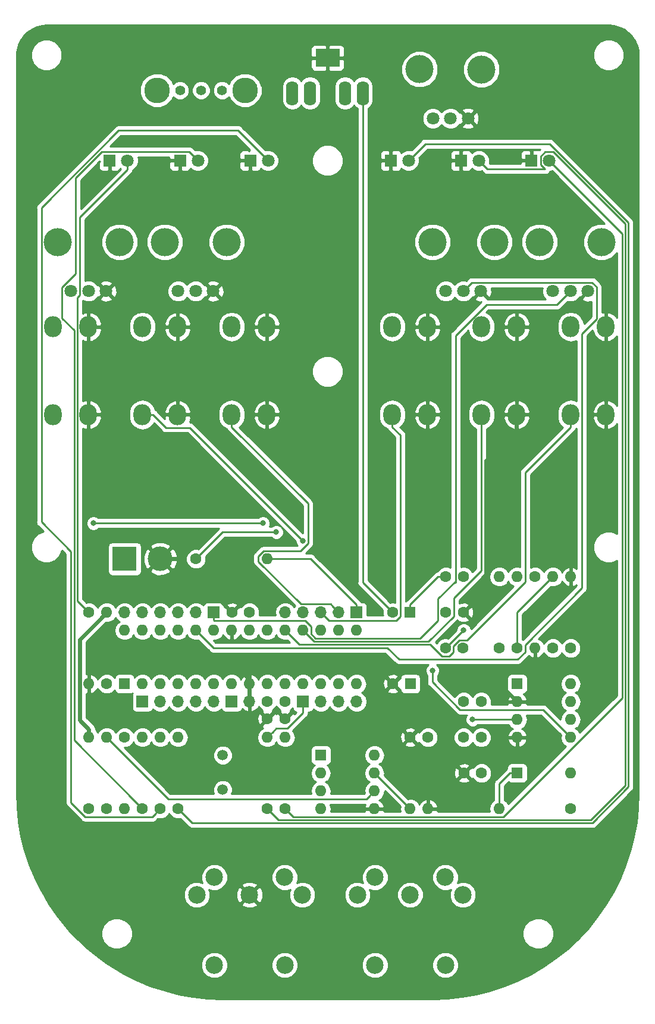
<source format=gbr>
G04 #@! TF.GenerationSoftware,KiCad,Pcbnew,(5.0.1)-3*
G04 #@! TF.CreationDate,2019-10-30T14:47:04+00:00*
G04 #@! TF.ProjectId,drumkid,6472756D6B69642E6B696361645F7063,rev?*
G04 #@! TF.SameCoordinates,Original*
G04 #@! TF.FileFunction,Copper,L2,Bot,Signal*
G04 #@! TF.FilePolarity,Positive*
%FSLAX46Y46*%
G04 Gerber Fmt 4.6, Leading zero omitted, Abs format (unit mm)*
G04 Created by KiCad (PCBNEW (5.0.1)-3) date 30/10/2019 14:47:04*
%MOMM*%
%LPD*%
G01*
G04 APERTURE LIST*
G04 #@! TA.AperFunction,ComponentPad*
%ADD10C,1.600000*%
G04 #@! TD*
G04 #@! TA.AperFunction,ComponentPad*
%ADD11R,1.600000X1.600000*%
G04 #@! TD*
G04 #@! TA.AperFunction,ComponentPad*
%ADD12C,3.653000*%
G04 #@! TD*
G04 #@! TA.AperFunction,ComponentPad*
%ADD13C,1.400000*%
G04 #@! TD*
G04 #@! TA.AperFunction,ComponentPad*
%ADD14O,2.500000X3.000000*%
G04 #@! TD*
G04 #@! TA.AperFunction,ComponentPad*
%ADD15C,1.800000*%
G04 #@! TD*
G04 #@! TA.AperFunction,ComponentPad*
%ADD16R,1.800000X1.800000*%
G04 #@! TD*
G04 #@! TA.AperFunction,ComponentPad*
%ADD17O,1.600000X1.600000*%
G04 #@! TD*
G04 #@! TA.AperFunction,ComponentPad*
%ADD18C,2.499360*%
G04 #@! TD*
G04 #@! TA.AperFunction,WasherPad*
%ADD19C,2.499360*%
G04 #@! TD*
G04 #@! TA.AperFunction,ComponentPad*
%ADD20R,3.500000X2.500000*%
G04 #@! TD*
G04 #@! TA.AperFunction,ComponentPad*
%ADD21O,1.750000X3.500000*%
G04 #@! TD*
G04 #@! TA.AperFunction,WasherPad*
%ADD22C,4.000000*%
G04 #@! TD*
G04 #@! TA.AperFunction,ComponentPad*
%ADD23R,3.500120X3.500120*%
G04 #@! TD*
G04 #@! TA.AperFunction,ComponentPad*
%ADD24C,3.500120*%
G04 #@! TD*
G04 #@! TA.AperFunction,ComponentPad*
%ADD25O,1.700000X1.700000*%
G04 #@! TD*
G04 #@! TA.AperFunction,ComponentPad*
%ADD26R,1.700000X1.700000*%
G04 #@! TD*
G04 #@! TA.AperFunction,ComponentPad*
%ADD27C,1.500000*%
G04 #@! TD*
G04 #@! TA.AperFunction,ViaPad*
%ADD28C,0.800000*%
G04 #@! TD*
G04 #@! TA.AperFunction,Conductor*
%ADD29C,0.625000*%
G04 #@! TD*
G04 #@! TA.AperFunction,Conductor*
%ADD30C,0.250000*%
G04 #@! TD*
G04 #@! TA.AperFunction,Conductor*
%ADD31C,0.254000*%
G04 #@! TD*
G04 APERTURE END LIST*
D10*
G04 #@! TO.P,C10,2*
G04 #@! TO.N,Net-(C10-Pad2)*
X109260000Y-114300000D03*
D11*
G04 #@! TO.P,C10,1*
G04 #@! TO.N,Net-(C10-Pad1)*
X111760000Y-114300000D03*
G04 #@! TD*
G04 #@! TO.P,C17,1*
G04 #@! TO.N,Net-(C17-Pad1)*
X111800000Y-124460000D03*
D10*
G04 #@! TO.P,C17,2*
G04 #@! TO.N,GND*
X109300000Y-124460000D03*
G04 #@! TD*
G04 #@! TO.P,C6,1*
G04 #@! TO.N,Net-(C6-Pad1)*
X93980000Y-126960000D03*
G04 #@! TO.P,C6,2*
G04 #@! TO.N,GND*
X93980000Y-129460000D03*
G04 #@! TD*
G04 #@! TO.P,C3,2*
G04 #@! TO.N,GND*
X119300000Y-119380000D03*
G04 #@! TO.P,C3,1*
G04 #@! TO.N,Net-(C3-Pad1)*
X116800000Y-119380000D03*
G04 #@! TD*
G04 #@! TO.P,C4,1*
G04 #@! TO.N,+5V*
X88900000Y-114300000D03*
G04 #@! TO.P,C4,2*
G04 #@! TO.N,GND*
X86400000Y-114300000D03*
G04 #@! TD*
G04 #@! TO.P,C5,2*
G04 #@! TO.N,GND*
X91440000Y-129460000D03*
G04 #@! TO.P,C5,1*
G04 #@! TO.N,Net-(C5-Pad1)*
X91440000Y-126960000D03*
G04 #@! TD*
G04 #@! TO.P,C7,1*
G04 #@! TO.N,Net-(C7-Pad1)*
X119380000Y-127000000D03*
G04 #@! TO.P,C7,2*
G04 #@! TO.N,Net-(C2-Pad2)*
X121880000Y-127000000D03*
G04 #@! TD*
G04 #@! TO.P,C18,2*
G04 #@! TO.N,Net-(C18-Pad2)*
X119340000Y-109220000D03*
G04 #@! TO.P,C18,1*
G04 #@! TO.N,Net-(C10-Pad1)*
X116840000Y-109220000D03*
G04 #@! TD*
G04 #@! TO.P,C2,1*
G04 #@! TO.N,Net-(C1-Pad1)*
X119380000Y-132080000D03*
G04 #@! TO.P,C2,2*
G04 #@! TO.N,Net-(C2-Pad2)*
X121880000Y-132080000D03*
G04 #@! TD*
G04 #@! TO.P,C1,2*
G04 #@! TO.N,GND*
X119340000Y-114300000D03*
G04 #@! TO.P,C1,1*
G04 #@! TO.N,Net-(C1-Pad1)*
X116840000Y-114300000D03*
G04 #@! TD*
G04 #@! TO.P,C16,1*
G04 #@! TO.N,+5V*
X121920000Y-137160000D03*
G04 #@! TO.P,C16,2*
G04 #@! TO.N,GND*
X119420000Y-137160000D03*
G04 #@! TD*
D12*
G04 #@! TO.P,SW1,MH2*
G04 #@! TO.N,N/C*
X88250000Y-40000000D03*
G04 #@! TO.P,SW1,MH1*
X75750000Y-40000000D03*
D13*
G04 #@! TO.P,SW1,3*
G04 #@! TO.N,Net-(SW1-Pad3)*
X85000000Y-40000000D03*
G04 #@! TO.P,SW1,2*
G04 #@! TO.N,Net-(BT1-Pad1)*
X82000000Y-40000000D03*
G04 #@! TO.P,SW1,1*
G04 #@! TO.N,+5V*
X79000000Y-40000000D03*
G04 #@! TD*
D14*
G04 #@! TO.P,SW5,2*
G04 #@! TO.N,GND*
X114220000Y-73660000D03*
G04 #@! TO.P,SW5,1*
G04 #@! TO.N,/DIGITAL_11*
X109220000Y-73660000D03*
G04 #@! TO.P,SW5,2*
G04 #@! TO.N,GND*
X114220000Y-86160000D03*
G04 #@! TO.P,SW5,1*
G04 #@! TO.N,/DIGITAL_11*
X109220000Y-86160000D03*
G04 #@! TD*
G04 #@! TO.P,SW2,1*
G04 #@! TO.N,/DIGITAL_7*
X60960000Y-86160000D03*
G04 #@! TO.P,SW2,2*
G04 #@! TO.N,GND*
X65960000Y-86160000D03*
G04 #@! TO.P,SW2,1*
G04 #@! TO.N,/DIGITAL_7*
X60960000Y-73660000D03*
G04 #@! TO.P,SW2,2*
G04 #@! TO.N,GND*
X65960000Y-73660000D03*
G04 #@! TD*
G04 #@! TO.P,SW3,2*
G04 #@! TO.N,GND*
X78660000Y-73660000D03*
G04 #@! TO.P,SW3,1*
G04 #@! TO.N,/DIGITAL_8*
X73660000Y-73660000D03*
G04 #@! TO.P,SW3,2*
G04 #@! TO.N,GND*
X78660000Y-86160000D03*
G04 #@! TO.P,SW3,1*
G04 #@! TO.N,/DIGITAL_8*
X73660000Y-86160000D03*
G04 #@! TD*
G04 #@! TO.P,SW6,1*
G04 #@! TO.N,/DIGITAL_12*
X121920000Y-86160000D03*
G04 #@! TO.P,SW6,2*
G04 #@! TO.N,GND*
X126920000Y-86160000D03*
G04 #@! TO.P,SW6,1*
G04 #@! TO.N,/DIGITAL_12*
X121920000Y-73660000D03*
G04 #@! TO.P,SW6,2*
G04 #@! TO.N,GND*
X126920000Y-73660000D03*
G04 #@! TD*
G04 #@! TO.P,SW4,2*
G04 #@! TO.N,GND*
X91360000Y-73660000D03*
G04 #@! TO.P,SW4,1*
G04 #@! TO.N,/DIGITAL_10*
X86360000Y-73660000D03*
G04 #@! TO.P,SW4,2*
G04 #@! TO.N,GND*
X91360000Y-86160000D03*
G04 #@! TO.P,SW4,1*
G04 #@! TO.N,/DIGITAL_10*
X86360000Y-86160000D03*
G04 #@! TD*
G04 #@! TO.P,SW7,1*
G04 #@! TO.N,/DIGITAL_13*
X134620000Y-86160000D03*
G04 #@! TO.P,SW7,2*
G04 #@! TO.N,GND*
X139620000Y-86160000D03*
G04 #@! TO.P,SW7,1*
G04 #@! TO.N,/DIGITAL_13*
X134620000Y-73660000D03*
G04 #@! TO.P,SW7,2*
G04 #@! TO.N,GND*
X139620000Y-73660000D03*
G04 #@! TD*
D15*
G04 #@! TO.P,D3,2*
G04 #@! TO.N,Net-(D3-Pad2)*
X91540000Y-50000000D03*
D16*
G04 #@! TO.P,D3,1*
G04 #@! TO.N,GND*
X89000000Y-50000000D03*
G04 #@! TD*
G04 #@! TO.P,D6,1*
G04 #@! TO.N,GND*
X129000000Y-50000000D03*
D15*
G04 #@! TO.P,D6,2*
G04 #@! TO.N,Net-(D6-Pad2)*
X131540000Y-50000000D03*
G04 #@! TD*
G04 #@! TO.P,D5,2*
G04 #@! TO.N,Net-(D5-Pad2)*
X121540000Y-50000000D03*
D16*
G04 #@! TO.P,D5,1*
G04 #@! TO.N,GND*
X119000000Y-50000000D03*
G04 #@! TD*
G04 #@! TO.P,D2,1*
G04 #@! TO.N,GND*
X79000000Y-50000000D03*
D15*
G04 #@! TO.P,D2,2*
G04 #@! TO.N,Net-(D2-Pad2)*
X81540000Y-50000000D03*
G04 #@! TD*
G04 #@! TO.P,D4,2*
G04 #@! TO.N,Net-(D4-Pad2)*
X111540000Y-50000000D03*
D16*
G04 #@! TO.P,D4,1*
G04 #@! TO.N,GND*
X109000000Y-50000000D03*
G04 #@! TD*
G04 #@! TO.P,D7,1*
G04 #@! TO.N,GND*
X69000000Y-50000000D03*
D15*
G04 #@! TO.P,D7,2*
G04 #@! TO.N,Net-(D7-Pad2)*
X71540000Y-50000000D03*
G04 #@! TD*
D17*
G04 #@! TO.P,R5,2*
G04 #@! TO.N,/DIGITAL_4*
X78740000Y-132080000D03*
D10*
G04 #@! TO.P,R5,1*
G04 #@! TO.N,Net-(D4-Pad2)*
X78740000Y-142240000D03*
G04 #@! TD*
G04 #@! TO.P,R12,1*
G04 #@! TO.N,Net-(C7-Pad1)*
X132080000Y-119380000D03*
D17*
G04 #@! TO.P,R12,2*
G04 #@! TO.N,Net-(C3-Pad1)*
X132080000Y-109220000D03*
G04 #@! TD*
G04 #@! TO.P,R11,2*
G04 #@! TO.N,GND*
X129540000Y-119380000D03*
D10*
G04 #@! TO.P,R11,1*
G04 #@! TO.N,Net-(C18-Pad2)*
X129540000Y-109220000D03*
G04 #@! TD*
G04 #@! TO.P,R10,1*
G04 #@! TO.N,Net-(R10-Pad1)*
X114300000Y-132080000D03*
D17*
G04 #@! TO.P,R10,2*
G04 #@! TO.N,GND*
X114300000Y-142240000D03*
G04 #@! TD*
G04 #@! TO.P,R9,2*
G04 #@! TO.N,Net-(R9-Pad2)*
X124460000Y-109220000D03*
D10*
G04 #@! TO.P,R9,1*
G04 #@! TO.N,Net-(R10-Pad1)*
X124460000Y-119380000D03*
G04 #@! TD*
G04 #@! TO.P,R19,1*
G04 #@! TO.N,Net-(D7-Pad2)*
X66040000Y-114300000D03*
D17*
G04 #@! TO.P,R19,2*
G04 #@! TO.N,GND*
X66040000Y-124460000D03*
G04 #@! TD*
G04 #@! TO.P,R18,2*
G04 #@! TO.N,+5V*
X66040000Y-132080000D03*
D10*
G04 #@! TO.P,R18,1*
G04 #@! TO.N,Net-(J3-Pad4)*
X66040000Y-142240000D03*
G04 #@! TD*
G04 #@! TO.P,R8,1*
G04 #@! TO.N,Net-(C3-Pad1)*
X127000000Y-119380000D03*
D17*
G04 #@! TO.P,R8,2*
G04 #@! TO.N,Net-(C1-Pad1)*
X127000000Y-109220000D03*
G04 #@! TD*
G04 #@! TO.P,R6,2*
G04 #@! TO.N,/DIGITAL_5*
X91440000Y-132080000D03*
D10*
G04 #@! TO.P,R6,1*
G04 #@! TO.N,Net-(D5-Pad2)*
X91440000Y-142240000D03*
G04 #@! TD*
G04 #@! TO.P,R3,1*
G04 #@! TO.N,Net-(D2-Pad2)*
X73660000Y-142240000D03*
D17*
G04 #@! TO.P,R3,2*
G04 #@! TO.N,/DIGITAL_2*
X73660000Y-132080000D03*
G04 #@! TD*
G04 #@! TO.P,R2,2*
G04 #@! TO.N,+5V*
X68580000Y-114300000D03*
D10*
G04 #@! TO.P,R2,1*
G04 #@! TO.N,Net-(R2-Pad1)*
X68580000Y-124460000D03*
G04 #@! TD*
G04 #@! TO.P,R1,1*
G04 #@! TO.N,Net-(C1-Pad1)*
X81280000Y-106680000D03*
D17*
G04 #@! TO.P,R1,2*
G04 #@! TO.N,/DIGITAL_9*
X91440000Y-106680000D03*
G04 #@! TD*
G04 #@! TO.P,R13,2*
G04 #@! TO.N,GND*
X134620000Y-109220000D03*
D10*
G04 #@! TO.P,R13,1*
G04 #@! TO.N,Net-(C2-Pad2)*
X134620000Y-119380000D03*
G04 #@! TD*
G04 #@! TO.P,R14,1*
G04 #@! TO.N,Net-(J2-Pad4)*
X134620000Y-142240000D03*
D17*
G04 #@! TO.P,R14,2*
G04 #@! TO.N,Net-(D1-Pad1)*
X124460000Y-142240000D03*
G04 #@! TD*
G04 #@! TO.P,R15,2*
G04 #@! TO.N,Net-(R15-Pad2)*
X111760000Y-142240000D03*
D10*
G04 #@! TO.P,R15,1*
G04 #@! TO.N,GND*
X111760000Y-132080000D03*
G04 #@! TD*
G04 #@! TO.P,R16,1*
G04 #@! TO.N,/DIGITAL_1*
X71120000Y-132080000D03*
D17*
G04 #@! TO.P,R16,2*
G04 #@! TO.N,Net-(J3-Pad5)*
X71120000Y-142240000D03*
G04 #@! TD*
G04 #@! TO.P,R17,2*
G04 #@! TO.N,/DIGITAL_0*
X68580000Y-132080000D03*
D10*
G04 #@! TO.P,R17,1*
G04 #@! TO.N,+5V*
X68580000Y-142240000D03*
G04 #@! TD*
G04 #@! TO.P,R4,1*
G04 #@! TO.N,Net-(D3-Pad2)*
X76200000Y-142240000D03*
D17*
G04 #@! TO.P,R4,2*
G04 #@! TO.N,/DIGITAL_3*
X76200000Y-132080000D03*
G04 #@! TD*
G04 #@! TO.P,R7,2*
G04 #@! TO.N,/DIGITAL_6*
X93980000Y-132080000D03*
D10*
G04 #@! TO.P,R7,1*
G04 #@! TO.N,Net-(D6-Pad2)*
X93980000Y-142240000D03*
G04 #@! TD*
D18*
G04 #@! TO.P,J3,3*
G04 #@! TO.N,Net-(J3-Pad3)*
X81401920Y-154482800D03*
G04 #@! TO.P,J3,4*
G04 #@! TO.N,Net-(J3-Pad4)*
X93896180Y-151980900D03*
G04 #@! TO.P,J3,2*
G04 #@! TO.N,GND*
X88900000Y-154480260D03*
G04 #@! TO.P,J3,1*
G04 #@! TO.N,Net-(J3-Pad1)*
X96398080Y-154482800D03*
G04 #@! TO.P,J3,5*
G04 #@! TO.N,Net-(J3-Pad5)*
X83903820Y-151980900D03*
D19*
G04 #@! TO.P,J3,*
G04 #@! TO.N,*
X93901260Y-164477700D03*
X83898740Y-164477700D03*
G04 #@! TD*
G04 #@! TO.P,J2,*
G04 #@! TO.N,*
X106758740Y-164477700D03*
X116761260Y-164477700D03*
D18*
G04 #@! TO.P,J2,5*
G04 #@! TO.N,Net-(D1-Pad2)*
X106763820Y-151980900D03*
G04 #@! TO.P,J2,1*
G04 #@! TO.N,Net-(J2-Pad1)*
X119258080Y-154482800D03*
G04 #@! TO.P,J2,2*
G04 #@! TO.N,Net-(J2-Pad2)*
X111760000Y-154480260D03*
G04 #@! TO.P,J2,4*
G04 #@! TO.N,Net-(J2-Pad4)*
X116756180Y-151980900D03*
G04 #@! TO.P,J2,3*
G04 #@! TO.N,Net-(J2-Pad3)*
X104261920Y-154482800D03*
G04 #@! TD*
D20*
G04 #@! TO.P,J9,S*
G04 #@! TO.N,GND*
X100000000Y-35404000D03*
D21*
G04 #@! TO.P,J9,TN*
G04 #@! TO.N,Net-(J9-PadTN)*
X102500000Y-40410000D03*
G04 #@! TO.P,J9,RN*
G04 #@! TO.N,Net-(J9-PadRN)*
X97500000Y-40410000D03*
G04 #@! TO.P,J9,T*
G04 #@! TO.N,Net-(C10-Pad2)*
X105000000Y-40410000D03*
G04 #@! TO.P,J9,R*
X95000000Y-40410000D03*
G04 #@! TD*
D15*
G04 #@! TO.P,RV5,3*
G04 #@! TO.N,GND*
X68500000Y-68580000D03*
G04 #@! TO.P,RV5,2*
G04 #@! TO.N,/ANALOG_3*
X66000000Y-68580000D03*
G04 #@! TO.P,RV5,1*
G04 #@! TO.N,+5V*
X63500000Y-68580000D03*
D22*
G04 #@! TO.P,RV5,*
G04 #@! TO.N,*
X70400000Y-61595000D03*
X61600000Y-61580000D03*
G04 #@! TD*
D15*
G04 #@! TO.P,RV2,3*
G04 #@! TO.N,GND*
X137080000Y-68580000D03*
G04 #@! TO.P,RV2,2*
G04 #@! TO.N,/ANALOG_0*
X134580000Y-68580000D03*
G04 #@! TO.P,RV2,1*
G04 #@! TO.N,+5V*
X132080000Y-68580000D03*
D22*
G04 #@! TO.P,RV2,*
G04 #@! TO.N,*
X138980000Y-61595000D03*
X130180000Y-61580000D03*
G04 #@! TD*
D15*
G04 #@! TO.P,RV1,3*
G04 #@! TO.N,GND*
X120000000Y-44000000D03*
G04 #@! TO.P,RV1,2*
G04 #@! TO.N,Net-(R9-Pad2)*
X117500000Y-44000000D03*
G04 #@! TO.P,RV1,1*
G04 #@! TO.N,Net-(C7-Pad1)*
X115000000Y-44000000D03*
D22*
G04 #@! TO.P,RV1,*
G04 #@! TO.N,*
X121900000Y-37015000D03*
X113100000Y-37000000D03*
G04 #@! TD*
D15*
G04 #@! TO.P,RV4,3*
G04 #@! TO.N,GND*
X83740000Y-68580000D03*
G04 #@! TO.P,RV4,2*
G04 #@! TO.N,/ANALOG_2*
X81240000Y-68580000D03*
G04 #@! TO.P,RV4,1*
G04 #@! TO.N,+5V*
X78740000Y-68580000D03*
D22*
G04 #@! TO.P,RV4,*
G04 #@! TO.N,*
X85640000Y-61595000D03*
X76840000Y-61580000D03*
G04 #@! TD*
D15*
G04 #@! TO.P,RV3,3*
G04 #@! TO.N,GND*
X121840000Y-68580000D03*
G04 #@! TO.P,RV3,2*
G04 #@! TO.N,/ANALOG_1*
X119340000Y-68580000D03*
G04 #@! TO.P,RV3,1*
G04 #@! TO.N,+5V*
X116840000Y-68580000D03*
D22*
G04 #@! TO.P,RV3,*
G04 #@! TO.N,*
X123740000Y-61595000D03*
X114940000Y-61580000D03*
G04 #@! TD*
D23*
G04 #@! TO.P,BT1,1*
G04 #@! TO.N,Net-(BT1-Pad1)*
X71120000Y-106680000D03*
D24*
G04 #@! TO.P,BT1,2*
G04 #@! TO.N,GND*
X76200000Y-106680000D03*
G04 #@! TD*
D11*
G04 #@! TO.P,D1,1*
G04 #@! TO.N,Net-(D1-Pad1)*
X127000000Y-137160000D03*
D17*
G04 #@! TO.P,D1,2*
G04 #@! TO.N,Net-(D1-Pad2)*
X134620000Y-137160000D03*
G04 #@! TD*
D11*
G04 #@! TO.P,U1,1*
G04 #@! TO.N,Net-(U1-Pad1)*
X99060000Y-134620000D03*
D17*
G04 #@! TO.P,U1,5*
G04 #@! TO.N,GND*
X106680000Y-142240000D03*
G04 #@! TO.P,U1,2*
G04 #@! TO.N,Net-(D1-Pad1)*
X99060000Y-137160000D03*
G04 #@! TO.P,U1,6*
G04 #@! TO.N,/DIGITAL_0*
X106680000Y-139700000D03*
G04 #@! TO.P,U1,3*
G04 #@! TO.N,Net-(D1-Pad2)*
X99060000Y-139700000D03*
G04 #@! TO.P,U1,7*
G04 #@! TO.N,Net-(R15-Pad2)*
X106680000Y-137160000D03*
G04 #@! TO.P,U1,4*
G04 #@! TO.N,Net-(U1-Pad4)*
X99060000Y-142240000D03*
G04 #@! TO.P,U1,8*
G04 #@! TO.N,+5V*
X106680000Y-134620000D03*
G04 #@! TD*
D25*
G04 #@! TO.P,J1,2*
G04 #@! TO.N,GND*
X88900000Y-127000000D03*
D26*
G04 #@! TO.P,J1,1*
G04 #@! TO.N,+5V*
X86360000Y-127000000D03*
G04 #@! TD*
G04 #@! TO.P,J6,1*
G04 #@! TO.N,/DIGITAL_5*
X96520000Y-127000000D03*
D25*
G04 #@! TO.P,J6,2*
G04 #@! TO.N,/DIGITAL_6*
X99060000Y-127000000D03*
G04 #@! TO.P,J6,3*
G04 #@! TO.N,/DIGITAL_7*
X101600000Y-127000000D03*
G04 #@! TO.P,J6,4*
G04 #@! TO.N,/DIGITAL_8*
X104140000Y-127000000D03*
G04 #@! TD*
G04 #@! TO.P,J8,5*
G04 #@! TO.N,/DIGITAL_13*
X93980000Y-114300000D03*
G04 #@! TO.P,J8,4*
G04 #@! TO.N,/DIGITAL_12*
X96520000Y-114300000D03*
G04 #@! TO.P,J8,3*
G04 #@! TO.N,/DIGITAL_11*
X99060000Y-114300000D03*
G04 #@! TO.P,J8,2*
G04 #@! TO.N,/DIGITAL_10*
X101600000Y-114300000D03*
D26*
G04 #@! TO.P,J8,1*
G04 #@! TO.N,/DIGITAL_9*
X104140000Y-114300000D03*
G04 #@! TD*
G04 #@! TO.P,J5,1*
G04 #@! TO.N,/DIGITAL_0*
X73660000Y-127000000D03*
D25*
G04 #@! TO.P,J5,2*
G04 #@! TO.N,/DIGITAL_1*
X76200000Y-127000000D03*
G04 #@! TO.P,J5,3*
G04 #@! TO.N,/DIGITAL_2*
X78740000Y-127000000D03*
G04 #@! TO.P,J5,4*
G04 #@! TO.N,/DIGITAL_3*
X81280000Y-127000000D03*
G04 #@! TO.P,J5,5*
G04 #@! TO.N,/DIGITAL_4*
X83820000Y-127000000D03*
G04 #@! TD*
D26*
G04 #@! TO.P,J7,1*
G04 #@! TO.N,/ANALOG_0*
X83820000Y-114300000D03*
D25*
G04 #@! TO.P,J7,2*
G04 #@! TO.N,/ANALOG_1*
X81280000Y-114300000D03*
G04 #@! TO.P,J7,3*
G04 #@! TO.N,/ANALOG_2*
X78740000Y-114300000D03*
G04 #@! TO.P,J7,4*
G04 #@! TO.N,/ANALOG_3*
X76200000Y-114300000D03*
G04 #@! TO.P,J7,5*
G04 #@! TO.N,/ANALOG_4*
X73660000Y-114300000D03*
G04 #@! TO.P,J7,6*
G04 #@! TO.N,/ANALOG_5*
X71120000Y-114300000D03*
G04 #@! TD*
D27*
G04 #@! TO.P,Y1,1*
G04 #@! TO.N,Net-(C5-Pad1)*
X85090000Y-134620000D03*
G04 #@! TO.P,Y1,2*
G04 #@! TO.N,Net-(C6-Pad1)*
X85090000Y-139500000D03*
G04 #@! TD*
D11*
G04 #@! TO.P,U2,1*
G04 #@! TO.N,Net-(R2-Pad1)*
X71120000Y-124460000D03*
D17*
G04 #@! TO.P,U2,15*
G04 #@! TO.N,/DIGITAL_9*
X104140000Y-116840000D03*
G04 #@! TO.P,U2,2*
G04 #@! TO.N,/DIGITAL_0*
X73660000Y-124460000D03*
G04 #@! TO.P,U2,16*
G04 #@! TO.N,/DIGITAL_10*
X101600000Y-116840000D03*
G04 #@! TO.P,U2,3*
G04 #@! TO.N,/DIGITAL_1*
X76200000Y-124460000D03*
G04 #@! TO.P,U2,17*
G04 #@! TO.N,/DIGITAL_11*
X99060000Y-116840000D03*
G04 #@! TO.P,U2,4*
G04 #@! TO.N,/DIGITAL_2*
X78740000Y-124460000D03*
G04 #@! TO.P,U2,18*
G04 #@! TO.N,/DIGITAL_12*
X96520000Y-116840000D03*
G04 #@! TO.P,U2,5*
G04 #@! TO.N,/DIGITAL_3*
X81280000Y-124460000D03*
G04 #@! TO.P,U2,19*
G04 #@! TO.N,/DIGITAL_13*
X93980000Y-116840000D03*
G04 #@! TO.P,U2,6*
G04 #@! TO.N,/DIGITAL_4*
X83820000Y-124460000D03*
G04 #@! TO.P,U2,20*
G04 #@! TO.N,+5V*
X91440000Y-116840000D03*
G04 #@! TO.P,U2,7*
X86360000Y-124460000D03*
G04 #@! TO.P,U2,21*
G04 #@! TO.N,Net-(U2-Pad21)*
X88900000Y-116840000D03*
G04 #@! TO.P,U2,8*
G04 #@! TO.N,GND*
X88900000Y-124460000D03*
G04 #@! TO.P,U2,22*
X86360000Y-116840000D03*
G04 #@! TO.P,U2,9*
G04 #@! TO.N,Net-(C5-Pad1)*
X91440000Y-124460000D03*
G04 #@! TO.P,U2,23*
G04 #@! TO.N,/ANALOG_0*
X83820000Y-116840000D03*
G04 #@! TO.P,U2,10*
G04 #@! TO.N,Net-(C6-Pad1)*
X93980000Y-124460000D03*
G04 #@! TO.P,U2,24*
G04 #@! TO.N,/ANALOG_1*
X81280000Y-116840000D03*
G04 #@! TO.P,U2,11*
G04 #@! TO.N,/DIGITAL_5*
X96520000Y-124460000D03*
G04 #@! TO.P,U2,25*
G04 #@! TO.N,/ANALOG_2*
X78740000Y-116840000D03*
G04 #@! TO.P,U2,12*
G04 #@! TO.N,/DIGITAL_6*
X99060000Y-124460000D03*
G04 #@! TO.P,U2,26*
G04 #@! TO.N,/ANALOG_3*
X76200000Y-116840000D03*
G04 #@! TO.P,U2,13*
G04 #@! TO.N,/DIGITAL_7*
X101600000Y-124460000D03*
G04 #@! TO.P,U2,27*
G04 #@! TO.N,/ANALOG_4*
X73660000Y-116840000D03*
G04 #@! TO.P,U2,14*
G04 #@! TO.N,/DIGITAL_8*
X104140000Y-124460000D03*
G04 #@! TO.P,U2,28*
G04 #@! TO.N,/ANALOG_5*
X71120000Y-116840000D03*
G04 #@! TD*
D11*
G04 #@! TO.P,U3,1*
G04 #@! TO.N,Net-(U3-Pad1)*
X127000000Y-124460000D03*
D17*
G04 #@! TO.P,U3,5*
G04 #@! TO.N,Net-(C10-Pad1)*
X134620000Y-132080000D03*
G04 #@! TO.P,U3,2*
G04 #@! TO.N,GND*
X127000000Y-127000000D03*
G04 #@! TO.P,U3,6*
G04 #@! TO.N,+5V*
X134620000Y-129540000D03*
G04 #@! TO.P,U3,3*
G04 #@! TO.N,Net-(R10-Pad1)*
X127000000Y-129540000D03*
G04 #@! TO.P,U3,7*
G04 #@! TO.N,Net-(C17-Pad1)*
X134620000Y-127000000D03*
G04 #@! TO.P,U3,4*
G04 #@! TO.N,GND*
X127000000Y-132080000D03*
G04 #@! TO.P,U3,8*
G04 #@! TO.N,Net-(U3-Pad8)*
X134620000Y-124460000D03*
G04 #@! TD*
D28*
G04 #@! TO.N,GND*
X86360000Y-121285000D03*
X90805000Y-100330000D03*
X86995000Y-100330000D03*
X117475000Y-123825000D03*
G04 #@! TO.N,Net-(C3-Pad1)*
X119380000Y-116840000D03*
G04 #@! TO.N,Net-(C1-Pad1)*
X92710000Y-102870000D03*
G04 #@! TO.N,Net-(R10-Pad1)*
X120650000Y-129540000D03*
G04 #@! TO.N,Net-(C10-Pad1)*
X114935000Y-122555000D03*
G04 #@! TO.N,/DIGITAL_7*
X90805000Y-101600000D03*
X66675000Y-101600000D03*
G04 #@! TO.N,/DIGITAL_8*
X96520000Y-104140000D03*
G04 #@! TD*
D29*
G04 #@! TO.N,GND*
X88900000Y-127000000D02*
X88900000Y-124460000D01*
X88900000Y-124460000D02*
X88900000Y-123825000D01*
X88900000Y-123825000D02*
X86360000Y-121285000D01*
X78780000Y-106680000D02*
X76200000Y-106680000D01*
X86400000Y-114300000D02*
X78780000Y-106680000D01*
X126920000Y-88285000D02*
X126920000Y-86160000D01*
X122557509Y-92647491D02*
X126920000Y-88285000D01*
X122557509Y-111082491D02*
X122557509Y-92647491D01*
X119340000Y-114300000D02*
X122557509Y-111082491D01*
X90805000Y-100330000D02*
X86995000Y-100330000D01*
X123825000Y-123825000D02*
X127000000Y-127000000D01*
X117475000Y-123825000D02*
X123825000Y-123825000D01*
D30*
G04 #@! TO.N,Net-(C10-Pad2)*
X105000000Y-110040000D02*
X109260000Y-114300000D01*
X105000000Y-40410000D02*
X105000000Y-110040000D01*
D29*
G04 #@! TO.N,+5V*
X67780001Y-115099999D02*
X68580000Y-114300000D01*
X64727499Y-118152501D02*
X67780001Y-115099999D01*
X64727499Y-129636129D02*
X64727499Y-118152501D01*
X66040000Y-130948630D02*
X64727499Y-129636129D01*
X66040000Y-132080000D02*
X66040000Y-130948630D01*
D30*
G04 #@! TO.N,/ANALOG_1*
X128125001Y-118889999D02*
X128125001Y-119920001D01*
X136195010Y-110819990D02*
X128125001Y-118889999D01*
X128125001Y-119920001D02*
X127089992Y-120955010D01*
X120565001Y-67354999D02*
X137668001Y-67354999D01*
X127089992Y-120955010D02*
X110160010Y-120955010D01*
X119340000Y-68580000D02*
X120565001Y-67354999D01*
X137668001Y-67354999D02*
X138305001Y-67991999D01*
X138305001Y-67991999D02*
X138305001Y-72497599D01*
X138305001Y-72497599D02*
X136195010Y-74607590D01*
X136195010Y-74607590D02*
X136195010Y-110819990D01*
X82079999Y-117639999D02*
X81280000Y-116840000D01*
X83755029Y-119315029D02*
X82079999Y-117639999D01*
X108520029Y-119315029D02*
X83755029Y-119315029D01*
X110160010Y-120955010D02*
X108520029Y-119315029D01*
G04 #@! TO.N,/ANALOG_0*
X83895001Y-115475001D02*
X83820000Y-115400000D01*
X97645001Y-117328591D02*
X97645001Y-116299999D01*
X98281410Y-117965000D02*
X97645001Y-117328591D01*
X83820000Y-115400000D02*
X83820000Y-114300000D01*
X113175000Y-117965000D02*
X98281410Y-117965000D01*
X115714999Y-115425001D02*
X113175000Y-117965000D01*
X115714999Y-112355000D02*
X115714999Y-115425001D01*
X118214999Y-109855000D02*
X115714999Y-112355000D01*
X97645001Y-116299999D02*
X96820003Y-115475001D01*
X118214999Y-110030003D02*
X118214999Y-109855000D01*
X96820003Y-115475001D02*
X83895001Y-115475001D01*
X118214999Y-84945001D02*
X118214999Y-109855000D01*
X118214999Y-74887601D02*
X118214999Y-84945001D01*
X122617600Y-70485000D02*
X118214999Y-74887601D01*
X132675000Y-70485000D02*
X122617600Y-70485000D01*
X134580000Y-68580000D02*
X132675000Y-70485000D01*
G04 #@! TO.N,Net-(D5-Pad2)*
X142375011Y-59022009D02*
X142375011Y-138929989D01*
X132128001Y-48774999D02*
X142375011Y-59022009D01*
X122765001Y-51225001D02*
X130951999Y-51225001D01*
X121540000Y-50000000D02*
X122765001Y-51225001D01*
X130314999Y-50588001D02*
X130314999Y-49411999D01*
X130951999Y-51225001D02*
X130314999Y-50588001D01*
X130314999Y-49411999D02*
X130951999Y-48774999D01*
X130951999Y-48774999D02*
X132128001Y-48774999D01*
X92239999Y-143039999D02*
X91440000Y-142240000D01*
X93015010Y-143815010D02*
X92239999Y-143039999D01*
X137489990Y-143815010D02*
X93015010Y-143815010D01*
X142375011Y-138929989D02*
X137489990Y-143815010D01*
G04 #@! TO.N,/DIGITAL_5*
X92239999Y-131280001D02*
X91440000Y-132080000D01*
X92710000Y-130810000D02*
X92239999Y-131280001D01*
X94295002Y-130810000D02*
X92710000Y-130810000D01*
X96520000Y-128585002D02*
X94295002Y-130810000D01*
X96520000Y-127000000D02*
X96520000Y-128585002D01*
G04 #@! TO.N,Net-(C3-Pad1)*
X127000000Y-114300000D02*
X127000000Y-119380000D01*
X132080000Y-109220000D02*
X127000000Y-114300000D01*
X116840000Y-119380000D02*
X116800000Y-119380000D01*
X119380000Y-116840000D02*
X116840000Y-119380000D01*
G04 #@! TO.N,Net-(D6-Pad2)*
X94779999Y-143039999D02*
X93980000Y-142240000D01*
X95105001Y-143365001D02*
X94779999Y-143039999D01*
X125000001Y-143365001D02*
X95105001Y-143365001D01*
X141925001Y-126440001D02*
X125000001Y-143365001D01*
X141925001Y-60385001D02*
X141925001Y-126440001D01*
X131540000Y-50000000D02*
X141925001Y-60385001D01*
G04 #@! TO.N,Net-(C1-Pad1)*
X85090000Y-102870000D02*
X81280000Y-106680000D01*
X92710000Y-102870000D02*
X85090000Y-102870000D01*
G04 #@! TO.N,Net-(R10-Pad1)*
X127000000Y-129540000D02*
X120650000Y-129540000D01*
G04 #@! TO.N,/DIGITAL_9*
X92571370Y-106680000D02*
X91440000Y-106680000D01*
X97620000Y-106680000D02*
X92571370Y-106680000D01*
X104140000Y-113200000D02*
X97620000Y-106680000D01*
X104140000Y-114300000D02*
X104140000Y-113200000D01*
G04 #@! TO.N,Net-(D2-Pad2)*
X72860001Y-141440001D02*
X73660000Y-142240000D01*
X63934980Y-132514980D02*
X72860001Y-141440001D01*
X62230000Y-72452600D02*
X63934980Y-74157580D01*
X62230000Y-68036998D02*
X62230000Y-72452600D01*
X63934980Y-74157580D02*
X63934980Y-132514980D01*
X64135000Y-66131998D02*
X62230000Y-68036998D01*
X64135000Y-52479998D02*
X64135000Y-66131998D01*
X67839999Y-48774999D02*
X64135000Y-52479998D01*
X80314999Y-48774999D02*
X67839999Y-48774999D01*
X81540000Y-50000000D02*
X80314999Y-48774999D01*
G04 #@! TO.N,Net-(D3-Pad2)*
X75400001Y-143039999D02*
X76200000Y-142240000D01*
X75074999Y-143365001D02*
X75400001Y-143039999D01*
X65499999Y-143365001D02*
X75074999Y-143365001D01*
X63484970Y-141349972D02*
X65499999Y-143365001D01*
X59274999Y-101425997D02*
X63484970Y-105635968D01*
X59274999Y-56703589D02*
X59274999Y-101425997D01*
X70258588Y-45720000D02*
X59274999Y-56703589D01*
X87260000Y-45720000D02*
X70258588Y-45720000D01*
X63484970Y-105635968D02*
X63484970Y-141349972D01*
X91540000Y-50000000D02*
X87260000Y-45720000D01*
G04 #@! TO.N,Net-(D4-Pad2)*
X79539999Y-143039999D02*
X78740000Y-142240000D01*
X80765020Y-144265020D02*
X79539999Y-143039999D01*
X137676390Y-144265020D02*
X80765020Y-144265020D01*
X142825020Y-139116390D02*
X137676390Y-144265020D01*
X131614412Y-47625000D02*
X142825021Y-58835609D01*
X142825021Y-58835609D02*
X142825020Y-139116390D01*
X113915000Y-47625000D02*
X131614412Y-47625000D01*
X111540000Y-50000000D02*
X113915000Y-47625000D01*
G04 #@! TO.N,Net-(C10-Pad1)*
X111760000Y-113250000D02*
X111760000Y-114300000D01*
X111760000Y-113168630D02*
X111760000Y-113250000D01*
X115708630Y-109220000D02*
X111760000Y-113168630D01*
X116840000Y-109220000D02*
X115708630Y-109220000D01*
X114935000Y-124220002D02*
X114935000Y-122555000D01*
X118839999Y-128125001D02*
X114935000Y-124220002D01*
X134620000Y-132080000D02*
X130665001Y-128125001D01*
X130665001Y-128125001D02*
X118839999Y-128125001D01*
G04 #@! TO.N,/DIGITAL_0*
X105880001Y-140499999D02*
X106680000Y-139700000D01*
X105554999Y-140825001D02*
X105880001Y-140499999D01*
X77325001Y-140825001D02*
X105554999Y-140825001D01*
X68580000Y-132080000D02*
X77325001Y-140825001D01*
G04 #@! TO.N,/DIGITAL_10*
X86360000Y-86160000D02*
X86360000Y-87910000D01*
X90899999Y-105554999D02*
X90170000Y-106284998D01*
X96178003Y-105554999D02*
X90899999Y-105554999D01*
X97245001Y-104488001D02*
X96178003Y-105554999D01*
X86360000Y-87910000D02*
X97245001Y-98795001D01*
X97245001Y-98795001D02*
X97245001Y-104488001D01*
X100750001Y-113450001D02*
X101600000Y-114300000D01*
X100424999Y-113124999D02*
X100750001Y-113450001D01*
X96219997Y-113124999D02*
X100424999Y-113124999D01*
X90170000Y-107075002D02*
X96219997Y-113124999D01*
X90170000Y-106284998D02*
X90170000Y-107075002D01*
G04 #@! TO.N,/DIGITAL_11*
X99909999Y-115149999D02*
X99060000Y-114300000D01*
X100235001Y-115475001D02*
X99909999Y-115149999D01*
X109750001Y-115475001D02*
X100235001Y-115475001D01*
X110385001Y-114840001D02*
X109750001Y-115475001D01*
X110385001Y-89075001D02*
X110385001Y-114840001D01*
X109220000Y-87910000D02*
X110385001Y-89075001D01*
X109220000Y-86160000D02*
X109220000Y-87910000D01*
G04 #@! TO.N,/DIGITAL_12*
X98095010Y-118415010D02*
X97319999Y-117639999D01*
X114389992Y-118415010D02*
X98095010Y-118415010D01*
X117965001Y-114840001D02*
X114389992Y-118415010D01*
X117965001Y-112260001D02*
X117965001Y-114840001D01*
X121920000Y-108305002D02*
X117965001Y-112260001D01*
X97319999Y-117639999D02*
X96520000Y-116840000D01*
X121920000Y-86160000D02*
X121920000Y-108305002D01*
G04 #@! TO.N,/DIGITAL_13*
X114598205Y-118843207D02*
X114576393Y-118865019D01*
X116259999Y-120505001D02*
X114598205Y-118843207D01*
X117925001Y-119920001D02*
X117340001Y-120505001D01*
X117925001Y-119089997D02*
X117925001Y-119920001D01*
X117340001Y-120505001D02*
X116259999Y-120505001D01*
X134620000Y-87910000D02*
X128125001Y-94404999D01*
X128125001Y-94404999D02*
X128125001Y-109969999D01*
X128125001Y-109969999D02*
X119840001Y-118254999D01*
X134620000Y-86160000D02*
X134620000Y-87910000D01*
X119840001Y-118254999D02*
X118759999Y-118254999D01*
X118759999Y-118254999D02*
X117925001Y-119089997D01*
X96005019Y-118865019D02*
X93980000Y-116840000D01*
X114576393Y-118865019D02*
X96005019Y-118865019D01*
G04 #@! TO.N,/DIGITAL_7*
X90805000Y-101600000D02*
X66675000Y-101600000D01*
G04 #@! TO.N,/DIGITAL_8*
X75160000Y-86160000D02*
X73660000Y-86160000D01*
X76985010Y-87985010D02*
X75160000Y-86160000D01*
X80365010Y-87985010D02*
X76985010Y-87985010D01*
X96520000Y-104140000D02*
X80365010Y-87985010D01*
G04 #@! TO.N,Net-(D1-Pad1)*
X125950000Y-137160000D02*
X127000000Y-137160000D01*
X124460000Y-138650000D02*
X125950000Y-137160000D01*
X124460000Y-142240000D02*
X124460000Y-138650000D01*
G04 #@! TO.N,Net-(R15-Pad2)*
X106680000Y-137160000D02*
X111760000Y-142240000D01*
G04 #@! TO.N,Net-(D7-Pad2)*
X64384990Y-69508012D02*
X64384990Y-112644990D01*
X64725001Y-69168001D02*
X64384990Y-69508012D01*
X65240001Y-113500001D02*
X66040000Y-114300000D01*
X64725001Y-58087791D02*
X64725001Y-69168001D01*
X71540000Y-51272792D02*
X64725001Y-58087791D01*
X64384990Y-112644990D02*
X65240001Y-113500001D01*
X71540000Y-50000000D02*
X71540000Y-51272792D01*
G04 #@! TD*
D31*
G04 #@! TO.N,GND*
G36*
X140754747Y-30805281D02*
X141485643Y-31005231D01*
X142169575Y-31331450D01*
X142784928Y-31773626D01*
X143312259Y-32317789D01*
X143734886Y-32946726D01*
X144039463Y-33640570D01*
X144217715Y-34383039D01*
X144265000Y-35026949D01*
X144265001Y-139986810D01*
X144189634Y-142092345D01*
X143965335Y-144173970D01*
X143592779Y-146234234D01*
X143073870Y-148262597D01*
X142411274Y-150248645D01*
X141608366Y-152182261D01*
X140669274Y-154053507D01*
X139598785Y-155852836D01*
X138402401Y-157571009D01*
X137086217Y-159199262D01*
X135656998Y-160729233D01*
X134122043Y-162153108D01*
X132489220Y-163463585D01*
X130766874Y-164653973D01*
X128963821Y-165718172D01*
X127089308Y-166650728D01*
X125152901Y-167446881D01*
X123164547Y-168102542D01*
X121134394Y-168614365D01*
X119072830Y-168979730D01*
X116989798Y-169196827D01*
X114987502Y-169265000D01*
X85013163Y-169265000D01*
X82907655Y-169189634D01*
X80826030Y-168965335D01*
X78765766Y-168592779D01*
X76737403Y-168073870D01*
X74751355Y-167411274D01*
X72817739Y-166608366D01*
X70946493Y-165669274D01*
X69147164Y-164598785D01*
X68434882Y-164102814D01*
X82014060Y-164102814D01*
X82014060Y-164852586D01*
X82300985Y-165545285D01*
X82831155Y-166075455D01*
X83523854Y-166362380D01*
X84273626Y-166362380D01*
X84966325Y-166075455D01*
X85496495Y-165545285D01*
X85783420Y-164852586D01*
X85783420Y-164102814D01*
X92016580Y-164102814D01*
X92016580Y-164852586D01*
X92303505Y-165545285D01*
X92833675Y-166075455D01*
X93526374Y-166362380D01*
X94276146Y-166362380D01*
X94968845Y-166075455D01*
X95499015Y-165545285D01*
X95785940Y-164852586D01*
X95785940Y-164102814D01*
X104874060Y-164102814D01*
X104874060Y-164852586D01*
X105160985Y-165545285D01*
X105691155Y-166075455D01*
X106383854Y-166362380D01*
X107133626Y-166362380D01*
X107826325Y-166075455D01*
X108356495Y-165545285D01*
X108643420Y-164852586D01*
X108643420Y-164102814D01*
X114876580Y-164102814D01*
X114876580Y-164852586D01*
X115163505Y-165545285D01*
X115693675Y-166075455D01*
X116386374Y-166362380D01*
X117136146Y-166362380D01*
X117828845Y-166075455D01*
X118359015Y-165545285D01*
X118645940Y-164852586D01*
X118645940Y-164102814D01*
X118359015Y-163410115D01*
X117828845Y-162879945D01*
X117136146Y-162593020D01*
X116386374Y-162593020D01*
X115693675Y-162879945D01*
X115163505Y-163410115D01*
X114876580Y-164102814D01*
X108643420Y-164102814D01*
X108356495Y-163410115D01*
X107826325Y-162879945D01*
X107133626Y-162593020D01*
X106383854Y-162593020D01*
X105691155Y-162879945D01*
X105160985Y-163410115D01*
X104874060Y-164102814D01*
X95785940Y-164102814D01*
X95499015Y-163410115D01*
X94968845Y-162879945D01*
X94276146Y-162593020D01*
X93526374Y-162593020D01*
X92833675Y-162879945D01*
X92303505Y-163410115D01*
X92016580Y-164102814D01*
X85783420Y-164102814D01*
X85496495Y-163410115D01*
X84966325Y-162879945D01*
X84273626Y-162593020D01*
X83523854Y-162593020D01*
X82831155Y-162879945D01*
X82300985Y-163410115D01*
X82014060Y-164102814D01*
X68434882Y-164102814D01*
X67428991Y-163402401D01*
X65800738Y-162086217D01*
X64270767Y-160656998D01*
X63248918Y-159555431D01*
X67765000Y-159555431D01*
X67765000Y-160444569D01*
X68105259Y-161266026D01*
X68733974Y-161894741D01*
X69555431Y-162235000D01*
X70444569Y-162235000D01*
X71266026Y-161894741D01*
X71894741Y-161266026D01*
X72235000Y-160444569D01*
X72235000Y-159555431D01*
X127765000Y-159555431D01*
X127765000Y-160444569D01*
X128105259Y-161266026D01*
X128733974Y-161894741D01*
X129555431Y-162235000D01*
X130444569Y-162235000D01*
X131266026Y-161894741D01*
X131894741Y-161266026D01*
X132235000Y-160444569D01*
X132235000Y-159555431D01*
X131894741Y-158733974D01*
X131266026Y-158105259D01*
X130444569Y-157765000D01*
X129555431Y-157765000D01*
X128733974Y-158105259D01*
X128105259Y-158733974D01*
X127765000Y-159555431D01*
X72235000Y-159555431D01*
X71894741Y-158733974D01*
X71266026Y-158105259D01*
X70444569Y-157765000D01*
X69555431Y-157765000D01*
X68733974Y-158105259D01*
X68105259Y-158733974D01*
X67765000Y-159555431D01*
X63248918Y-159555431D01*
X62846892Y-159122043D01*
X61536415Y-157489220D01*
X60346027Y-155766874D01*
X59366875Y-154107914D01*
X79517240Y-154107914D01*
X79517240Y-154857686D01*
X79804165Y-155550385D01*
X80334335Y-156080555D01*
X81027034Y-156367480D01*
X81776806Y-156367480D01*
X82469505Y-156080555D01*
X82736711Y-155813349D01*
X87746517Y-155813349D01*
X87875725Y-156106119D01*
X88575883Y-156374331D01*
X89325384Y-156354188D01*
X89924275Y-156106119D01*
X90053483Y-155813349D01*
X88900000Y-154659865D01*
X87746517Y-155813349D01*
X82736711Y-155813349D01*
X82999675Y-155550385D01*
X83286600Y-154857686D01*
X83286600Y-154156143D01*
X87005929Y-154156143D01*
X87026072Y-154905644D01*
X87274141Y-155504535D01*
X87566911Y-155633743D01*
X88720395Y-154480260D01*
X89079605Y-154480260D01*
X90233089Y-155633743D01*
X90525859Y-155504535D01*
X90794071Y-154804377D01*
X90773928Y-154054876D01*
X90525859Y-153455985D01*
X90233089Y-153326777D01*
X89079605Y-154480260D01*
X88720395Y-154480260D01*
X87566911Y-153326777D01*
X87274141Y-153455985D01*
X87005929Y-154156143D01*
X83286600Y-154156143D01*
X83286600Y-154107914D01*
X83115244Y-153694224D01*
X83528934Y-153865580D01*
X84278706Y-153865580D01*
X84971405Y-153578655D01*
X85402889Y-153147171D01*
X87746517Y-153147171D01*
X88900000Y-154300655D01*
X90053483Y-153147171D01*
X89924275Y-152854401D01*
X89224117Y-152586189D01*
X88474616Y-152606332D01*
X87875725Y-152854401D01*
X87746517Y-153147171D01*
X85402889Y-153147171D01*
X85501575Y-153048485D01*
X85788500Y-152355786D01*
X85788500Y-151606014D01*
X92011500Y-151606014D01*
X92011500Y-152355786D01*
X92298425Y-153048485D01*
X92828595Y-153578655D01*
X93521294Y-153865580D01*
X94271066Y-153865580D01*
X94684756Y-153694224D01*
X94513400Y-154107914D01*
X94513400Y-154857686D01*
X94800325Y-155550385D01*
X95330495Y-156080555D01*
X96023194Y-156367480D01*
X96772966Y-156367480D01*
X97465665Y-156080555D01*
X97995835Y-155550385D01*
X98282760Y-154857686D01*
X98282760Y-154107914D01*
X102377240Y-154107914D01*
X102377240Y-154857686D01*
X102664165Y-155550385D01*
X103194335Y-156080555D01*
X103887034Y-156367480D01*
X104636806Y-156367480D01*
X105329505Y-156080555D01*
X105859675Y-155550385D01*
X106146600Y-154857686D01*
X106146600Y-154107914D01*
X106145548Y-154105374D01*
X109875320Y-154105374D01*
X109875320Y-154855146D01*
X110162245Y-155547845D01*
X110692415Y-156078015D01*
X111385114Y-156364940D01*
X112134886Y-156364940D01*
X112827585Y-156078015D01*
X113357755Y-155547845D01*
X113644680Y-154855146D01*
X113644680Y-154105374D01*
X113357755Y-153412675D01*
X112827585Y-152882505D01*
X112134886Y-152595580D01*
X111385114Y-152595580D01*
X110692415Y-152882505D01*
X110162245Y-153412675D01*
X109875320Y-154105374D01*
X106145548Y-154105374D01*
X105975244Y-153694224D01*
X106388934Y-153865580D01*
X107138706Y-153865580D01*
X107831405Y-153578655D01*
X108361575Y-153048485D01*
X108648500Y-152355786D01*
X108648500Y-151606014D01*
X114871500Y-151606014D01*
X114871500Y-152355786D01*
X115158425Y-153048485D01*
X115688595Y-153578655D01*
X116381294Y-153865580D01*
X117131066Y-153865580D01*
X117544756Y-153694224D01*
X117373400Y-154107914D01*
X117373400Y-154857686D01*
X117660325Y-155550385D01*
X118190495Y-156080555D01*
X118883194Y-156367480D01*
X119632966Y-156367480D01*
X120325665Y-156080555D01*
X120855835Y-155550385D01*
X121142760Y-154857686D01*
X121142760Y-154107914D01*
X120855835Y-153415215D01*
X120325665Y-152885045D01*
X119632966Y-152598120D01*
X118883194Y-152598120D01*
X118469504Y-152769476D01*
X118640860Y-152355786D01*
X118640860Y-151606014D01*
X118353935Y-150913315D01*
X117823765Y-150383145D01*
X117131066Y-150096220D01*
X116381294Y-150096220D01*
X115688595Y-150383145D01*
X115158425Y-150913315D01*
X114871500Y-151606014D01*
X108648500Y-151606014D01*
X108361575Y-150913315D01*
X107831405Y-150383145D01*
X107138706Y-150096220D01*
X106388934Y-150096220D01*
X105696235Y-150383145D01*
X105166065Y-150913315D01*
X104879140Y-151606014D01*
X104879140Y-152355786D01*
X105050496Y-152769476D01*
X104636806Y-152598120D01*
X103887034Y-152598120D01*
X103194335Y-152885045D01*
X102664165Y-153415215D01*
X102377240Y-154107914D01*
X98282760Y-154107914D01*
X97995835Y-153415215D01*
X97465665Y-152885045D01*
X96772966Y-152598120D01*
X96023194Y-152598120D01*
X95609504Y-152769476D01*
X95780860Y-152355786D01*
X95780860Y-151606014D01*
X95493935Y-150913315D01*
X94963765Y-150383145D01*
X94271066Y-150096220D01*
X93521294Y-150096220D01*
X92828595Y-150383145D01*
X92298425Y-150913315D01*
X92011500Y-151606014D01*
X85788500Y-151606014D01*
X85501575Y-150913315D01*
X84971405Y-150383145D01*
X84278706Y-150096220D01*
X83528934Y-150096220D01*
X82836235Y-150383145D01*
X82306065Y-150913315D01*
X82019140Y-151606014D01*
X82019140Y-152355786D01*
X82190496Y-152769476D01*
X81776806Y-152598120D01*
X81027034Y-152598120D01*
X80334335Y-152885045D01*
X79804165Y-153415215D01*
X79517240Y-154107914D01*
X59366875Y-154107914D01*
X59281828Y-153963821D01*
X58349272Y-152089308D01*
X57553119Y-150152901D01*
X56897458Y-148164547D01*
X56385635Y-146134394D01*
X56020270Y-144072830D01*
X55803173Y-141989798D01*
X55735000Y-139987502D01*
X55735000Y-104555431D01*
X57765000Y-104555431D01*
X57765000Y-105444569D01*
X58105259Y-106266026D01*
X58733974Y-106894741D01*
X59555431Y-107235000D01*
X60444569Y-107235000D01*
X61266026Y-106894741D01*
X61894741Y-106266026D01*
X62230246Y-105456046D01*
X62724970Y-105950770D01*
X62724971Y-141275120D01*
X62710082Y-141349972D01*
X62724971Y-141424824D01*
X62754188Y-141571708D01*
X62769067Y-141646509D01*
X62881814Y-141815246D01*
X62937042Y-141897901D01*
X63000498Y-141940301D01*
X64909672Y-143849477D01*
X64952070Y-143912930D01*
X65015523Y-143955328D01*
X65015525Y-143955330D01*
X65140901Y-144039103D01*
X65203462Y-144080905D01*
X65425147Y-144125001D01*
X65425151Y-144125001D01*
X65499998Y-144139889D01*
X65574845Y-144125001D01*
X75000152Y-144125001D01*
X75074999Y-144139889D01*
X75149846Y-144125001D01*
X75149851Y-144125001D01*
X75371536Y-144080905D01*
X75622928Y-143912930D01*
X75665330Y-143849471D01*
X75861698Y-143653103D01*
X75914561Y-143675000D01*
X76485439Y-143675000D01*
X77012862Y-143456534D01*
X77416534Y-143052862D01*
X77470000Y-142923784D01*
X77523466Y-143052862D01*
X77927138Y-143456534D01*
X78454561Y-143675000D01*
X79025439Y-143675000D01*
X79078302Y-143653103D01*
X80174693Y-144749496D01*
X80217091Y-144812949D01*
X80280544Y-144855347D01*
X80280546Y-144855349D01*
X80361923Y-144909723D01*
X80468483Y-144980924D01*
X80690168Y-145025020D01*
X80690172Y-145025020D01*
X80765019Y-145039908D01*
X80839866Y-145025020D01*
X137601543Y-145025020D01*
X137676390Y-145039908D01*
X137751237Y-145025020D01*
X137751242Y-145025020D01*
X137972927Y-144980924D01*
X138224319Y-144812949D01*
X138266721Y-144749490D01*
X143309498Y-139706715D01*
X143372948Y-139664319D01*
X143415344Y-139600869D01*
X143415349Y-139600864D01*
X143540923Y-139412928D01*
X143599908Y-139116391D01*
X143585019Y-139041539D01*
X143585021Y-58910455D01*
X143599909Y-58835608D01*
X143585021Y-58760761D01*
X143585021Y-58760758D01*
X143540925Y-58539073D01*
X143539898Y-58537536D01*
X143415350Y-58351135D01*
X143415346Y-58351131D01*
X143372950Y-58287681D01*
X143309500Y-58245285D01*
X132204743Y-47140530D01*
X132162341Y-47077071D01*
X131910949Y-46909096D01*
X131689264Y-46865000D01*
X131689259Y-46865000D01*
X131614412Y-46850112D01*
X131539565Y-46865000D01*
X113989846Y-46865000D01*
X113914999Y-46850112D01*
X113840152Y-46865000D01*
X113840148Y-46865000D01*
X113618463Y-46909096D01*
X113367071Y-47077071D01*
X113324671Y-47140527D01*
X111954839Y-48510360D01*
X111845330Y-48465000D01*
X111234670Y-48465000D01*
X110670493Y-48698690D01*
X110494139Y-48875044D01*
X110438327Y-48740301D01*
X110259698Y-48561673D01*
X110026309Y-48465000D01*
X109285750Y-48465000D01*
X109127000Y-48623750D01*
X109127000Y-49873000D01*
X109147000Y-49873000D01*
X109147000Y-50127000D01*
X109127000Y-50127000D01*
X109127000Y-51376250D01*
X109285750Y-51535000D01*
X110026309Y-51535000D01*
X110259698Y-51438327D01*
X110438327Y-51259699D01*
X110494139Y-51124956D01*
X110670493Y-51301310D01*
X111234670Y-51535000D01*
X111845330Y-51535000D01*
X112409507Y-51301310D01*
X112841310Y-50869507D01*
X113075000Y-50305330D01*
X113075000Y-50285750D01*
X117465000Y-50285750D01*
X117465000Y-51026310D01*
X117561673Y-51259699D01*
X117740302Y-51438327D01*
X117973691Y-51535000D01*
X118714250Y-51535000D01*
X118873000Y-51376250D01*
X118873000Y-50127000D01*
X117623750Y-50127000D01*
X117465000Y-50285750D01*
X113075000Y-50285750D01*
X113075000Y-49694670D01*
X113029640Y-49585161D01*
X113641111Y-48973690D01*
X117465000Y-48973690D01*
X117465000Y-49714250D01*
X117623750Y-49873000D01*
X118873000Y-49873000D01*
X118873000Y-48623750D01*
X118714250Y-48465000D01*
X117973691Y-48465000D01*
X117740302Y-48561673D01*
X117561673Y-48740301D01*
X117465000Y-48973690D01*
X113641111Y-48973690D01*
X114229802Y-48385000D01*
X130267196Y-48385000D01*
X130140074Y-48512123D01*
X130026309Y-48465000D01*
X129285750Y-48465000D01*
X129127000Y-48623750D01*
X129127000Y-49873000D01*
X129147000Y-49873000D01*
X129147000Y-50127000D01*
X129127000Y-50127000D01*
X129127000Y-50147000D01*
X128873000Y-50147000D01*
X128873000Y-50127000D01*
X127623750Y-50127000D01*
X127465000Y-50285750D01*
X127465000Y-50465001D01*
X123079803Y-50465001D01*
X123029640Y-50414838D01*
X123075000Y-50305330D01*
X123075000Y-49694670D01*
X122841310Y-49130493D01*
X122684507Y-48973690D01*
X127465000Y-48973690D01*
X127465000Y-49714250D01*
X127623750Y-49873000D01*
X128873000Y-49873000D01*
X128873000Y-48623750D01*
X128714250Y-48465000D01*
X127973691Y-48465000D01*
X127740302Y-48561673D01*
X127561673Y-48740301D01*
X127465000Y-48973690D01*
X122684507Y-48973690D01*
X122409507Y-48698690D01*
X121845330Y-48465000D01*
X121234670Y-48465000D01*
X120670493Y-48698690D01*
X120494139Y-48875044D01*
X120438327Y-48740301D01*
X120259698Y-48561673D01*
X120026309Y-48465000D01*
X119285750Y-48465000D01*
X119127000Y-48623750D01*
X119127000Y-49873000D01*
X119147000Y-49873000D01*
X119147000Y-50127000D01*
X119127000Y-50127000D01*
X119127000Y-51376250D01*
X119285750Y-51535000D01*
X120026309Y-51535000D01*
X120259698Y-51438327D01*
X120438327Y-51259699D01*
X120494139Y-51124956D01*
X120670493Y-51301310D01*
X121234670Y-51535000D01*
X121845330Y-51535000D01*
X121954838Y-51489640D01*
X122174672Y-51709474D01*
X122217072Y-51772930D01*
X122468464Y-51940905D01*
X122690149Y-51985001D01*
X122690153Y-51985001D01*
X122765000Y-51999889D01*
X122839847Y-51985001D01*
X130877151Y-51985001D01*
X130951998Y-51999889D01*
X131026845Y-51985001D01*
X131026851Y-51985001D01*
X131248536Y-51940905D01*
X131499928Y-51772930D01*
X131658908Y-51535000D01*
X131845330Y-51535000D01*
X131954839Y-51489640D01*
X139425198Y-58960000D01*
X138455866Y-58960000D01*
X137487392Y-59361155D01*
X136746155Y-60102392D01*
X136345000Y-61070866D01*
X136345000Y-62119134D01*
X136746155Y-63087608D01*
X137487392Y-63828845D01*
X138455866Y-64230000D01*
X139504134Y-64230000D01*
X140472608Y-63828845D01*
X141165001Y-63136452D01*
X141165001Y-72367392D01*
X140829913Y-71953958D01*
X140180611Y-71601779D01*
X140039645Y-71572305D01*
X139747000Y-71688428D01*
X139747000Y-73533000D01*
X139767000Y-73533000D01*
X139767000Y-73787000D01*
X139747000Y-73787000D01*
X139747000Y-75631572D01*
X140039645Y-75747695D01*
X140180611Y-75718221D01*
X140829913Y-75366042D01*
X141165001Y-74952608D01*
X141165001Y-84867392D01*
X140829913Y-84453958D01*
X140180611Y-84101779D01*
X140039645Y-84072305D01*
X139747000Y-84188428D01*
X139747000Y-86033000D01*
X139767000Y-86033000D01*
X139767000Y-86287000D01*
X139747000Y-86287000D01*
X139747000Y-88131572D01*
X140039645Y-88247695D01*
X140180611Y-88218221D01*
X140829913Y-87866042D01*
X141165001Y-87452608D01*
X141165002Y-103063413D01*
X140444569Y-102765000D01*
X139555431Y-102765000D01*
X138733974Y-103105259D01*
X138105259Y-103733974D01*
X137765000Y-104555431D01*
X137765000Y-105444569D01*
X138105259Y-106266026D01*
X138733974Y-106894741D01*
X139555431Y-107235000D01*
X140444569Y-107235000D01*
X141165002Y-106936587D01*
X141165002Y-126125198D01*
X135890978Y-131399222D01*
X135654577Y-131045423D01*
X135302242Y-130810000D01*
X135654577Y-130574577D01*
X135971740Y-130099909D01*
X136083113Y-129540000D01*
X135971740Y-128980091D01*
X135654577Y-128505423D01*
X135302242Y-128270000D01*
X135654577Y-128034577D01*
X135971740Y-127559909D01*
X136083113Y-127000000D01*
X135971740Y-126440091D01*
X135654577Y-125965423D01*
X135302242Y-125730000D01*
X135654577Y-125494577D01*
X135971740Y-125019909D01*
X136083113Y-124460000D01*
X135971740Y-123900091D01*
X135654577Y-123425423D01*
X135179909Y-123108260D01*
X134761333Y-123025000D01*
X134478667Y-123025000D01*
X134060091Y-123108260D01*
X133585423Y-123425423D01*
X133268260Y-123900091D01*
X133156887Y-124460000D01*
X133268260Y-125019909D01*
X133585423Y-125494577D01*
X133937758Y-125730000D01*
X133585423Y-125965423D01*
X133268260Y-126440091D01*
X133156887Y-127000000D01*
X133268260Y-127559909D01*
X133585423Y-128034577D01*
X133937758Y-128270000D01*
X133585423Y-128505423D01*
X133268260Y-128980091D01*
X133156887Y-129540000D01*
X133157405Y-129542603D01*
X131255332Y-127640531D01*
X131212930Y-127577072D01*
X130961538Y-127409097D01*
X130739853Y-127365001D01*
X130739848Y-127365001D01*
X130665001Y-127350113D01*
X130590154Y-127365001D01*
X128385293Y-127365001D01*
X128391904Y-127349039D01*
X128269915Y-127127000D01*
X127127000Y-127127000D01*
X127127000Y-127147000D01*
X126873000Y-127147000D01*
X126873000Y-127127000D01*
X125730085Y-127127000D01*
X125608096Y-127349039D01*
X125614707Y-127365001D01*
X123282044Y-127365001D01*
X123315000Y-127285439D01*
X123315000Y-126714561D01*
X123096534Y-126187138D01*
X122692862Y-125783466D01*
X122165439Y-125565000D01*
X121594561Y-125565000D01*
X121067138Y-125783466D01*
X120663466Y-126187138D01*
X120630000Y-126267932D01*
X120596534Y-126187138D01*
X120192862Y-125783466D01*
X119665439Y-125565000D01*
X119094561Y-125565000D01*
X118567138Y-125783466D01*
X118163466Y-126187138D01*
X118108833Y-126319033D01*
X115695000Y-123905201D01*
X115695000Y-123660000D01*
X125552560Y-123660000D01*
X125552560Y-125260000D01*
X125601843Y-125507765D01*
X125742191Y-125717809D01*
X125952235Y-125858157D01*
X126107361Y-125889013D01*
X125768959Y-126262577D01*
X125608096Y-126650961D01*
X125730085Y-126873000D01*
X126873000Y-126873000D01*
X126873000Y-126853000D01*
X127127000Y-126853000D01*
X127127000Y-126873000D01*
X128269915Y-126873000D01*
X128391904Y-126650961D01*
X128231041Y-126262577D01*
X127892639Y-125889013D01*
X128047765Y-125858157D01*
X128257809Y-125717809D01*
X128398157Y-125507765D01*
X128447440Y-125260000D01*
X128447440Y-123660000D01*
X128398157Y-123412235D01*
X128257809Y-123202191D01*
X128047765Y-123061843D01*
X127800000Y-123012560D01*
X126200000Y-123012560D01*
X125952235Y-123061843D01*
X125742191Y-123202191D01*
X125601843Y-123412235D01*
X125552560Y-123660000D01*
X115695000Y-123660000D01*
X115695000Y-123258711D01*
X115812431Y-123141280D01*
X115970000Y-122760874D01*
X115970000Y-122349126D01*
X115812431Y-121968720D01*
X115558721Y-121715010D01*
X127015145Y-121715010D01*
X127089992Y-121729898D01*
X127164839Y-121715010D01*
X127164844Y-121715010D01*
X127386529Y-121670914D01*
X127637921Y-121502939D01*
X127680323Y-121439480D01*
X128609474Y-120510330D01*
X128656624Y-120478826D01*
X128802577Y-120611041D01*
X129190961Y-120771904D01*
X129413000Y-120649915D01*
X129413000Y-119507000D01*
X129393000Y-119507000D01*
X129393000Y-119253000D01*
X129413000Y-119253000D01*
X129413000Y-119233000D01*
X129667000Y-119233000D01*
X129667000Y-119253000D01*
X129687000Y-119253000D01*
X129687000Y-119507000D01*
X129667000Y-119507000D01*
X129667000Y-120649915D01*
X129889039Y-120771904D01*
X130277423Y-120611041D01*
X130692389Y-120235134D01*
X130792958Y-120022641D01*
X130863466Y-120192862D01*
X131267138Y-120596534D01*
X131794561Y-120815000D01*
X132365439Y-120815000D01*
X132892862Y-120596534D01*
X133296534Y-120192862D01*
X133350000Y-120063784D01*
X133403466Y-120192862D01*
X133807138Y-120596534D01*
X134334561Y-120815000D01*
X134905439Y-120815000D01*
X135432862Y-120596534D01*
X135836534Y-120192862D01*
X136055000Y-119665439D01*
X136055000Y-119094561D01*
X135836534Y-118567138D01*
X135432862Y-118163466D01*
X134905439Y-117945000D01*
X134334561Y-117945000D01*
X133807138Y-118163466D01*
X133403466Y-118567138D01*
X133350000Y-118696216D01*
X133296534Y-118567138D01*
X132892862Y-118163466D01*
X132365439Y-117945000D01*
X131794561Y-117945000D01*
X131267138Y-118163466D01*
X130863466Y-118567138D01*
X130792958Y-118737359D01*
X130692389Y-118524866D01*
X130277423Y-118148959D01*
X130039420Y-118050381D01*
X136679483Y-111410319D01*
X136742939Y-111367919D01*
X136910914Y-111116527D01*
X136955010Y-110894842D01*
X136955010Y-110894838D01*
X136969898Y-110819991D01*
X136955010Y-110745144D01*
X136955010Y-86584040D01*
X137734885Y-86584040D01*
X137944983Y-87292194D01*
X138410087Y-87866042D01*
X139059389Y-88218221D01*
X139200355Y-88247695D01*
X139493000Y-88131572D01*
X139493000Y-86287000D01*
X137889618Y-86287000D01*
X137734885Y-86584040D01*
X136955010Y-86584040D01*
X136955010Y-85735960D01*
X137734885Y-85735960D01*
X137889618Y-86033000D01*
X139493000Y-86033000D01*
X139493000Y-84188428D01*
X139200355Y-84072305D01*
X139059389Y-84101779D01*
X138410087Y-84453958D01*
X137944983Y-85027806D01*
X137734885Y-85735960D01*
X136955010Y-85735960D01*
X136955010Y-74922391D01*
X137748265Y-74129137D01*
X137944983Y-74792194D01*
X138410087Y-75366042D01*
X139059389Y-75718221D01*
X139200355Y-75747695D01*
X139493000Y-75631572D01*
X139493000Y-73787000D01*
X139473000Y-73787000D01*
X139473000Y-73533000D01*
X139493000Y-73533000D01*
X139493000Y-71688428D01*
X139200355Y-71572305D01*
X139065001Y-71600606D01*
X139065001Y-68066845D01*
X139079889Y-67991998D01*
X139065001Y-67917151D01*
X139065001Y-67917147D01*
X139020905Y-67695462D01*
X138852930Y-67444070D01*
X138789474Y-67401670D01*
X138258332Y-66870529D01*
X138215930Y-66807070D01*
X137964538Y-66639095D01*
X137742853Y-66594999D01*
X137742848Y-66594999D01*
X137668001Y-66580111D01*
X137593154Y-66594999D01*
X120639847Y-66594999D01*
X120565000Y-66580111D01*
X120490153Y-66594999D01*
X120490149Y-66594999D01*
X120268464Y-66639095D01*
X120017072Y-66807070D01*
X119974672Y-66870526D01*
X119754838Y-67090360D01*
X119645330Y-67045000D01*
X119034670Y-67045000D01*
X118470493Y-67278690D01*
X118090000Y-67659183D01*
X117709507Y-67278690D01*
X117145330Y-67045000D01*
X116534670Y-67045000D01*
X115970493Y-67278690D01*
X115538690Y-67710493D01*
X115305000Y-68274670D01*
X115305000Y-68885330D01*
X115538690Y-69449507D01*
X115970493Y-69881310D01*
X116534670Y-70115000D01*
X117145330Y-70115000D01*
X117709507Y-69881310D01*
X118090000Y-69500817D01*
X118470493Y-69881310D01*
X119034670Y-70115000D01*
X119645330Y-70115000D01*
X120209507Y-69881310D01*
X120641310Y-69449507D01*
X120644539Y-69441710D01*
X120759841Y-69480554D01*
X121660395Y-68580000D01*
X121646253Y-68565858D01*
X121825858Y-68386253D01*
X121840000Y-68400395D01*
X121854143Y-68386253D01*
X122033748Y-68565858D01*
X122019605Y-68580000D01*
X122920159Y-69480554D01*
X123176643Y-69394148D01*
X123386458Y-68820664D01*
X123360839Y-68210540D01*
X123321265Y-68114999D01*
X130611138Y-68114999D01*
X130545000Y-68274670D01*
X130545000Y-68885330D01*
X130778690Y-69449507D01*
X131054183Y-69725000D01*
X122718710Y-69725000D01*
X122740554Y-69660159D01*
X121840000Y-68759605D01*
X120939446Y-69660159D01*
X121025852Y-69916643D01*
X121599336Y-70126458D01*
X121914577Y-70113221D01*
X117730529Y-74297270D01*
X117667070Y-74339672D01*
X117499095Y-74591065D01*
X117454999Y-74812750D01*
X117454999Y-74812754D01*
X117440111Y-74887601D01*
X117454999Y-74962448D01*
X117455000Y-84870145D01*
X117454999Y-84870150D01*
X117455000Y-107921509D01*
X117125439Y-107785000D01*
X116554561Y-107785000D01*
X116027138Y-108003466D01*
X115623466Y-108407138D01*
X115598678Y-108466982D01*
X115412093Y-108504096D01*
X115160701Y-108672071D01*
X115118301Y-108735527D01*
X111275530Y-112578299D01*
X111212071Y-112620701D01*
X111145001Y-112721079D01*
X111145001Y-89149847D01*
X111159889Y-89075000D01*
X111145001Y-89000153D01*
X111145001Y-89000149D01*
X111100905Y-88778464D01*
X110932930Y-88527072D01*
X110869474Y-88484672D01*
X110324121Y-87939319D01*
X110579009Y-87769009D01*
X110995631Y-87145490D01*
X111105000Y-86595655D01*
X111105000Y-86584040D01*
X112334885Y-86584040D01*
X112544983Y-87292194D01*
X113010087Y-87866042D01*
X113659389Y-88218221D01*
X113800355Y-88247695D01*
X114093000Y-88131572D01*
X114093000Y-86287000D01*
X114347000Y-86287000D01*
X114347000Y-88131572D01*
X114639645Y-88247695D01*
X114780611Y-88218221D01*
X115429913Y-87866042D01*
X115895017Y-87292194D01*
X116105115Y-86584040D01*
X115950382Y-86287000D01*
X114347000Y-86287000D01*
X114093000Y-86287000D01*
X112489618Y-86287000D01*
X112334885Y-86584040D01*
X111105000Y-86584040D01*
X111105000Y-85735960D01*
X112334885Y-85735960D01*
X112489618Y-86033000D01*
X114093000Y-86033000D01*
X114093000Y-84188428D01*
X114347000Y-84188428D01*
X114347000Y-86033000D01*
X115950382Y-86033000D01*
X116105115Y-85735960D01*
X115895017Y-85027806D01*
X115429913Y-84453958D01*
X114780611Y-84101779D01*
X114639645Y-84072305D01*
X114347000Y-84188428D01*
X114093000Y-84188428D01*
X113800355Y-84072305D01*
X113659389Y-84101779D01*
X113010087Y-84453958D01*
X112544983Y-85027806D01*
X112334885Y-85735960D01*
X111105000Y-85735960D01*
X111105000Y-85724346D01*
X110995631Y-85174510D01*
X110579009Y-84550991D01*
X109955490Y-84134369D01*
X109220000Y-83988071D01*
X108484511Y-84134369D01*
X107860991Y-84550991D01*
X107444369Y-85174510D01*
X107335000Y-85724345D01*
X107335000Y-86595654D01*
X107444369Y-87145489D01*
X107860991Y-87769009D01*
X108484510Y-88185631D01*
X108500574Y-88188826D01*
X108504097Y-88206537D01*
X108672072Y-88457929D01*
X108735528Y-88500329D01*
X109625001Y-89389803D01*
X109625002Y-112897956D01*
X109545439Y-112865000D01*
X108974561Y-112865000D01*
X108921698Y-112886896D01*
X105760000Y-109725199D01*
X105760000Y-73224345D01*
X107335000Y-73224345D01*
X107335000Y-74095654D01*
X107444369Y-74645489D01*
X107860991Y-75269009D01*
X108484510Y-75685631D01*
X109220000Y-75831929D01*
X109955489Y-75685631D01*
X110579009Y-75269009D01*
X110995631Y-74645490D01*
X111105000Y-74095655D01*
X111105000Y-74084040D01*
X112334885Y-74084040D01*
X112544983Y-74792194D01*
X113010087Y-75366042D01*
X113659389Y-75718221D01*
X113800355Y-75747695D01*
X114093000Y-75631572D01*
X114093000Y-73787000D01*
X114347000Y-73787000D01*
X114347000Y-75631572D01*
X114639645Y-75747695D01*
X114780611Y-75718221D01*
X115429913Y-75366042D01*
X115895017Y-74792194D01*
X116105115Y-74084040D01*
X115950382Y-73787000D01*
X114347000Y-73787000D01*
X114093000Y-73787000D01*
X112489618Y-73787000D01*
X112334885Y-74084040D01*
X111105000Y-74084040D01*
X111105000Y-73235960D01*
X112334885Y-73235960D01*
X112489618Y-73533000D01*
X114093000Y-73533000D01*
X114093000Y-71688428D01*
X114347000Y-71688428D01*
X114347000Y-73533000D01*
X115950382Y-73533000D01*
X116105115Y-73235960D01*
X115895017Y-72527806D01*
X115429913Y-71953958D01*
X114780611Y-71601779D01*
X114639645Y-71572305D01*
X114347000Y-71688428D01*
X114093000Y-71688428D01*
X113800355Y-71572305D01*
X113659389Y-71601779D01*
X113010087Y-71953958D01*
X112544983Y-72527806D01*
X112334885Y-73235960D01*
X111105000Y-73235960D01*
X111105000Y-73224346D01*
X110995631Y-72674510D01*
X110579009Y-72050991D01*
X109955490Y-71634369D01*
X109220000Y-71488071D01*
X108484511Y-71634369D01*
X107860991Y-72050991D01*
X107444369Y-72674510D01*
X107335000Y-73224345D01*
X105760000Y-73224345D01*
X105760000Y-61055866D01*
X112305000Y-61055866D01*
X112305000Y-62104134D01*
X112706155Y-63072608D01*
X113447392Y-63813845D01*
X114415866Y-64215000D01*
X115464134Y-64215000D01*
X116432608Y-63813845D01*
X117173845Y-63072608D01*
X117575000Y-62104134D01*
X117575000Y-61070866D01*
X121105000Y-61070866D01*
X121105000Y-62119134D01*
X121506155Y-63087608D01*
X122247392Y-63828845D01*
X123215866Y-64230000D01*
X124264134Y-64230000D01*
X125232608Y-63828845D01*
X125973845Y-63087608D01*
X126375000Y-62119134D01*
X126375000Y-61070866D01*
X126368787Y-61055866D01*
X127545000Y-61055866D01*
X127545000Y-62104134D01*
X127946155Y-63072608D01*
X128687392Y-63813845D01*
X129655866Y-64215000D01*
X130704134Y-64215000D01*
X131672608Y-63813845D01*
X132413845Y-63072608D01*
X132815000Y-62104134D01*
X132815000Y-61055866D01*
X132413845Y-60087392D01*
X131672608Y-59346155D01*
X130704134Y-58945000D01*
X129655866Y-58945000D01*
X128687392Y-59346155D01*
X127946155Y-60087392D01*
X127545000Y-61055866D01*
X126368787Y-61055866D01*
X125973845Y-60102392D01*
X125232608Y-59361155D01*
X124264134Y-58960000D01*
X123215866Y-58960000D01*
X122247392Y-59361155D01*
X121506155Y-60102392D01*
X121105000Y-61070866D01*
X117575000Y-61070866D01*
X117575000Y-61055866D01*
X117173845Y-60087392D01*
X116432608Y-59346155D01*
X115464134Y-58945000D01*
X114415866Y-58945000D01*
X113447392Y-59346155D01*
X112706155Y-60087392D01*
X112305000Y-61055866D01*
X105760000Y-61055866D01*
X105760000Y-50285750D01*
X107465000Y-50285750D01*
X107465000Y-51026310D01*
X107561673Y-51259699D01*
X107740302Y-51438327D01*
X107973691Y-51535000D01*
X108714250Y-51535000D01*
X108873000Y-51376250D01*
X108873000Y-50127000D01*
X107623750Y-50127000D01*
X107465000Y-50285750D01*
X105760000Y-50285750D01*
X105760000Y-48973690D01*
X107465000Y-48973690D01*
X107465000Y-49714250D01*
X107623750Y-49873000D01*
X108873000Y-49873000D01*
X108873000Y-48623750D01*
X108714250Y-48465000D01*
X107973691Y-48465000D01*
X107740302Y-48561673D01*
X107561673Y-48740301D01*
X107465000Y-48973690D01*
X105760000Y-48973690D01*
X105760000Y-43694670D01*
X113465000Y-43694670D01*
X113465000Y-44305330D01*
X113698690Y-44869507D01*
X114130493Y-45301310D01*
X114694670Y-45535000D01*
X115305330Y-45535000D01*
X115869507Y-45301310D01*
X116250000Y-44920817D01*
X116630493Y-45301310D01*
X117194670Y-45535000D01*
X117805330Y-45535000D01*
X118369507Y-45301310D01*
X118590658Y-45080159D01*
X119099446Y-45080159D01*
X119185852Y-45336643D01*
X119759336Y-45546458D01*
X120369460Y-45520839D01*
X120814148Y-45336643D01*
X120900554Y-45080159D01*
X120000000Y-44179605D01*
X119099446Y-45080159D01*
X118590658Y-45080159D01*
X118801310Y-44869507D01*
X118804539Y-44861710D01*
X118919841Y-44900554D01*
X119820395Y-44000000D01*
X120179605Y-44000000D01*
X121080159Y-44900554D01*
X121336643Y-44814148D01*
X121546458Y-44240664D01*
X121520839Y-43630540D01*
X121336643Y-43185852D01*
X121080159Y-43099446D01*
X120179605Y-44000000D01*
X119820395Y-44000000D01*
X118919841Y-43099446D01*
X118804539Y-43138290D01*
X118801310Y-43130493D01*
X118590658Y-42919841D01*
X119099446Y-42919841D01*
X120000000Y-43820395D01*
X120900554Y-42919841D01*
X120814148Y-42663357D01*
X120240664Y-42453542D01*
X119630540Y-42479161D01*
X119185852Y-42663357D01*
X119099446Y-42919841D01*
X118590658Y-42919841D01*
X118369507Y-42698690D01*
X117805330Y-42465000D01*
X117194670Y-42465000D01*
X116630493Y-42698690D01*
X116250000Y-43079183D01*
X115869507Y-42698690D01*
X115305330Y-42465000D01*
X114694670Y-42465000D01*
X114130493Y-42698690D01*
X113698690Y-43130493D01*
X113465000Y-43694670D01*
X105760000Y-43694670D01*
X105760000Y-42593245D01*
X106088649Y-42373649D01*
X106422388Y-41874173D01*
X106510000Y-41433718D01*
X106510000Y-39386282D01*
X106422388Y-38945827D01*
X106088649Y-38446351D01*
X105589173Y-38112612D01*
X105000000Y-37995418D01*
X104410828Y-38112612D01*
X103911352Y-38446351D01*
X103750001Y-38687831D01*
X103588649Y-38446351D01*
X103089173Y-38112612D01*
X102500000Y-37995418D01*
X101910828Y-38112612D01*
X101411352Y-38446351D01*
X101077613Y-38945827D01*
X100990000Y-39386282D01*
X100990000Y-41433717D01*
X101077612Y-41874172D01*
X101411351Y-42373649D01*
X101910827Y-42707388D01*
X102500000Y-42824582D01*
X103089172Y-42707388D01*
X103588649Y-42373649D01*
X103750000Y-42132170D01*
X103911351Y-42373649D01*
X104240000Y-42593245D01*
X104240001Y-109965148D01*
X104225112Y-110040000D01*
X104284097Y-110336537D01*
X104405299Y-110517928D01*
X104452072Y-110587929D01*
X104515528Y-110630329D01*
X107846896Y-113961698D01*
X107825000Y-114014561D01*
X107825000Y-114585439D01*
X107878666Y-114715001D01*
X105637440Y-114715001D01*
X105637440Y-113450000D01*
X105588157Y-113202235D01*
X105447809Y-112992191D01*
X105237765Y-112851843D01*
X104990000Y-112802560D01*
X104788483Y-112802560D01*
X104742738Y-112734098D01*
X104730329Y-112715526D01*
X104730327Y-112715524D01*
X104687929Y-112652071D01*
X104624476Y-112609673D01*
X98210331Y-106195530D01*
X98167929Y-106132071D01*
X97916537Y-105964096D01*
X97694852Y-105920000D01*
X97694847Y-105920000D01*
X97620000Y-105905112D01*
X97545153Y-105920000D01*
X96887803Y-105920000D01*
X97729474Y-105078330D01*
X97792930Y-105035930D01*
X97960905Y-104784538D01*
X98005001Y-104562853D01*
X98005001Y-104562849D01*
X98019889Y-104488002D01*
X98005001Y-104413155D01*
X98005001Y-98869847D01*
X98019889Y-98795000D01*
X98005001Y-98720153D01*
X98005001Y-98720149D01*
X97960905Y-98498464D01*
X97792930Y-98247072D01*
X97729474Y-98204672D01*
X87464121Y-87939320D01*
X87719009Y-87769009D01*
X88135631Y-87145490D01*
X88245000Y-86595655D01*
X88245000Y-86584040D01*
X89474885Y-86584040D01*
X89684983Y-87292194D01*
X90150087Y-87866042D01*
X90799389Y-88218221D01*
X90940355Y-88247695D01*
X91233000Y-88131572D01*
X91233000Y-86287000D01*
X91487000Y-86287000D01*
X91487000Y-88131572D01*
X91779645Y-88247695D01*
X91920611Y-88218221D01*
X92569913Y-87866042D01*
X93035017Y-87292194D01*
X93245115Y-86584040D01*
X93090382Y-86287000D01*
X91487000Y-86287000D01*
X91233000Y-86287000D01*
X89629618Y-86287000D01*
X89474885Y-86584040D01*
X88245000Y-86584040D01*
X88245000Y-85735960D01*
X89474885Y-85735960D01*
X89629618Y-86033000D01*
X91233000Y-86033000D01*
X91233000Y-84188428D01*
X91487000Y-84188428D01*
X91487000Y-86033000D01*
X93090382Y-86033000D01*
X93245115Y-85735960D01*
X93035017Y-85027806D01*
X92569913Y-84453958D01*
X91920611Y-84101779D01*
X91779645Y-84072305D01*
X91487000Y-84188428D01*
X91233000Y-84188428D01*
X90940355Y-84072305D01*
X90799389Y-84101779D01*
X90150087Y-84453958D01*
X89684983Y-85027806D01*
X89474885Y-85735960D01*
X88245000Y-85735960D01*
X88245000Y-85724346D01*
X88135631Y-85174510D01*
X87719009Y-84550991D01*
X87095490Y-84134369D01*
X86360000Y-83988071D01*
X85624511Y-84134369D01*
X85000991Y-84550991D01*
X84584369Y-85174510D01*
X84475000Y-85724345D01*
X84475000Y-86595654D01*
X84584369Y-87145489D01*
X85000991Y-87769009D01*
X85624510Y-88185631D01*
X85640574Y-88188826D01*
X85644097Y-88206537D01*
X85812072Y-88457929D01*
X85875528Y-88500329D01*
X96485001Y-99109803D01*
X96485002Y-103030200D01*
X80955341Y-87500540D01*
X80912939Y-87437081D01*
X80661547Y-87269106D01*
X80439862Y-87225010D01*
X80439857Y-87225010D01*
X80365010Y-87210122D01*
X80359013Y-87211315D01*
X80545115Y-86584040D01*
X80390382Y-86287000D01*
X78787000Y-86287000D01*
X78787000Y-86307000D01*
X78533000Y-86307000D01*
X78533000Y-86287000D01*
X76929618Y-86287000D01*
X76774885Y-86584040D01*
X76823836Y-86749035D01*
X75810761Y-85735960D01*
X76774885Y-85735960D01*
X76929618Y-86033000D01*
X78533000Y-86033000D01*
X78533000Y-84188428D01*
X78787000Y-84188428D01*
X78787000Y-86033000D01*
X80390382Y-86033000D01*
X80545115Y-85735960D01*
X80335017Y-85027806D01*
X79869913Y-84453958D01*
X79220611Y-84101779D01*
X79079645Y-84072305D01*
X78787000Y-84188428D01*
X78533000Y-84188428D01*
X78240355Y-84072305D01*
X78099389Y-84101779D01*
X77450087Y-84453958D01*
X76984983Y-85027806D01*
X76774885Y-85735960D01*
X75810761Y-85735960D01*
X75750331Y-85675530D01*
X75707929Y-85612071D01*
X75494270Y-85469308D01*
X75435631Y-85174510D01*
X75019009Y-84550991D01*
X74395490Y-84134369D01*
X73660000Y-83988071D01*
X72924511Y-84134369D01*
X72300991Y-84550991D01*
X71884369Y-85174510D01*
X71775000Y-85724345D01*
X71775000Y-86595654D01*
X71884369Y-87145489D01*
X72300991Y-87769009D01*
X72924510Y-88185631D01*
X73660000Y-88331929D01*
X74395489Y-88185631D01*
X75019009Y-87769009D01*
X75289456Y-87364257D01*
X76394680Y-88469482D01*
X76437081Y-88532939D01*
X76688473Y-88700914D01*
X76910158Y-88745010D01*
X76910163Y-88745010D01*
X76985010Y-88759898D01*
X77059857Y-88745010D01*
X80050209Y-88745010D01*
X95485000Y-104179802D01*
X95485000Y-104345874D01*
X95642569Y-104726280D01*
X95711288Y-104794999D01*
X90974845Y-104794999D01*
X90899998Y-104780111D01*
X90825151Y-104794999D01*
X90825147Y-104794999D01*
X90603462Y-104839095D01*
X90603460Y-104839096D01*
X90603461Y-104839096D01*
X90415525Y-104964670D01*
X90415523Y-104964672D01*
X90352070Y-105007070D01*
X90309671Y-105070524D01*
X89685529Y-105694667D01*
X89622071Y-105737069D01*
X89454096Y-105988462D01*
X89410000Y-106210147D01*
X89410000Y-106210151D01*
X89395112Y-106284998D01*
X89410000Y-106359845D01*
X89410000Y-107000155D01*
X89395112Y-107075002D01*
X89410000Y-107149849D01*
X89410000Y-107149854D01*
X89427914Y-107239909D01*
X89454097Y-107371539D01*
X89560054Y-107530114D01*
X89622072Y-107622931D01*
X89685528Y-107665331D01*
X95369345Y-113349149D01*
X95250000Y-113527761D01*
X95050625Y-113229375D01*
X94559418Y-112901161D01*
X94126256Y-112815000D01*
X93833744Y-112815000D01*
X93400582Y-112901161D01*
X92909375Y-113229375D01*
X92581161Y-113720582D01*
X92465908Y-114300000D01*
X92548457Y-114715001D01*
X90281334Y-114715001D01*
X90335000Y-114585439D01*
X90335000Y-114014561D01*
X90116534Y-113487138D01*
X89712862Y-113083466D01*
X89185439Y-112865000D01*
X88614561Y-112865000D01*
X88087138Y-113083466D01*
X87683466Y-113487138D01*
X87656475Y-113552299D01*
X87653864Y-113545995D01*
X87407745Y-113471861D01*
X86579605Y-114300000D01*
X86593748Y-114314142D01*
X86414143Y-114493748D01*
X86400000Y-114479605D01*
X86385858Y-114493748D01*
X86206252Y-114314142D01*
X86220395Y-114300000D01*
X85392255Y-113471861D01*
X85317440Y-113494396D01*
X85317440Y-113450000D01*
X85286063Y-113292255D01*
X85571861Y-113292255D01*
X86400000Y-114120395D01*
X87228139Y-113292255D01*
X87154005Y-113046136D01*
X86616777Y-112853035D01*
X86046546Y-112880222D01*
X85645995Y-113046136D01*
X85571861Y-113292255D01*
X85286063Y-113292255D01*
X85268157Y-113202235D01*
X85127809Y-112992191D01*
X84917765Y-112851843D01*
X84670000Y-112802560D01*
X82970000Y-112802560D01*
X82722235Y-112851843D01*
X82512191Y-112992191D01*
X82371843Y-113202235D01*
X82362816Y-113247619D01*
X82350625Y-113229375D01*
X81859418Y-112901161D01*
X81426256Y-112815000D01*
X81133744Y-112815000D01*
X80700582Y-112901161D01*
X80209375Y-113229375D01*
X80010000Y-113527761D01*
X79810625Y-113229375D01*
X79319418Y-112901161D01*
X78886256Y-112815000D01*
X78593744Y-112815000D01*
X78160582Y-112901161D01*
X77669375Y-113229375D01*
X77470000Y-113527761D01*
X77270625Y-113229375D01*
X76779418Y-112901161D01*
X76346256Y-112815000D01*
X76053744Y-112815000D01*
X75620582Y-112901161D01*
X75129375Y-113229375D01*
X74930000Y-113527761D01*
X74730625Y-113229375D01*
X74239418Y-112901161D01*
X73806256Y-112815000D01*
X73513744Y-112815000D01*
X73080582Y-112901161D01*
X72589375Y-113229375D01*
X72390000Y-113527761D01*
X72190625Y-113229375D01*
X71699418Y-112901161D01*
X71266256Y-112815000D01*
X70973744Y-112815000D01*
X70540582Y-112901161D01*
X70049375Y-113229375D01*
X69819933Y-113572760D01*
X69614577Y-113265423D01*
X69139909Y-112948260D01*
X68721333Y-112865000D01*
X68438667Y-112865000D01*
X68020091Y-112948260D01*
X67545423Y-113265423D01*
X67310394Y-113617168D01*
X67256534Y-113487138D01*
X66852862Y-113083466D01*
X66325439Y-112865000D01*
X65754561Y-112865000D01*
X65701698Y-112886896D01*
X65144990Y-112330189D01*
X65144990Y-104929940D01*
X68722500Y-104929940D01*
X68722500Y-108430060D01*
X68771783Y-108677825D01*
X68912131Y-108887869D01*
X69122175Y-109028217D01*
X69369940Y-109077500D01*
X72870060Y-109077500D01*
X73117825Y-109028217D01*
X73327869Y-108887869D01*
X73468217Y-108677825D01*
X73517500Y-108430060D01*
X73517500Y-108374571D01*
X74685034Y-108374571D01*
X74875328Y-108719319D01*
X75756576Y-109071015D01*
X76705332Y-109058701D01*
X77524672Y-108719319D01*
X77714966Y-108374571D01*
X76200000Y-106859605D01*
X74685034Y-108374571D01*
X73517500Y-108374571D01*
X73517500Y-106236576D01*
X73808985Y-106236576D01*
X73821299Y-107185332D01*
X74160681Y-108004672D01*
X74505429Y-108194966D01*
X76020395Y-106680000D01*
X76379605Y-106680000D01*
X77894571Y-108194966D01*
X78239319Y-108004672D01*
X78591015Y-107123424D01*
X78578701Y-106174668D01*
X78239319Y-105355328D01*
X77894571Y-105165034D01*
X76379605Y-106680000D01*
X76020395Y-106680000D01*
X74505429Y-105165034D01*
X74160681Y-105355328D01*
X73808985Y-106236576D01*
X73517500Y-106236576D01*
X73517500Y-104985429D01*
X74685034Y-104985429D01*
X76200000Y-106500395D01*
X77714966Y-104985429D01*
X77524672Y-104640681D01*
X76643424Y-104288985D01*
X75694668Y-104301299D01*
X74875328Y-104640681D01*
X74685034Y-104985429D01*
X73517500Y-104985429D01*
X73517500Y-104929940D01*
X73468217Y-104682175D01*
X73327869Y-104472131D01*
X73117825Y-104331783D01*
X72870060Y-104282500D01*
X69369940Y-104282500D01*
X69122175Y-104331783D01*
X68912131Y-104472131D01*
X68771783Y-104682175D01*
X68722500Y-104929940D01*
X65144990Y-104929940D01*
X65144990Y-101394126D01*
X65640000Y-101394126D01*
X65640000Y-101805874D01*
X65797569Y-102186280D01*
X66088720Y-102477431D01*
X66469126Y-102635000D01*
X66880874Y-102635000D01*
X67261280Y-102477431D01*
X67378711Y-102360000D01*
X84516728Y-102360000D01*
X84499671Y-102385527D01*
X81618302Y-105266897D01*
X81565439Y-105245000D01*
X80994561Y-105245000D01*
X80467138Y-105463466D01*
X80063466Y-105867138D01*
X79845000Y-106394561D01*
X79845000Y-106965439D01*
X80063466Y-107492862D01*
X80467138Y-107896534D01*
X80994561Y-108115000D01*
X81565439Y-108115000D01*
X82092862Y-107896534D01*
X82496534Y-107492862D01*
X82715000Y-106965439D01*
X82715000Y-106394561D01*
X82693103Y-106341698D01*
X85404802Y-103630000D01*
X92006289Y-103630000D01*
X92123720Y-103747431D01*
X92504126Y-103905000D01*
X92915874Y-103905000D01*
X93296280Y-103747431D01*
X93587431Y-103456280D01*
X93745000Y-103075874D01*
X93745000Y-102664126D01*
X93587431Y-102283720D01*
X93296280Y-101992569D01*
X92915874Y-101835000D01*
X92504126Y-101835000D01*
X92123720Y-101992569D01*
X92006289Y-102110000D01*
X91714027Y-102110000D01*
X91840000Y-101805874D01*
X91840000Y-101394126D01*
X91682431Y-101013720D01*
X91391280Y-100722569D01*
X91010874Y-100565000D01*
X90599126Y-100565000D01*
X90218720Y-100722569D01*
X90101289Y-100840000D01*
X67378711Y-100840000D01*
X67261280Y-100722569D01*
X66880874Y-100565000D01*
X66469126Y-100565000D01*
X66088720Y-100722569D01*
X65797569Y-101013720D01*
X65640000Y-101394126D01*
X65144990Y-101394126D01*
X65144990Y-88080236D01*
X65399389Y-88218221D01*
X65540355Y-88247695D01*
X65833000Y-88131572D01*
X65833000Y-86287000D01*
X66087000Y-86287000D01*
X66087000Y-88131572D01*
X66379645Y-88247695D01*
X66520611Y-88218221D01*
X67169913Y-87866042D01*
X67635017Y-87292194D01*
X67845115Y-86584040D01*
X67690382Y-86287000D01*
X66087000Y-86287000D01*
X65833000Y-86287000D01*
X65813000Y-86287000D01*
X65813000Y-86033000D01*
X65833000Y-86033000D01*
X65833000Y-84188428D01*
X66087000Y-84188428D01*
X66087000Y-86033000D01*
X67690382Y-86033000D01*
X67845115Y-85735960D01*
X67635017Y-85027806D01*
X67169913Y-84453958D01*
X66520611Y-84101779D01*
X66379645Y-84072305D01*
X66087000Y-84188428D01*
X65833000Y-84188428D01*
X65540355Y-84072305D01*
X65399389Y-84101779D01*
X65144990Y-84239764D01*
X65144990Y-79555431D01*
X97765000Y-79555431D01*
X97765000Y-80444569D01*
X98105259Y-81266026D01*
X98733974Y-81894741D01*
X99555431Y-82235000D01*
X100444569Y-82235000D01*
X101266026Y-81894741D01*
X101894741Y-81266026D01*
X102235000Y-80444569D01*
X102235000Y-79555431D01*
X101894741Y-78733974D01*
X101266026Y-78105259D01*
X100444569Y-77765000D01*
X99555431Y-77765000D01*
X98733974Y-78105259D01*
X98105259Y-78733974D01*
X97765000Y-79555431D01*
X65144990Y-79555431D01*
X65144990Y-75580236D01*
X65399389Y-75718221D01*
X65540355Y-75747695D01*
X65833000Y-75631572D01*
X65833000Y-73787000D01*
X66087000Y-73787000D01*
X66087000Y-75631572D01*
X66379645Y-75747695D01*
X66520611Y-75718221D01*
X67169913Y-75366042D01*
X67635017Y-74792194D01*
X67845115Y-74084040D01*
X67690382Y-73787000D01*
X66087000Y-73787000D01*
X65833000Y-73787000D01*
X65813000Y-73787000D01*
X65813000Y-73533000D01*
X65833000Y-73533000D01*
X65833000Y-71688428D01*
X66087000Y-71688428D01*
X66087000Y-73533000D01*
X67690382Y-73533000D01*
X67845115Y-73235960D01*
X67841670Y-73224345D01*
X71775000Y-73224345D01*
X71775000Y-74095654D01*
X71884369Y-74645489D01*
X72300991Y-75269009D01*
X72924510Y-75685631D01*
X73660000Y-75831929D01*
X74395489Y-75685631D01*
X75019009Y-75269009D01*
X75435631Y-74645490D01*
X75545000Y-74095655D01*
X75545000Y-74084040D01*
X76774885Y-74084040D01*
X76984983Y-74792194D01*
X77450087Y-75366042D01*
X78099389Y-75718221D01*
X78240355Y-75747695D01*
X78533000Y-75631572D01*
X78533000Y-73787000D01*
X78787000Y-73787000D01*
X78787000Y-75631572D01*
X79079645Y-75747695D01*
X79220611Y-75718221D01*
X79869913Y-75366042D01*
X80335017Y-74792194D01*
X80545115Y-74084040D01*
X80390382Y-73787000D01*
X78787000Y-73787000D01*
X78533000Y-73787000D01*
X76929618Y-73787000D01*
X76774885Y-74084040D01*
X75545000Y-74084040D01*
X75545000Y-73235960D01*
X76774885Y-73235960D01*
X76929618Y-73533000D01*
X78533000Y-73533000D01*
X78533000Y-71688428D01*
X78787000Y-71688428D01*
X78787000Y-73533000D01*
X80390382Y-73533000D01*
X80545115Y-73235960D01*
X80541670Y-73224345D01*
X84475000Y-73224345D01*
X84475000Y-74095654D01*
X84584369Y-74645489D01*
X85000991Y-75269009D01*
X85624510Y-75685631D01*
X86360000Y-75831929D01*
X87095489Y-75685631D01*
X87719009Y-75269009D01*
X88135631Y-74645490D01*
X88245000Y-74095655D01*
X88245000Y-74084040D01*
X89474885Y-74084040D01*
X89684983Y-74792194D01*
X90150087Y-75366042D01*
X90799389Y-75718221D01*
X90940355Y-75747695D01*
X91233000Y-75631572D01*
X91233000Y-73787000D01*
X91487000Y-73787000D01*
X91487000Y-75631572D01*
X91779645Y-75747695D01*
X91920611Y-75718221D01*
X92569913Y-75366042D01*
X93035017Y-74792194D01*
X93245115Y-74084040D01*
X93090382Y-73787000D01*
X91487000Y-73787000D01*
X91233000Y-73787000D01*
X89629618Y-73787000D01*
X89474885Y-74084040D01*
X88245000Y-74084040D01*
X88245000Y-73235960D01*
X89474885Y-73235960D01*
X89629618Y-73533000D01*
X91233000Y-73533000D01*
X91233000Y-71688428D01*
X91487000Y-71688428D01*
X91487000Y-73533000D01*
X93090382Y-73533000D01*
X93245115Y-73235960D01*
X93035017Y-72527806D01*
X92569913Y-71953958D01*
X91920611Y-71601779D01*
X91779645Y-71572305D01*
X91487000Y-71688428D01*
X91233000Y-71688428D01*
X90940355Y-71572305D01*
X90799389Y-71601779D01*
X90150087Y-71953958D01*
X89684983Y-72527806D01*
X89474885Y-73235960D01*
X88245000Y-73235960D01*
X88245000Y-73224346D01*
X88135631Y-72674510D01*
X87719009Y-72050991D01*
X87095490Y-71634369D01*
X86360000Y-71488071D01*
X85624511Y-71634369D01*
X85000991Y-72050991D01*
X84584369Y-72674510D01*
X84475000Y-73224345D01*
X80541670Y-73224345D01*
X80335017Y-72527806D01*
X79869913Y-71953958D01*
X79220611Y-71601779D01*
X79079645Y-71572305D01*
X78787000Y-71688428D01*
X78533000Y-71688428D01*
X78240355Y-71572305D01*
X78099389Y-71601779D01*
X77450087Y-71953958D01*
X76984983Y-72527806D01*
X76774885Y-73235960D01*
X75545000Y-73235960D01*
X75545000Y-73224346D01*
X75435631Y-72674510D01*
X75019009Y-72050991D01*
X74395490Y-71634369D01*
X73660000Y-71488071D01*
X72924511Y-71634369D01*
X72300991Y-72050991D01*
X71884369Y-72674510D01*
X71775000Y-73224345D01*
X67841670Y-73224345D01*
X67635017Y-72527806D01*
X67169913Y-71953958D01*
X66520611Y-71601779D01*
X66379645Y-71572305D01*
X66087000Y-71688428D01*
X65833000Y-71688428D01*
X65540355Y-71572305D01*
X65399389Y-71601779D01*
X65144990Y-71739764D01*
X65144990Y-69887315D01*
X65694670Y-70115000D01*
X66305330Y-70115000D01*
X66869507Y-69881310D01*
X67090658Y-69660159D01*
X67599446Y-69660159D01*
X67685852Y-69916643D01*
X68259336Y-70126458D01*
X68869460Y-70100839D01*
X69314148Y-69916643D01*
X69400554Y-69660159D01*
X68500000Y-68759605D01*
X67599446Y-69660159D01*
X67090658Y-69660159D01*
X67301310Y-69449507D01*
X67304539Y-69441710D01*
X67419841Y-69480554D01*
X68320395Y-68580000D01*
X68679605Y-68580000D01*
X69580159Y-69480554D01*
X69836643Y-69394148D01*
X70046458Y-68820664D01*
X70023532Y-68274670D01*
X77205000Y-68274670D01*
X77205000Y-68885330D01*
X77438690Y-69449507D01*
X77870493Y-69881310D01*
X78434670Y-70115000D01*
X79045330Y-70115000D01*
X79609507Y-69881310D01*
X79990000Y-69500817D01*
X80370493Y-69881310D01*
X80934670Y-70115000D01*
X81545330Y-70115000D01*
X82109507Y-69881310D01*
X82330658Y-69660159D01*
X82839446Y-69660159D01*
X82925852Y-69916643D01*
X83499336Y-70126458D01*
X84109460Y-70100839D01*
X84554148Y-69916643D01*
X84640554Y-69660159D01*
X83740000Y-68759605D01*
X82839446Y-69660159D01*
X82330658Y-69660159D01*
X82541310Y-69449507D01*
X82544539Y-69441710D01*
X82659841Y-69480554D01*
X83560395Y-68580000D01*
X83919605Y-68580000D01*
X84820159Y-69480554D01*
X85076643Y-69394148D01*
X85286458Y-68820664D01*
X85260839Y-68210540D01*
X85076643Y-67765852D01*
X84820159Y-67679446D01*
X83919605Y-68580000D01*
X83560395Y-68580000D01*
X82659841Y-67679446D01*
X82544539Y-67718290D01*
X82541310Y-67710493D01*
X82330658Y-67499841D01*
X82839446Y-67499841D01*
X83740000Y-68400395D01*
X84640554Y-67499841D01*
X84554148Y-67243357D01*
X83980664Y-67033542D01*
X83370540Y-67059161D01*
X82925852Y-67243357D01*
X82839446Y-67499841D01*
X82330658Y-67499841D01*
X82109507Y-67278690D01*
X81545330Y-67045000D01*
X80934670Y-67045000D01*
X80370493Y-67278690D01*
X79990000Y-67659183D01*
X79609507Y-67278690D01*
X79045330Y-67045000D01*
X78434670Y-67045000D01*
X77870493Y-67278690D01*
X77438690Y-67710493D01*
X77205000Y-68274670D01*
X70023532Y-68274670D01*
X70020839Y-68210540D01*
X69836643Y-67765852D01*
X69580159Y-67679446D01*
X68679605Y-68580000D01*
X68320395Y-68580000D01*
X67419841Y-67679446D01*
X67304539Y-67718290D01*
X67301310Y-67710493D01*
X67090658Y-67499841D01*
X67599446Y-67499841D01*
X68500000Y-68400395D01*
X69400554Y-67499841D01*
X69314148Y-67243357D01*
X68740664Y-67033542D01*
X68130540Y-67059161D01*
X67685852Y-67243357D01*
X67599446Y-67499841D01*
X67090658Y-67499841D01*
X66869507Y-67278690D01*
X66305330Y-67045000D01*
X65694670Y-67045000D01*
X65485001Y-67131848D01*
X65485001Y-61070866D01*
X67765000Y-61070866D01*
X67765000Y-62119134D01*
X68166155Y-63087608D01*
X68907392Y-63828845D01*
X69875866Y-64230000D01*
X70924134Y-64230000D01*
X71892608Y-63828845D01*
X72633845Y-63087608D01*
X73035000Y-62119134D01*
X73035000Y-61070866D01*
X73028787Y-61055866D01*
X74205000Y-61055866D01*
X74205000Y-62104134D01*
X74606155Y-63072608D01*
X75347392Y-63813845D01*
X76315866Y-64215000D01*
X77364134Y-64215000D01*
X78332608Y-63813845D01*
X79073845Y-63072608D01*
X79475000Y-62104134D01*
X79475000Y-61070866D01*
X83005000Y-61070866D01*
X83005000Y-62119134D01*
X83406155Y-63087608D01*
X84147392Y-63828845D01*
X85115866Y-64230000D01*
X86164134Y-64230000D01*
X87132608Y-63828845D01*
X87873845Y-63087608D01*
X88275000Y-62119134D01*
X88275000Y-61070866D01*
X87873845Y-60102392D01*
X87132608Y-59361155D01*
X86164134Y-58960000D01*
X85115866Y-58960000D01*
X84147392Y-59361155D01*
X83406155Y-60102392D01*
X83005000Y-61070866D01*
X79475000Y-61070866D01*
X79475000Y-61055866D01*
X79073845Y-60087392D01*
X78332608Y-59346155D01*
X77364134Y-58945000D01*
X76315866Y-58945000D01*
X75347392Y-59346155D01*
X74606155Y-60087392D01*
X74205000Y-61055866D01*
X73028787Y-61055866D01*
X72633845Y-60102392D01*
X71892608Y-59361155D01*
X70924134Y-58960000D01*
X69875866Y-58960000D01*
X68907392Y-59361155D01*
X68166155Y-60102392D01*
X67765000Y-61070866D01*
X65485001Y-61070866D01*
X65485001Y-58402592D01*
X72024473Y-51863121D01*
X72087929Y-51820721D01*
X72255904Y-51569329D01*
X72300000Y-51347644D01*
X72300000Y-51347640D01*
X72300210Y-51346582D01*
X72409507Y-51301310D01*
X72841310Y-50869507D01*
X73075000Y-50305330D01*
X73075000Y-50285750D01*
X77465000Y-50285750D01*
X77465000Y-51026310D01*
X77561673Y-51259699D01*
X77740302Y-51438327D01*
X77973691Y-51535000D01*
X78714250Y-51535000D01*
X78873000Y-51376250D01*
X78873000Y-50127000D01*
X77623750Y-50127000D01*
X77465000Y-50285750D01*
X73075000Y-50285750D01*
X73075000Y-49694670D01*
X73008862Y-49534999D01*
X77465000Y-49534999D01*
X77465000Y-49714250D01*
X77623750Y-49873000D01*
X78873000Y-49873000D01*
X78873000Y-49853000D01*
X79127000Y-49853000D01*
X79127000Y-49873000D01*
X79147000Y-49873000D01*
X79147000Y-50127000D01*
X79127000Y-50127000D01*
X79127000Y-51376250D01*
X79285750Y-51535000D01*
X80026309Y-51535000D01*
X80259698Y-51438327D01*
X80438327Y-51259699D01*
X80494139Y-51124956D01*
X80670493Y-51301310D01*
X81234670Y-51535000D01*
X81845330Y-51535000D01*
X82409507Y-51301310D01*
X82841310Y-50869507D01*
X83075000Y-50305330D01*
X83075000Y-50285750D01*
X87465000Y-50285750D01*
X87465000Y-51026310D01*
X87561673Y-51259699D01*
X87740302Y-51438327D01*
X87973691Y-51535000D01*
X88714250Y-51535000D01*
X88873000Y-51376250D01*
X88873000Y-50127000D01*
X87623750Y-50127000D01*
X87465000Y-50285750D01*
X83075000Y-50285750D01*
X83075000Y-49694670D01*
X82841310Y-49130493D01*
X82409507Y-48698690D01*
X81845330Y-48465000D01*
X81234670Y-48465000D01*
X81125161Y-48510360D01*
X80905330Y-48290529D01*
X80862928Y-48227070D01*
X80611536Y-48059095D01*
X80389851Y-48014999D01*
X80389846Y-48014999D01*
X80314999Y-48000111D01*
X80240152Y-48014999D01*
X69038391Y-48014999D01*
X70573390Y-46480000D01*
X86945199Y-46480000D01*
X88930198Y-48465000D01*
X88872998Y-48465000D01*
X88872998Y-48623748D01*
X88714250Y-48465000D01*
X87973691Y-48465000D01*
X87740302Y-48561673D01*
X87561673Y-48740301D01*
X87465000Y-48973690D01*
X87465000Y-49714250D01*
X87623750Y-49873000D01*
X88873000Y-49873000D01*
X88873000Y-49853000D01*
X89127000Y-49853000D01*
X89127000Y-49873000D01*
X89147000Y-49873000D01*
X89147000Y-50127000D01*
X89127000Y-50127000D01*
X89127000Y-51376250D01*
X89285750Y-51535000D01*
X90026309Y-51535000D01*
X90259698Y-51438327D01*
X90438327Y-51259699D01*
X90494139Y-51124956D01*
X90670493Y-51301310D01*
X91234670Y-51535000D01*
X91845330Y-51535000D01*
X92409507Y-51301310D01*
X92841310Y-50869507D01*
X93075000Y-50305330D01*
X93075000Y-49694670D01*
X93017326Y-49555431D01*
X97765000Y-49555431D01*
X97765000Y-50444569D01*
X98105259Y-51266026D01*
X98733974Y-51894741D01*
X99555431Y-52235000D01*
X100444569Y-52235000D01*
X101266026Y-51894741D01*
X101894741Y-51266026D01*
X102235000Y-50444569D01*
X102235000Y-49555431D01*
X101894741Y-48733974D01*
X101266026Y-48105259D01*
X100444569Y-47765000D01*
X99555431Y-47765000D01*
X98733974Y-48105259D01*
X98105259Y-48733974D01*
X97765000Y-49555431D01*
X93017326Y-49555431D01*
X92841310Y-49130493D01*
X92409507Y-48698690D01*
X91845330Y-48465000D01*
X91234670Y-48465000D01*
X91125162Y-48510360D01*
X87850331Y-45235530D01*
X87807929Y-45172071D01*
X87556537Y-45004096D01*
X87334852Y-44960000D01*
X87334847Y-44960000D01*
X87260000Y-44945112D01*
X87185153Y-44960000D01*
X70333436Y-44960000D01*
X70258588Y-44945112D01*
X70183740Y-44960000D01*
X70183736Y-44960000D01*
X69962051Y-45004096D01*
X69710659Y-45172071D01*
X69668259Y-45235527D01*
X58790529Y-56113258D01*
X58727070Y-56155660D01*
X58559095Y-56407053D01*
X58514999Y-56628738D01*
X58514999Y-56628742D01*
X58500111Y-56703589D01*
X58514999Y-56778436D01*
X58515000Y-101351145D01*
X58500111Y-101425997D01*
X58515000Y-101500849D01*
X58559096Y-101722534D01*
X58727071Y-101973926D01*
X58790527Y-102016326D01*
X59543955Y-102769754D01*
X58733974Y-103105259D01*
X58105259Y-103733974D01*
X57765000Y-104555431D01*
X55735000Y-104555431D01*
X55735000Y-39510377D01*
X73288500Y-39510377D01*
X73288500Y-40489623D01*
X73663241Y-41394328D01*
X74355672Y-42086759D01*
X75260377Y-42461500D01*
X76239623Y-42461500D01*
X77144328Y-42086759D01*
X77836759Y-41394328D01*
X78032879Y-40920854D01*
X78243783Y-41131758D01*
X78734452Y-41335000D01*
X79265548Y-41335000D01*
X79756217Y-41131758D01*
X80131758Y-40756217D01*
X80335000Y-40265548D01*
X80335000Y-39734452D01*
X80665000Y-39734452D01*
X80665000Y-40265548D01*
X80868242Y-40756217D01*
X81243783Y-41131758D01*
X81734452Y-41335000D01*
X82265548Y-41335000D01*
X82756217Y-41131758D01*
X83131758Y-40756217D01*
X83335000Y-40265548D01*
X83335000Y-39734452D01*
X83665000Y-39734452D01*
X83665000Y-40265548D01*
X83868242Y-40756217D01*
X84243783Y-41131758D01*
X84734452Y-41335000D01*
X85265548Y-41335000D01*
X85756217Y-41131758D01*
X85967121Y-40920854D01*
X86163241Y-41394328D01*
X86855672Y-42086759D01*
X87760377Y-42461500D01*
X88739623Y-42461500D01*
X89644328Y-42086759D01*
X90336759Y-41394328D01*
X90711500Y-40489623D01*
X90711500Y-39510377D01*
X90660099Y-39386282D01*
X93490000Y-39386282D01*
X93490000Y-41433717D01*
X93577612Y-41874172D01*
X93911351Y-42373649D01*
X94410827Y-42707388D01*
X95000000Y-42824582D01*
X95589172Y-42707388D01*
X96088649Y-42373649D01*
X96250000Y-42132170D01*
X96411351Y-42373649D01*
X96910827Y-42707388D01*
X97500000Y-42824582D01*
X98089172Y-42707388D01*
X98588649Y-42373649D01*
X98922388Y-41874173D01*
X99010000Y-41433718D01*
X99010000Y-39386282D01*
X98922388Y-38945827D01*
X98588649Y-38446351D01*
X98089173Y-38112612D01*
X97500000Y-37995418D01*
X96910828Y-38112612D01*
X96411352Y-38446351D01*
X96250001Y-38687831D01*
X96088649Y-38446351D01*
X95589173Y-38112612D01*
X95000000Y-37995418D01*
X94410828Y-38112612D01*
X93911352Y-38446351D01*
X93577613Y-38945827D01*
X93490000Y-39386282D01*
X90660099Y-39386282D01*
X90336759Y-38605672D01*
X89644328Y-37913241D01*
X88739623Y-37538500D01*
X87760377Y-37538500D01*
X86855672Y-37913241D01*
X86163241Y-38605672D01*
X85967121Y-39079146D01*
X85756217Y-38868242D01*
X85265548Y-38665000D01*
X84734452Y-38665000D01*
X84243783Y-38868242D01*
X83868242Y-39243783D01*
X83665000Y-39734452D01*
X83335000Y-39734452D01*
X83131758Y-39243783D01*
X82756217Y-38868242D01*
X82265548Y-38665000D01*
X81734452Y-38665000D01*
X81243783Y-38868242D01*
X80868242Y-39243783D01*
X80665000Y-39734452D01*
X80335000Y-39734452D01*
X80131758Y-39243783D01*
X79756217Y-38868242D01*
X79265548Y-38665000D01*
X78734452Y-38665000D01*
X78243783Y-38868242D01*
X78032879Y-39079146D01*
X77836759Y-38605672D01*
X77144328Y-37913241D01*
X76239623Y-37538500D01*
X75260377Y-37538500D01*
X74355672Y-37913241D01*
X73663241Y-38605672D01*
X73288500Y-39510377D01*
X55735000Y-39510377D01*
X55735000Y-35032731D01*
X55777598Y-34555431D01*
X57765000Y-34555431D01*
X57765000Y-35444569D01*
X58105259Y-36266026D01*
X58733974Y-36894741D01*
X59555431Y-37235000D01*
X60444569Y-37235000D01*
X61266026Y-36894741D01*
X61894741Y-36266026D01*
X62133442Y-35689750D01*
X97615000Y-35689750D01*
X97615000Y-36780310D01*
X97711673Y-37013699D01*
X97890302Y-37192327D01*
X98123691Y-37289000D01*
X99714250Y-37289000D01*
X99873000Y-37130250D01*
X99873000Y-35531000D01*
X100127000Y-35531000D01*
X100127000Y-37130250D01*
X100285750Y-37289000D01*
X101876309Y-37289000D01*
X102109698Y-37192327D01*
X102288327Y-37013699D01*
X102385000Y-36780310D01*
X102385000Y-36475866D01*
X110465000Y-36475866D01*
X110465000Y-37524134D01*
X110866155Y-38492608D01*
X111607392Y-39233845D01*
X112575866Y-39635000D01*
X113624134Y-39635000D01*
X114592608Y-39233845D01*
X115333845Y-38492608D01*
X115735000Y-37524134D01*
X115735000Y-36490866D01*
X119265000Y-36490866D01*
X119265000Y-37539134D01*
X119666155Y-38507608D01*
X120407392Y-39248845D01*
X121375866Y-39650000D01*
X122424134Y-39650000D01*
X123392608Y-39248845D01*
X124133845Y-38507608D01*
X124535000Y-37539134D01*
X124535000Y-36490866D01*
X124133845Y-35522392D01*
X123392608Y-34781155D01*
X122847662Y-34555431D01*
X137765000Y-34555431D01*
X137765000Y-35444569D01*
X138105259Y-36266026D01*
X138733974Y-36894741D01*
X139555431Y-37235000D01*
X140444569Y-37235000D01*
X141266026Y-36894741D01*
X141894741Y-36266026D01*
X142235000Y-35444569D01*
X142235000Y-34555431D01*
X141894741Y-33733974D01*
X141266026Y-33105259D01*
X140444569Y-32765000D01*
X139555431Y-32765000D01*
X138733974Y-33105259D01*
X138105259Y-33733974D01*
X137765000Y-34555431D01*
X122847662Y-34555431D01*
X122424134Y-34380000D01*
X121375866Y-34380000D01*
X120407392Y-34781155D01*
X119666155Y-35522392D01*
X119265000Y-36490866D01*
X115735000Y-36490866D01*
X115735000Y-36475866D01*
X115333845Y-35507392D01*
X114592608Y-34766155D01*
X113624134Y-34365000D01*
X112575866Y-34365000D01*
X111607392Y-34766155D01*
X110866155Y-35507392D01*
X110465000Y-36475866D01*
X102385000Y-36475866D01*
X102385000Y-35689750D01*
X102226250Y-35531000D01*
X100127000Y-35531000D01*
X99873000Y-35531000D01*
X97773750Y-35531000D01*
X97615000Y-35689750D01*
X62133442Y-35689750D01*
X62235000Y-35444569D01*
X62235000Y-34555431D01*
X62016403Y-34027690D01*
X97615000Y-34027690D01*
X97615000Y-35118250D01*
X97773750Y-35277000D01*
X99873000Y-35277000D01*
X99873000Y-33677750D01*
X100127000Y-33677750D01*
X100127000Y-35277000D01*
X102226250Y-35277000D01*
X102385000Y-35118250D01*
X102385000Y-34027690D01*
X102288327Y-33794301D01*
X102109698Y-33615673D01*
X101876309Y-33519000D01*
X100285750Y-33519000D01*
X100127000Y-33677750D01*
X99873000Y-33677750D01*
X99714250Y-33519000D01*
X98123691Y-33519000D01*
X97890302Y-33615673D01*
X97711673Y-33794301D01*
X97615000Y-34027690D01*
X62016403Y-34027690D01*
X61894741Y-33733974D01*
X61266026Y-33105259D01*
X60444569Y-32765000D01*
X59555431Y-32765000D01*
X58733974Y-33105259D01*
X58105259Y-33733974D01*
X57765000Y-34555431D01*
X55777598Y-34555431D01*
X55805281Y-34245253D01*
X56005231Y-33514357D01*
X56331450Y-32830425D01*
X56773626Y-32215072D01*
X57317789Y-31687741D01*
X57946726Y-31265114D01*
X58640570Y-30960537D01*
X59383039Y-30782285D01*
X60026949Y-30735000D01*
X139967269Y-30735000D01*
X140754747Y-30805281D01*
X140754747Y-30805281D01*
G37*
X140754747Y-30805281D02*
X141485643Y-31005231D01*
X142169575Y-31331450D01*
X142784928Y-31773626D01*
X143312259Y-32317789D01*
X143734886Y-32946726D01*
X144039463Y-33640570D01*
X144217715Y-34383039D01*
X144265000Y-35026949D01*
X144265001Y-139986810D01*
X144189634Y-142092345D01*
X143965335Y-144173970D01*
X143592779Y-146234234D01*
X143073870Y-148262597D01*
X142411274Y-150248645D01*
X141608366Y-152182261D01*
X140669274Y-154053507D01*
X139598785Y-155852836D01*
X138402401Y-157571009D01*
X137086217Y-159199262D01*
X135656998Y-160729233D01*
X134122043Y-162153108D01*
X132489220Y-163463585D01*
X130766874Y-164653973D01*
X128963821Y-165718172D01*
X127089308Y-166650728D01*
X125152901Y-167446881D01*
X123164547Y-168102542D01*
X121134394Y-168614365D01*
X119072830Y-168979730D01*
X116989798Y-169196827D01*
X114987502Y-169265000D01*
X85013163Y-169265000D01*
X82907655Y-169189634D01*
X80826030Y-168965335D01*
X78765766Y-168592779D01*
X76737403Y-168073870D01*
X74751355Y-167411274D01*
X72817739Y-166608366D01*
X70946493Y-165669274D01*
X69147164Y-164598785D01*
X68434882Y-164102814D01*
X82014060Y-164102814D01*
X82014060Y-164852586D01*
X82300985Y-165545285D01*
X82831155Y-166075455D01*
X83523854Y-166362380D01*
X84273626Y-166362380D01*
X84966325Y-166075455D01*
X85496495Y-165545285D01*
X85783420Y-164852586D01*
X85783420Y-164102814D01*
X92016580Y-164102814D01*
X92016580Y-164852586D01*
X92303505Y-165545285D01*
X92833675Y-166075455D01*
X93526374Y-166362380D01*
X94276146Y-166362380D01*
X94968845Y-166075455D01*
X95499015Y-165545285D01*
X95785940Y-164852586D01*
X95785940Y-164102814D01*
X104874060Y-164102814D01*
X104874060Y-164852586D01*
X105160985Y-165545285D01*
X105691155Y-166075455D01*
X106383854Y-166362380D01*
X107133626Y-166362380D01*
X107826325Y-166075455D01*
X108356495Y-165545285D01*
X108643420Y-164852586D01*
X108643420Y-164102814D01*
X114876580Y-164102814D01*
X114876580Y-164852586D01*
X115163505Y-165545285D01*
X115693675Y-166075455D01*
X116386374Y-166362380D01*
X117136146Y-166362380D01*
X117828845Y-166075455D01*
X118359015Y-165545285D01*
X118645940Y-164852586D01*
X118645940Y-164102814D01*
X118359015Y-163410115D01*
X117828845Y-162879945D01*
X117136146Y-162593020D01*
X116386374Y-162593020D01*
X115693675Y-162879945D01*
X115163505Y-163410115D01*
X114876580Y-164102814D01*
X108643420Y-164102814D01*
X108356495Y-163410115D01*
X107826325Y-162879945D01*
X107133626Y-162593020D01*
X106383854Y-162593020D01*
X105691155Y-162879945D01*
X105160985Y-163410115D01*
X104874060Y-164102814D01*
X95785940Y-164102814D01*
X95499015Y-163410115D01*
X94968845Y-162879945D01*
X94276146Y-162593020D01*
X93526374Y-162593020D01*
X92833675Y-162879945D01*
X92303505Y-163410115D01*
X92016580Y-164102814D01*
X85783420Y-164102814D01*
X85496495Y-163410115D01*
X84966325Y-162879945D01*
X84273626Y-162593020D01*
X83523854Y-162593020D01*
X82831155Y-162879945D01*
X82300985Y-163410115D01*
X82014060Y-164102814D01*
X68434882Y-164102814D01*
X67428991Y-163402401D01*
X65800738Y-162086217D01*
X64270767Y-160656998D01*
X63248918Y-159555431D01*
X67765000Y-159555431D01*
X67765000Y-160444569D01*
X68105259Y-161266026D01*
X68733974Y-161894741D01*
X69555431Y-162235000D01*
X70444569Y-162235000D01*
X71266026Y-161894741D01*
X71894741Y-161266026D01*
X72235000Y-160444569D01*
X72235000Y-159555431D01*
X127765000Y-159555431D01*
X127765000Y-160444569D01*
X128105259Y-161266026D01*
X128733974Y-161894741D01*
X129555431Y-162235000D01*
X130444569Y-162235000D01*
X131266026Y-161894741D01*
X131894741Y-161266026D01*
X132235000Y-160444569D01*
X132235000Y-159555431D01*
X131894741Y-158733974D01*
X131266026Y-158105259D01*
X130444569Y-157765000D01*
X129555431Y-157765000D01*
X128733974Y-158105259D01*
X128105259Y-158733974D01*
X127765000Y-159555431D01*
X72235000Y-159555431D01*
X71894741Y-158733974D01*
X71266026Y-158105259D01*
X70444569Y-157765000D01*
X69555431Y-157765000D01*
X68733974Y-158105259D01*
X68105259Y-158733974D01*
X67765000Y-159555431D01*
X63248918Y-159555431D01*
X62846892Y-159122043D01*
X61536415Y-157489220D01*
X60346027Y-155766874D01*
X59366875Y-154107914D01*
X79517240Y-154107914D01*
X79517240Y-154857686D01*
X79804165Y-155550385D01*
X80334335Y-156080555D01*
X81027034Y-156367480D01*
X81776806Y-156367480D01*
X82469505Y-156080555D01*
X82736711Y-155813349D01*
X87746517Y-155813349D01*
X87875725Y-156106119D01*
X88575883Y-156374331D01*
X89325384Y-156354188D01*
X89924275Y-156106119D01*
X90053483Y-155813349D01*
X88900000Y-154659865D01*
X87746517Y-155813349D01*
X82736711Y-155813349D01*
X82999675Y-155550385D01*
X83286600Y-154857686D01*
X83286600Y-154156143D01*
X87005929Y-154156143D01*
X87026072Y-154905644D01*
X87274141Y-155504535D01*
X87566911Y-155633743D01*
X88720395Y-154480260D01*
X89079605Y-154480260D01*
X90233089Y-155633743D01*
X90525859Y-155504535D01*
X90794071Y-154804377D01*
X90773928Y-154054876D01*
X90525859Y-153455985D01*
X90233089Y-153326777D01*
X89079605Y-154480260D01*
X88720395Y-154480260D01*
X87566911Y-153326777D01*
X87274141Y-153455985D01*
X87005929Y-154156143D01*
X83286600Y-154156143D01*
X83286600Y-154107914D01*
X83115244Y-153694224D01*
X83528934Y-153865580D01*
X84278706Y-153865580D01*
X84971405Y-153578655D01*
X85402889Y-153147171D01*
X87746517Y-153147171D01*
X88900000Y-154300655D01*
X90053483Y-153147171D01*
X89924275Y-152854401D01*
X89224117Y-152586189D01*
X88474616Y-152606332D01*
X87875725Y-152854401D01*
X87746517Y-153147171D01*
X85402889Y-153147171D01*
X85501575Y-153048485D01*
X85788500Y-152355786D01*
X85788500Y-151606014D01*
X92011500Y-151606014D01*
X92011500Y-152355786D01*
X92298425Y-153048485D01*
X92828595Y-153578655D01*
X93521294Y-153865580D01*
X94271066Y-153865580D01*
X94684756Y-153694224D01*
X94513400Y-154107914D01*
X94513400Y-154857686D01*
X94800325Y-155550385D01*
X95330495Y-156080555D01*
X96023194Y-156367480D01*
X96772966Y-156367480D01*
X97465665Y-156080555D01*
X97995835Y-155550385D01*
X98282760Y-154857686D01*
X98282760Y-154107914D01*
X102377240Y-154107914D01*
X102377240Y-154857686D01*
X102664165Y-155550385D01*
X103194335Y-156080555D01*
X103887034Y-156367480D01*
X104636806Y-156367480D01*
X105329505Y-156080555D01*
X105859675Y-155550385D01*
X106146600Y-154857686D01*
X106146600Y-154107914D01*
X106145548Y-154105374D01*
X109875320Y-154105374D01*
X109875320Y-154855146D01*
X110162245Y-155547845D01*
X110692415Y-156078015D01*
X111385114Y-156364940D01*
X112134886Y-156364940D01*
X112827585Y-156078015D01*
X113357755Y-155547845D01*
X113644680Y-154855146D01*
X113644680Y-154105374D01*
X113357755Y-153412675D01*
X112827585Y-152882505D01*
X112134886Y-152595580D01*
X111385114Y-152595580D01*
X110692415Y-152882505D01*
X110162245Y-153412675D01*
X109875320Y-154105374D01*
X106145548Y-154105374D01*
X105975244Y-153694224D01*
X106388934Y-153865580D01*
X107138706Y-153865580D01*
X107831405Y-153578655D01*
X108361575Y-153048485D01*
X108648500Y-152355786D01*
X108648500Y-151606014D01*
X114871500Y-151606014D01*
X114871500Y-152355786D01*
X115158425Y-153048485D01*
X115688595Y-153578655D01*
X116381294Y-153865580D01*
X117131066Y-153865580D01*
X117544756Y-153694224D01*
X117373400Y-154107914D01*
X117373400Y-154857686D01*
X117660325Y-155550385D01*
X118190495Y-156080555D01*
X118883194Y-156367480D01*
X119632966Y-156367480D01*
X120325665Y-156080555D01*
X120855835Y-155550385D01*
X121142760Y-154857686D01*
X121142760Y-154107914D01*
X120855835Y-153415215D01*
X120325665Y-152885045D01*
X119632966Y-152598120D01*
X118883194Y-152598120D01*
X118469504Y-152769476D01*
X118640860Y-152355786D01*
X118640860Y-151606014D01*
X118353935Y-150913315D01*
X117823765Y-150383145D01*
X117131066Y-150096220D01*
X116381294Y-150096220D01*
X115688595Y-150383145D01*
X115158425Y-150913315D01*
X114871500Y-151606014D01*
X108648500Y-151606014D01*
X108361575Y-150913315D01*
X107831405Y-150383145D01*
X107138706Y-150096220D01*
X106388934Y-150096220D01*
X105696235Y-150383145D01*
X105166065Y-150913315D01*
X104879140Y-151606014D01*
X104879140Y-152355786D01*
X105050496Y-152769476D01*
X104636806Y-152598120D01*
X103887034Y-152598120D01*
X103194335Y-152885045D01*
X102664165Y-153415215D01*
X102377240Y-154107914D01*
X98282760Y-154107914D01*
X97995835Y-153415215D01*
X97465665Y-152885045D01*
X96772966Y-152598120D01*
X96023194Y-152598120D01*
X95609504Y-152769476D01*
X95780860Y-152355786D01*
X95780860Y-151606014D01*
X95493935Y-150913315D01*
X94963765Y-150383145D01*
X94271066Y-150096220D01*
X93521294Y-150096220D01*
X92828595Y-150383145D01*
X92298425Y-150913315D01*
X92011500Y-151606014D01*
X85788500Y-151606014D01*
X85501575Y-150913315D01*
X84971405Y-150383145D01*
X84278706Y-150096220D01*
X83528934Y-150096220D01*
X82836235Y-150383145D01*
X82306065Y-150913315D01*
X82019140Y-151606014D01*
X82019140Y-152355786D01*
X82190496Y-152769476D01*
X81776806Y-152598120D01*
X81027034Y-152598120D01*
X80334335Y-152885045D01*
X79804165Y-153415215D01*
X79517240Y-154107914D01*
X59366875Y-154107914D01*
X59281828Y-153963821D01*
X58349272Y-152089308D01*
X57553119Y-150152901D01*
X56897458Y-148164547D01*
X56385635Y-146134394D01*
X56020270Y-144072830D01*
X55803173Y-141989798D01*
X55735000Y-139987502D01*
X55735000Y-104555431D01*
X57765000Y-104555431D01*
X57765000Y-105444569D01*
X58105259Y-106266026D01*
X58733974Y-106894741D01*
X59555431Y-107235000D01*
X60444569Y-107235000D01*
X61266026Y-106894741D01*
X61894741Y-106266026D01*
X62230246Y-105456046D01*
X62724970Y-105950770D01*
X62724971Y-141275120D01*
X62710082Y-141349972D01*
X62724971Y-141424824D01*
X62754188Y-141571708D01*
X62769067Y-141646509D01*
X62881814Y-141815246D01*
X62937042Y-141897901D01*
X63000498Y-141940301D01*
X64909672Y-143849477D01*
X64952070Y-143912930D01*
X65015523Y-143955328D01*
X65015525Y-143955330D01*
X65140901Y-144039103D01*
X65203462Y-144080905D01*
X65425147Y-144125001D01*
X65425151Y-144125001D01*
X65499998Y-144139889D01*
X65574845Y-144125001D01*
X75000152Y-144125001D01*
X75074999Y-144139889D01*
X75149846Y-144125001D01*
X75149851Y-144125001D01*
X75371536Y-144080905D01*
X75622928Y-143912930D01*
X75665330Y-143849471D01*
X75861698Y-143653103D01*
X75914561Y-143675000D01*
X76485439Y-143675000D01*
X77012862Y-143456534D01*
X77416534Y-143052862D01*
X77470000Y-142923784D01*
X77523466Y-143052862D01*
X77927138Y-143456534D01*
X78454561Y-143675000D01*
X79025439Y-143675000D01*
X79078302Y-143653103D01*
X80174693Y-144749496D01*
X80217091Y-144812949D01*
X80280544Y-144855347D01*
X80280546Y-144855349D01*
X80361923Y-144909723D01*
X80468483Y-144980924D01*
X80690168Y-145025020D01*
X80690172Y-145025020D01*
X80765019Y-145039908D01*
X80839866Y-145025020D01*
X137601543Y-145025020D01*
X137676390Y-145039908D01*
X137751237Y-145025020D01*
X137751242Y-145025020D01*
X137972927Y-144980924D01*
X138224319Y-144812949D01*
X138266721Y-144749490D01*
X143309498Y-139706715D01*
X143372948Y-139664319D01*
X143415344Y-139600869D01*
X143415349Y-139600864D01*
X143540923Y-139412928D01*
X143599908Y-139116391D01*
X143585019Y-139041539D01*
X143585021Y-58910455D01*
X143599909Y-58835608D01*
X143585021Y-58760761D01*
X143585021Y-58760758D01*
X143540925Y-58539073D01*
X143539898Y-58537536D01*
X143415350Y-58351135D01*
X143415346Y-58351131D01*
X143372950Y-58287681D01*
X143309500Y-58245285D01*
X132204743Y-47140530D01*
X132162341Y-47077071D01*
X131910949Y-46909096D01*
X131689264Y-46865000D01*
X131689259Y-46865000D01*
X131614412Y-46850112D01*
X131539565Y-46865000D01*
X113989846Y-46865000D01*
X113914999Y-46850112D01*
X113840152Y-46865000D01*
X113840148Y-46865000D01*
X113618463Y-46909096D01*
X113367071Y-47077071D01*
X113324671Y-47140527D01*
X111954839Y-48510360D01*
X111845330Y-48465000D01*
X111234670Y-48465000D01*
X110670493Y-48698690D01*
X110494139Y-48875044D01*
X110438327Y-48740301D01*
X110259698Y-48561673D01*
X110026309Y-48465000D01*
X109285750Y-48465000D01*
X109127000Y-48623750D01*
X109127000Y-49873000D01*
X109147000Y-49873000D01*
X109147000Y-50127000D01*
X109127000Y-50127000D01*
X109127000Y-51376250D01*
X109285750Y-51535000D01*
X110026309Y-51535000D01*
X110259698Y-51438327D01*
X110438327Y-51259699D01*
X110494139Y-51124956D01*
X110670493Y-51301310D01*
X111234670Y-51535000D01*
X111845330Y-51535000D01*
X112409507Y-51301310D01*
X112841310Y-50869507D01*
X113075000Y-50305330D01*
X113075000Y-50285750D01*
X117465000Y-50285750D01*
X117465000Y-51026310D01*
X117561673Y-51259699D01*
X117740302Y-51438327D01*
X117973691Y-51535000D01*
X118714250Y-51535000D01*
X118873000Y-51376250D01*
X118873000Y-50127000D01*
X117623750Y-50127000D01*
X117465000Y-50285750D01*
X113075000Y-50285750D01*
X113075000Y-49694670D01*
X113029640Y-49585161D01*
X113641111Y-48973690D01*
X117465000Y-48973690D01*
X117465000Y-49714250D01*
X117623750Y-49873000D01*
X118873000Y-49873000D01*
X118873000Y-48623750D01*
X118714250Y-48465000D01*
X117973691Y-48465000D01*
X117740302Y-48561673D01*
X117561673Y-48740301D01*
X117465000Y-48973690D01*
X113641111Y-48973690D01*
X114229802Y-48385000D01*
X130267196Y-48385000D01*
X130140074Y-48512123D01*
X130026309Y-48465000D01*
X129285750Y-48465000D01*
X129127000Y-48623750D01*
X129127000Y-49873000D01*
X129147000Y-49873000D01*
X129147000Y-50127000D01*
X129127000Y-50127000D01*
X129127000Y-50147000D01*
X128873000Y-50147000D01*
X128873000Y-50127000D01*
X127623750Y-50127000D01*
X127465000Y-50285750D01*
X127465000Y-50465001D01*
X123079803Y-50465001D01*
X123029640Y-50414838D01*
X123075000Y-50305330D01*
X123075000Y-49694670D01*
X122841310Y-49130493D01*
X122684507Y-48973690D01*
X127465000Y-48973690D01*
X127465000Y-49714250D01*
X127623750Y-49873000D01*
X128873000Y-49873000D01*
X128873000Y-48623750D01*
X128714250Y-48465000D01*
X127973691Y-48465000D01*
X127740302Y-48561673D01*
X127561673Y-48740301D01*
X127465000Y-48973690D01*
X122684507Y-48973690D01*
X122409507Y-48698690D01*
X121845330Y-48465000D01*
X121234670Y-48465000D01*
X120670493Y-48698690D01*
X120494139Y-48875044D01*
X120438327Y-48740301D01*
X120259698Y-48561673D01*
X120026309Y-48465000D01*
X119285750Y-48465000D01*
X119127000Y-48623750D01*
X119127000Y-49873000D01*
X119147000Y-49873000D01*
X119147000Y-50127000D01*
X119127000Y-50127000D01*
X119127000Y-51376250D01*
X119285750Y-51535000D01*
X120026309Y-51535000D01*
X120259698Y-51438327D01*
X120438327Y-51259699D01*
X120494139Y-51124956D01*
X120670493Y-51301310D01*
X121234670Y-51535000D01*
X121845330Y-51535000D01*
X121954838Y-51489640D01*
X122174672Y-51709474D01*
X122217072Y-51772930D01*
X122468464Y-51940905D01*
X122690149Y-51985001D01*
X122690153Y-51985001D01*
X122765000Y-51999889D01*
X122839847Y-51985001D01*
X130877151Y-51985001D01*
X130951998Y-51999889D01*
X131026845Y-51985001D01*
X131026851Y-51985001D01*
X131248536Y-51940905D01*
X131499928Y-51772930D01*
X131658908Y-51535000D01*
X131845330Y-51535000D01*
X131954839Y-51489640D01*
X139425198Y-58960000D01*
X138455866Y-58960000D01*
X137487392Y-59361155D01*
X136746155Y-60102392D01*
X136345000Y-61070866D01*
X136345000Y-62119134D01*
X136746155Y-63087608D01*
X137487392Y-63828845D01*
X138455866Y-64230000D01*
X139504134Y-64230000D01*
X140472608Y-63828845D01*
X141165001Y-63136452D01*
X141165001Y-72367392D01*
X140829913Y-71953958D01*
X140180611Y-71601779D01*
X140039645Y-71572305D01*
X139747000Y-71688428D01*
X139747000Y-73533000D01*
X139767000Y-73533000D01*
X139767000Y-73787000D01*
X139747000Y-73787000D01*
X139747000Y-75631572D01*
X140039645Y-75747695D01*
X140180611Y-75718221D01*
X140829913Y-75366042D01*
X141165001Y-74952608D01*
X141165001Y-84867392D01*
X140829913Y-84453958D01*
X140180611Y-84101779D01*
X140039645Y-84072305D01*
X139747000Y-84188428D01*
X139747000Y-86033000D01*
X139767000Y-86033000D01*
X139767000Y-86287000D01*
X139747000Y-86287000D01*
X139747000Y-88131572D01*
X140039645Y-88247695D01*
X140180611Y-88218221D01*
X140829913Y-87866042D01*
X141165001Y-87452608D01*
X141165002Y-103063413D01*
X140444569Y-102765000D01*
X139555431Y-102765000D01*
X138733974Y-103105259D01*
X138105259Y-103733974D01*
X137765000Y-104555431D01*
X137765000Y-105444569D01*
X138105259Y-106266026D01*
X138733974Y-106894741D01*
X139555431Y-107235000D01*
X140444569Y-107235000D01*
X141165002Y-106936587D01*
X141165002Y-126125198D01*
X135890978Y-131399222D01*
X135654577Y-131045423D01*
X135302242Y-130810000D01*
X135654577Y-130574577D01*
X135971740Y-130099909D01*
X136083113Y-129540000D01*
X135971740Y-128980091D01*
X135654577Y-128505423D01*
X135302242Y-128270000D01*
X135654577Y-128034577D01*
X135971740Y-127559909D01*
X136083113Y-127000000D01*
X135971740Y-126440091D01*
X135654577Y-125965423D01*
X135302242Y-125730000D01*
X135654577Y-125494577D01*
X135971740Y-125019909D01*
X136083113Y-124460000D01*
X135971740Y-123900091D01*
X135654577Y-123425423D01*
X135179909Y-123108260D01*
X134761333Y-123025000D01*
X134478667Y-123025000D01*
X134060091Y-123108260D01*
X133585423Y-123425423D01*
X133268260Y-123900091D01*
X133156887Y-124460000D01*
X133268260Y-125019909D01*
X133585423Y-125494577D01*
X133937758Y-125730000D01*
X133585423Y-125965423D01*
X133268260Y-126440091D01*
X133156887Y-127000000D01*
X133268260Y-127559909D01*
X133585423Y-128034577D01*
X133937758Y-128270000D01*
X133585423Y-128505423D01*
X133268260Y-128980091D01*
X133156887Y-129540000D01*
X133157405Y-129542603D01*
X131255332Y-127640531D01*
X131212930Y-127577072D01*
X130961538Y-127409097D01*
X130739853Y-127365001D01*
X130739848Y-127365001D01*
X130665001Y-127350113D01*
X130590154Y-127365001D01*
X128385293Y-127365001D01*
X128391904Y-127349039D01*
X128269915Y-127127000D01*
X127127000Y-127127000D01*
X127127000Y-127147000D01*
X126873000Y-127147000D01*
X126873000Y-127127000D01*
X125730085Y-127127000D01*
X125608096Y-127349039D01*
X125614707Y-127365001D01*
X123282044Y-127365001D01*
X123315000Y-127285439D01*
X123315000Y-126714561D01*
X123096534Y-126187138D01*
X122692862Y-125783466D01*
X122165439Y-125565000D01*
X121594561Y-125565000D01*
X121067138Y-125783466D01*
X120663466Y-126187138D01*
X120630000Y-126267932D01*
X120596534Y-126187138D01*
X120192862Y-125783466D01*
X119665439Y-125565000D01*
X119094561Y-125565000D01*
X118567138Y-125783466D01*
X118163466Y-126187138D01*
X118108833Y-126319033D01*
X115695000Y-123905201D01*
X115695000Y-123660000D01*
X125552560Y-123660000D01*
X125552560Y-125260000D01*
X125601843Y-125507765D01*
X125742191Y-125717809D01*
X125952235Y-125858157D01*
X126107361Y-125889013D01*
X125768959Y-126262577D01*
X125608096Y-126650961D01*
X125730085Y-126873000D01*
X126873000Y-126873000D01*
X126873000Y-126853000D01*
X127127000Y-126853000D01*
X127127000Y-126873000D01*
X128269915Y-126873000D01*
X128391904Y-126650961D01*
X128231041Y-126262577D01*
X127892639Y-125889013D01*
X128047765Y-125858157D01*
X128257809Y-125717809D01*
X128398157Y-125507765D01*
X128447440Y-125260000D01*
X128447440Y-123660000D01*
X128398157Y-123412235D01*
X128257809Y-123202191D01*
X128047765Y-123061843D01*
X127800000Y-123012560D01*
X126200000Y-123012560D01*
X125952235Y-123061843D01*
X125742191Y-123202191D01*
X125601843Y-123412235D01*
X125552560Y-123660000D01*
X115695000Y-123660000D01*
X115695000Y-123258711D01*
X115812431Y-123141280D01*
X115970000Y-122760874D01*
X115970000Y-122349126D01*
X115812431Y-121968720D01*
X115558721Y-121715010D01*
X127015145Y-121715010D01*
X127089992Y-121729898D01*
X127164839Y-121715010D01*
X127164844Y-121715010D01*
X127386529Y-121670914D01*
X127637921Y-121502939D01*
X127680323Y-121439480D01*
X128609474Y-120510330D01*
X128656624Y-120478826D01*
X128802577Y-120611041D01*
X129190961Y-120771904D01*
X129413000Y-120649915D01*
X129413000Y-119507000D01*
X129393000Y-119507000D01*
X129393000Y-119253000D01*
X129413000Y-119253000D01*
X129413000Y-119233000D01*
X129667000Y-119233000D01*
X129667000Y-119253000D01*
X129687000Y-119253000D01*
X129687000Y-119507000D01*
X129667000Y-119507000D01*
X129667000Y-120649915D01*
X129889039Y-120771904D01*
X130277423Y-120611041D01*
X130692389Y-120235134D01*
X130792958Y-120022641D01*
X130863466Y-120192862D01*
X131267138Y-120596534D01*
X131794561Y-120815000D01*
X132365439Y-120815000D01*
X132892862Y-120596534D01*
X133296534Y-120192862D01*
X133350000Y-120063784D01*
X133403466Y-120192862D01*
X133807138Y-120596534D01*
X134334561Y-120815000D01*
X134905439Y-120815000D01*
X135432862Y-120596534D01*
X135836534Y-120192862D01*
X136055000Y-119665439D01*
X136055000Y-119094561D01*
X135836534Y-118567138D01*
X135432862Y-118163466D01*
X134905439Y-117945000D01*
X134334561Y-117945000D01*
X133807138Y-118163466D01*
X133403466Y-118567138D01*
X133350000Y-118696216D01*
X133296534Y-118567138D01*
X132892862Y-118163466D01*
X132365439Y-117945000D01*
X131794561Y-117945000D01*
X131267138Y-118163466D01*
X130863466Y-118567138D01*
X130792958Y-118737359D01*
X130692389Y-118524866D01*
X130277423Y-118148959D01*
X130039420Y-118050381D01*
X136679483Y-111410319D01*
X136742939Y-111367919D01*
X136910914Y-111116527D01*
X136955010Y-110894842D01*
X136955010Y-110894838D01*
X136969898Y-110819991D01*
X136955010Y-110745144D01*
X136955010Y-86584040D01*
X137734885Y-86584040D01*
X137944983Y-87292194D01*
X138410087Y-87866042D01*
X139059389Y-88218221D01*
X139200355Y-88247695D01*
X139493000Y-88131572D01*
X139493000Y-86287000D01*
X137889618Y-86287000D01*
X137734885Y-86584040D01*
X136955010Y-86584040D01*
X136955010Y-85735960D01*
X137734885Y-85735960D01*
X137889618Y-86033000D01*
X139493000Y-86033000D01*
X139493000Y-84188428D01*
X139200355Y-84072305D01*
X139059389Y-84101779D01*
X138410087Y-84453958D01*
X137944983Y-85027806D01*
X137734885Y-85735960D01*
X136955010Y-85735960D01*
X136955010Y-74922391D01*
X137748265Y-74129137D01*
X137944983Y-74792194D01*
X138410087Y-75366042D01*
X139059389Y-75718221D01*
X139200355Y-75747695D01*
X139493000Y-75631572D01*
X139493000Y-73787000D01*
X139473000Y-73787000D01*
X139473000Y-73533000D01*
X139493000Y-73533000D01*
X139493000Y-71688428D01*
X139200355Y-71572305D01*
X139065001Y-71600606D01*
X139065001Y-68066845D01*
X139079889Y-67991998D01*
X139065001Y-67917151D01*
X139065001Y-67917147D01*
X139020905Y-67695462D01*
X138852930Y-67444070D01*
X138789474Y-67401670D01*
X138258332Y-66870529D01*
X138215930Y-66807070D01*
X137964538Y-66639095D01*
X137742853Y-66594999D01*
X137742848Y-66594999D01*
X137668001Y-66580111D01*
X137593154Y-66594999D01*
X120639847Y-66594999D01*
X120565000Y-66580111D01*
X120490153Y-66594999D01*
X120490149Y-66594999D01*
X120268464Y-66639095D01*
X120017072Y-66807070D01*
X119974672Y-66870526D01*
X119754838Y-67090360D01*
X119645330Y-67045000D01*
X119034670Y-67045000D01*
X118470493Y-67278690D01*
X118090000Y-67659183D01*
X117709507Y-67278690D01*
X117145330Y-67045000D01*
X116534670Y-67045000D01*
X115970493Y-67278690D01*
X115538690Y-67710493D01*
X115305000Y-68274670D01*
X115305000Y-68885330D01*
X115538690Y-69449507D01*
X115970493Y-69881310D01*
X116534670Y-70115000D01*
X117145330Y-70115000D01*
X117709507Y-69881310D01*
X118090000Y-69500817D01*
X118470493Y-69881310D01*
X119034670Y-70115000D01*
X119645330Y-70115000D01*
X120209507Y-69881310D01*
X120641310Y-69449507D01*
X120644539Y-69441710D01*
X120759841Y-69480554D01*
X121660395Y-68580000D01*
X121646253Y-68565858D01*
X121825858Y-68386253D01*
X121840000Y-68400395D01*
X121854143Y-68386253D01*
X122033748Y-68565858D01*
X122019605Y-68580000D01*
X122920159Y-69480554D01*
X123176643Y-69394148D01*
X123386458Y-68820664D01*
X123360839Y-68210540D01*
X123321265Y-68114999D01*
X130611138Y-68114999D01*
X130545000Y-68274670D01*
X130545000Y-68885330D01*
X130778690Y-69449507D01*
X131054183Y-69725000D01*
X122718710Y-69725000D01*
X122740554Y-69660159D01*
X121840000Y-68759605D01*
X120939446Y-69660159D01*
X121025852Y-69916643D01*
X121599336Y-70126458D01*
X121914577Y-70113221D01*
X117730529Y-74297270D01*
X117667070Y-74339672D01*
X117499095Y-74591065D01*
X117454999Y-74812750D01*
X117454999Y-74812754D01*
X117440111Y-74887601D01*
X117454999Y-74962448D01*
X117455000Y-84870145D01*
X117454999Y-84870150D01*
X117455000Y-107921509D01*
X117125439Y-107785000D01*
X116554561Y-107785000D01*
X116027138Y-108003466D01*
X115623466Y-108407138D01*
X115598678Y-108466982D01*
X115412093Y-108504096D01*
X115160701Y-108672071D01*
X115118301Y-108735527D01*
X111275530Y-112578299D01*
X111212071Y-112620701D01*
X111145001Y-112721079D01*
X111145001Y-89149847D01*
X111159889Y-89075000D01*
X111145001Y-89000153D01*
X111145001Y-89000149D01*
X111100905Y-88778464D01*
X110932930Y-88527072D01*
X110869474Y-88484672D01*
X110324121Y-87939319D01*
X110579009Y-87769009D01*
X110995631Y-87145490D01*
X111105000Y-86595655D01*
X111105000Y-86584040D01*
X112334885Y-86584040D01*
X112544983Y-87292194D01*
X113010087Y-87866042D01*
X113659389Y-88218221D01*
X113800355Y-88247695D01*
X114093000Y-88131572D01*
X114093000Y-86287000D01*
X114347000Y-86287000D01*
X114347000Y-88131572D01*
X114639645Y-88247695D01*
X114780611Y-88218221D01*
X115429913Y-87866042D01*
X115895017Y-87292194D01*
X116105115Y-86584040D01*
X115950382Y-86287000D01*
X114347000Y-86287000D01*
X114093000Y-86287000D01*
X112489618Y-86287000D01*
X112334885Y-86584040D01*
X111105000Y-86584040D01*
X111105000Y-85735960D01*
X112334885Y-85735960D01*
X112489618Y-86033000D01*
X114093000Y-86033000D01*
X114093000Y-84188428D01*
X114347000Y-84188428D01*
X114347000Y-86033000D01*
X115950382Y-86033000D01*
X116105115Y-85735960D01*
X115895017Y-85027806D01*
X115429913Y-84453958D01*
X114780611Y-84101779D01*
X114639645Y-84072305D01*
X114347000Y-84188428D01*
X114093000Y-84188428D01*
X113800355Y-84072305D01*
X113659389Y-84101779D01*
X113010087Y-84453958D01*
X112544983Y-85027806D01*
X112334885Y-85735960D01*
X111105000Y-85735960D01*
X111105000Y-85724346D01*
X110995631Y-85174510D01*
X110579009Y-84550991D01*
X109955490Y-84134369D01*
X109220000Y-83988071D01*
X108484511Y-84134369D01*
X107860991Y-84550991D01*
X107444369Y-85174510D01*
X107335000Y-85724345D01*
X107335000Y-86595654D01*
X107444369Y-87145489D01*
X107860991Y-87769009D01*
X108484510Y-88185631D01*
X108500574Y-88188826D01*
X108504097Y-88206537D01*
X108672072Y-88457929D01*
X108735528Y-88500329D01*
X109625001Y-89389803D01*
X109625002Y-112897956D01*
X109545439Y-112865000D01*
X108974561Y-112865000D01*
X108921698Y-112886896D01*
X105760000Y-109725199D01*
X105760000Y-73224345D01*
X107335000Y-73224345D01*
X107335000Y-74095654D01*
X107444369Y-74645489D01*
X107860991Y-75269009D01*
X108484510Y-75685631D01*
X109220000Y-75831929D01*
X109955489Y-75685631D01*
X110579009Y-75269009D01*
X110995631Y-74645490D01*
X111105000Y-74095655D01*
X111105000Y-74084040D01*
X112334885Y-74084040D01*
X112544983Y-74792194D01*
X113010087Y-75366042D01*
X113659389Y-75718221D01*
X113800355Y-75747695D01*
X114093000Y-75631572D01*
X114093000Y-73787000D01*
X114347000Y-73787000D01*
X114347000Y-75631572D01*
X114639645Y-75747695D01*
X114780611Y-75718221D01*
X115429913Y-75366042D01*
X115895017Y-74792194D01*
X116105115Y-74084040D01*
X115950382Y-73787000D01*
X114347000Y-73787000D01*
X114093000Y-73787000D01*
X112489618Y-73787000D01*
X112334885Y-74084040D01*
X111105000Y-74084040D01*
X111105000Y-73235960D01*
X112334885Y-73235960D01*
X112489618Y-73533000D01*
X114093000Y-73533000D01*
X114093000Y-71688428D01*
X114347000Y-71688428D01*
X114347000Y-73533000D01*
X115950382Y-73533000D01*
X116105115Y-73235960D01*
X115895017Y-72527806D01*
X115429913Y-71953958D01*
X114780611Y-71601779D01*
X114639645Y-71572305D01*
X114347000Y-71688428D01*
X114093000Y-71688428D01*
X113800355Y-71572305D01*
X113659389Y-71601779D01*
X113010087Y-71953958D01*
X112544983Y-72527806D01*
X112334885Y-73235960D01*
X111105000Y-73235960D01*
X111105000Y-73224346D01*
X110995631Y-72674510D01*
X110579009Y-72050991D01*
X109955490Y-71634369D01*
X109220000Y-71488071D01*
X108484511Y-71634369D01*
X107860991Y-72050991D01*
X107444369Y-72674510D01*
X107335000Y-73224345D01*
X105760000Y-73224345D01*
X105760000Y-61055866D01*
X112305000Y-61055866D01*
X112305000Y-62104134D01*
X112706155Y-63072608D01*
X113447392Y-63813845D01*
X114415866Y-64215000D01*
X115464134Y-64215000D01*
X116432608Y-63813845D01*
X117173845Y-63072608D01*
X117575000Y-62104134D01*
X117575000Y-61070866D01*
X121105000Y-61070866D01*
X121105000Y-62119134D01*
X121506155Y-63087608D01*
X122247392Y-63828845D01*
X123215866Y-64230000D01*
X124264134Y-64230000D01*
X125232608Y-63828845D01*
X125973845Y-63087608D01*
X126375000Y-62119134D01*
X126375000Y-61070866D01*
X126368787Y-61055866D01*
X127545000Y-61055866D01*
X127545000Y-62104134D01*
X127946155Y-63072608D01*
X128687392Y-63813845D01*
X129655866Y-64215000D01*
X130704134Y-64215000D01*
X131672608Y-63813845D01*
X132413845Y-63072608D01*
X132815000Y-62104134D01*
X132815000Y-61055866D01*
X132413845Y-60087392D01*
X131672608Y-59346155D01*
X130704134Y-58945000D01*
X129655866Y-58945000D01*
X128687392Y-59346155D01*
X127946155Y-60087392D01*
X127545000Y-61055866D01*
X126368787Y-61055866D01*
X125973845Y-60102392D01*
X125232608Y-59361155D01*
X124264134Y-58960000D01*
X123215866Y-58960000D01*
X122247392Y-59361155D01*
X121506155Y-60102392D01*
X121105000Y-61070866D01*
X117575000Y-61070866D01*
X117575000Y-61055866D01*
X117173845Y-60087392D01*
X116432608Y-59346155D01*
X115464134Y-58945000D01*
X114415866Y-58945000D01*
X113447392Y-59346155D01*
X112706155Y-60087392D01*
X112305000Y-61055866D01*
X105760000Y-61055866D01*
X105760000Y-50285750D01*
X107465000Y-50285750D01*
X107465000Y-51026310D01*
X107561673Y-51259699D01*
X107740302Y-51438327D01*
X107973691Y-51535000D01*
X108714250Y-51535000D01*
X108873000Y-51376250D01*
X108873000Y-50127000D01*
X107623750Y-50127000D01*
X107465000Y-50285750D01*
X105760000Y-50285750D01*
X105760000Y-48973690D01*
X107465000Y-48973690D01*
X107465000Y-49714250D01*
X107623750Y-49873000D01*
X108873000Y-49873000D01*
X108873000Y-48623750D01*
X108714250Y-48465000D01*
X107973691Y-48465000D01*
X107740302Y-48561673D01*
X107561673Y-48740301D01*
X107465000Y-48973690D01*
X105760000Y-48973690D01*
X105760000Y-43694670D01*
X113465000Y-43694670D01*
X113465000Y-44305330D01*
X113698690Y-44869507D01*
X114130493Y-45301310D01*
X114694670Y-45535000D01*
X115305330Y-45535000D01*
X115869507Y-45301310D01*
X116250000Y-44920817D01*
X116630493Y-45301310D01*
X117194670Y-45535000D01*
X117805330Y-45535000D01*
X118369507Y-45301310D01*
X118590658Y-45080159D01*
X119099446Y-45080159D01*
X119185852Y-45336643D01*
X119759336Y-45546458D01*
X120369460Y-45520839D01*
X120814148Y-45336643D01*
X120900554Y-45080159D01*
X120000000Y-44179605D01*
X119099446Y-45080159D01*
X118590658Y-45080159D01*
X118801310Y-44869507D01*
X118804539Y-44861710D01*
X118919841Y-44900554D01*
X119820395Y-44000000D01*
X120179605Y-44000000D01*
X121080159Y-44900554D01*
X121336643Y-44814148D01*
X121546458Y-44240664D01*
X121520839Y-43630540D01*
X121336643Y-43185852D01*
X121080159Y-43099446D01*
X120179605Y-44000000D01*
X119820395Y-44000000D01*
X118919841Y-43099446D01*
X118804539Y-43138290D01*
X118801310Y-43130493D01*
X118590658Y-42919841D01*
X119099446Y-42919841D01*
X120000000Y-43820395D01*
X120900554Y-42919841D01*
X120814148Y-42663357D01*
X120240664Y-42453542D01*
X119630540Y-42479161D01*
X119185852Y-42663357D01*
X119099446Y-42919841D01*
X118590658Y-42919841D01*
X118369507Y-42698690D01*
X117805330Y-42465000D01*
X117194670Y-42465000D01*
X116630493Y-42698690D01*
X116250000Y-43079183D01*
X115869507Y-42698690D01*
X115305330Y-42465000D01*
X114694670Y-42465000D01*
X114130493Y-42698690D01*
X113698690Y-43130493D01*
X113465000Y-43694670D01*
X105760000Y-43694670D01*
X105760000Y-42593245D01*
X106088649Y-42373649D01*
X106422388Y-41874173D01*
X106510000Y-41433718D01*
X106510000Y-39386282D01*
X106422388Y-38945827D01*
X106088649Y-38446351D01*
X105589173Y-38112612D01*
X105000000Y-37995418D01*
X104410828Y-38112612D01*
X103911352Y-38446351D01*
X103750001Y-38687831D01*
X103588649Y-38446351D01*
X103089173Y-38112612D01*
X102500000Y-37995418D01*
X101910828Y-38112612D01*
X101411352Y-38446351D01*
X101077613Y-38945827D01*
X100990000Y-39386282D01*
X100990000Y-41433717D01*
X101077612Y-41874172D01*
X101411351Y-42373649D01*
X101910827Y-42707388D01*
X102500000Y-42824582D01*
X103089172Y-42707388D01*
X103588649Y-42373649D01*
X103750000Y-42132170D01*
X103911351Y-42373649D01*
X104240000Y-42593245D01*
X104240001Y-109965148D01*
X104225112Y-110040000D01*
X104284097Y-110336537D01*
X104405299Y-110517928D01*
X104452072Y-110587929D01*
X104515528Y-110630329D01*
X107846896Y-113961698D01*
X107825000Y-114014561D01*
X107825000Y-114585439D01*
X107878666Y-114715001D01*
X105637440Y-114715001D01*
X105637440Y-113450000D01*
X105588157Y-113202235D01*
X105447809Y-112992191D01*
X105237765Y-112851843D01*
X104990000Y-112802560D01*
X104788483Y-112802560D01*
X104742738Y-112734098D01*
X104730329Y-112715526D01*
X104730327Y-112715524D01*
X104687929Y-112652071D01*
X104624476Y-112609673D01*
X98210331Y-106195530D01*
X98167929Y-106132071D01*
X97916537Y-105964096D01*
X97694852Y-105920000D01*
X97694847Y-105920000D01*
X97620000Y-105905112D01*
X97545153Y-105920000D01*
X96887803Y-105920000D01*
X97729474Y-105078330D01*
X97792930Y-105035930D01*
X97960905Y-104784538D01*
X98005001Y-104562853D01*
X98005001Y-104562849D01*
X98019889Y-104488002D01*
X98005001Y-104413155D01*
X98005001Y-98869847D01*
X98019889Y-98795000D01*
X98005001Y-98720153D01*
X98005001Y-98720149D01*
X97960905Y-98498464D01*
X97792930Y-98247072D01*
X97729474Y-98204672D01*
X87464121Y-87939320D01*
X87719009Y-87769009D01*
X88135631Y-87145490D01*
X88245000Y-86595655D01*
X88245000Y-86584040D01*
X89474885Y-86584040D01*
X89684983Y-87292194D01*
X90150087Y-87866042D01*
X90799389Y-88218221D01*
X90940355Y-88247695D01*
X91233000Y-88131572D01*
X91233000Y-86287000D01*
X91487000Y-86287000D01*
X91487000Y-88131572D01*
X91779645Y-88247695D01*
X91920611Y-88218221D01*
X92569913Y-87866042D01*
X93035017Y-87292194D01*
X93245115Y-86584040D01*
X93090382Y-86287000D01*
X91487000Y-86287000D01*
X91233000Y-86287000D01*
X89629618Y-86287000D01*
X89474885Y-86584040D01*
X88245000Y-86584040D01*
X88245000Y-85735960D01*
X89474885Y-85735960D01*
X89629618Y-86033000D01*
X91233000Y-86033000D01*
X91233000Y-84188428D01*
X91487000Y-84188428D01*
X91487000Y-86033000D01*
X93090382Y-86033000D01*
X93245115Y-85735960D01*
X93035017Y-85027806D01*
X92569913Y-84453958D01*
X91920611Y-84101779D01*
X91779645Y-84072305D01*
X91487000Y-84188428D01*
X91233000Y-84188428D01*
X90940355Y-84072305D01*
X90799389Y-84101779D01*
X90150087Y-84453958D01*
X89684983Y-85027806D01*
X89474885Y-85735960D01*
X88245000Y-85735960D01*
X88245000Y-85724346D01*
X88135631Y-85174510D01*
X87719009Y-84550991D01*
X87095490Y-84134369D01*
X86360000Y-83988071D01*
X85624511Y-84134369D01*
X85000991Y-84550991D01*
X84584369Y-85174510D01*
X84475000Y-85724345D01*
X84475000Y-86595654D01*
X84584369Y-87145489D01*
X85000991Y-87769009D01*
X85624510Y-88185631D01*
X85640574Y-88188826D01*
X85644097Y-88206537D01*
X85812072Y-88457929D01*
X85875528Y-88500329D01*
X96485001Y-99109803D01*
X96485002Y-103030200D01*
X80955341Y-87500540D01*
X80912939Y-87437081D01*
X80661547Y-87269106D01*
X80439862Y-87225010D01*
X80439857Y-87225010D01*
X80365010Y-87210122D01*
X80359013Y-87211315D01*
X80545115Y-86584040D01*
X80390382Y-86287000D01*
X78787000Y-86287000D01*
X78787000Y-86307000D01*
X78533000Y-86307000D01*
X78533000Y-86287000D01*
X76929618Y-86287000D01*
X76774885Y-86584040D01*
X76823836Y-86749035D01*
X75810761Y-85735960D01*
X76774885Y-85735960D01*
X76929618Y-86033000D01*
X78533000Y-86033000D01*
X78533000Y-84188428D01*
X78787000Y-84188428D01*
X78787000Y-86033000D01*
X80390382Y-86033000D01*
X80545115Y-85735960D01*
X80335017Y-85027806D01*
X79869913Y-84453958D01*
X79220611Y-84101779D01*
X79079645Y-84072305D01*
X78787000Y-84188428D01*
X78533000Y-84188428D01*
X78240355Y-84072305D01*
X78099389Y-84101779D01*
X77450087Y-84453958D01*
X76984983Y-85027806D01*
X76774885Y-85735960D01*
X75810761Y-85735960D01*
X75750331Y-85675530D01*
X75707929Y-85612071D01*
X75494270Y-85469308D01*
X75435631Y-85174510D01*
X75019009Y-84550991D01*
X74395490Y-84134369D01*
X73660000Y-83988071D01*
X72924511Y-84134369D01*
X72300991Y-84550991D01*
X71884369Y-85174510D01*
X71775000Y-85724345D01*
X71775000Y-86595654D01*
X71884369Y-87145489D01*
X72300991Y-87769009D01*
X72924510Y-88185631D01*
X73660000Y-88331929D01*
X74395489Y-88185631D01*
X75019009Y-87769009D01*
X75289456Y-87364257D01*
X76394680Y-88469482D01*
X76437081Y-88532939D01*
X76688473Y-88700914D01*
X76910158Y-88745010D01*
X76910163Y-88745010D01*
X76985010Y-88759898D01*
X77059857Y-88745010D01*
X80050209Y-88745010D01*
X95485000Y-104179802D01*
X95485000Y-104345874D01*
X95642569Y-104726280D01*
X95711288Y-104794999D01*
X90974845Y-104794999D01*
X90899998Y-104780111D01*
X90825151Y-104794999D01*
X90825147Y-104794999D01*
X90603462Y-104839095D01*
X90603460Y-104839096D01*
X90603461Y-104839096D01*
X90415525Y-104964670D01*
X90415523Y-104964672D01*
X90352070Y-105007070D01*
X90309671Y-105070524D01*
X89685529Y-105694667D01*
X89622071Y-105737069D01*
X89454096Y-105988462D01*
X89410000Y-106210147D01*
X89410000Y-106210151D01*
X89395112Y-106284998D01*
X89410000Y-106359845D01*
X89410000Y-107000155D01*
X89395112Y-107075002D01*
X89410000Y-107149849D01*
X89410000Y-107149854D01*
X89427914Y-107239909D01*
X89454097Y-107371539D01*
X89560054Y-107530114D01*
X89622072Y-107622931D01*
X89685528Y-107665331D01*
X95369345Y-113349149D01*
X95250000Y-113527761D01*
X95050625Y-113229375D01*
X94559418Y-112901161D01*
X94126256Y-112815000D01*
X93833744Y-112815000D01*
X93400582Y-112901161D01*
X92909375Y-113229375D01*
X92581161Y-113720582D01*
X92465908Y-114300000D01*
X92548457Y-114715001D01*
X90281334Y-114715001D01*
X90335000Y-114585439D01*
X90335000Y-114014561D01*
X90116534Y-113487138D01*
X89712862Y-113083466D01*
X89185439Y-112865000D01*
X88614561Y-112865000D01*
X88087138Y-113083466D01*
X87683466Y-113487138D01*
X87656475Y-113552299D01*
X87653864Y-113545995D01*
X87407745Y-113471861D01*
X86579605Y-114300000D01*
X86593748Y-114314142D01*
X86414143Y-114493748D01*
X86400000Y-114479605D01*
X86385858Y-114493748D01*
X86206252Y-114314142D01*
X86220395Y-114300000D01*
X85392255Y-113471861D01*
X85317440Y-113494396D01*
X85317440Y-113450000D01*
X85286063Y-113292255D01*
X85571861Y-113292255D01*
X86400000Y-114120395D01*
X87228139Y-113292255D01*
X87154005Y-113046136D01*
X86616777Y-112853035D01*
X86046546Y-112880222D01*
X85645995Y-113046136D01*
X85571861Y-113292255D01*
X85286063Y-113292255D01*
X85268157Y-113202235D01*
X85127809Y-112992191D01*
X84917765Y-112851843D01*
X84670000Y-112802560D01*
X82970000Y-112802560D01*
X82722235Y-112851843D01*
X82512191Y-112992191D01*
X82371843Y-113202235D01*
X82362816Y-113247619D01*
X82350625Y-113229375D01*
X81859418Y-112901161D01*
X81426256Y-112815000D01*
X81133744Y-112815000D01*
X80700582Y-112901161D01*
X80209375Y-113229375D01*
X80010000Y-113527761D01*
X79810625Y-113229375D01*
X79319418Y-112901161D01*
X78886256Y-112815000D01*
X78593744Y-112815000D01*
X78160582Y-112901161D01*
X77669375Y-113229375D01*
X77470000Y-113527761D01*
X77270625Y-113229375D01*
X76779418Y-112901161D01*
X76346256Y-112815000D01*
X76053744Y-112815000D01*
X75620582Y-112901161D01*
X75129375Y-113229375D01*
X74930000Y-113527761D01*
X74730625Y-113229375D01*
X74239418Y-112901161D01*
X73806256Y-112815000D01*
X73513744Y-112815000D01*
X73080582Y-112901161D01*
X72589375Y-113229375D01*
X72390000Y-113527761D01*
X72190625Y-113229375D01*
X71699418Y-112901161D01*
X71266256Y-112815000D01*
X70973744Y-112815000D01*
X70540582Y-112901161D01*
X70049375Y-113229375D01*
X69819933Y-113572760D01*
X69614577Y-113265423D01*
X69139909Y-112948260D01*
X68721333Y-112865000D01*
X68438667Y-112865000D01*
X68020091Y-112948260D01*
X67545423Y-113265423D01*
X67310394Y-113617168D01*
X67256534Y-113487138D01*
X66852862Y-113083466D01*
X66325439Y-112865000D01*
X65754561Y-112865000D01*
X65701698Y-112886896D01*
X65144990Y-112330189D01*
X65144990Y-104929940D01*
X68722500Y-104929940D01*
X68722500Y-108430060D01*
X68771783Y-108677825D01*
X68912131Y-108887869D01*
X69122175Y-109028217D01*
X69369940Y-109077500D01*
X72870060Y-109077500D01*
X73117825Y-109028217D01*
X73327869Y-108887869D01*
X73468217Y-108677825D01*
X73517500Y-108430060D01*
X73517500Y-108374571D01*
X74685034Y-108374571D01*
X74875328Y-108719319D01*
X75756576Y-109071015D01*
X76705332Y-109058701D01*
X77524672Y-108719319D01*
X77714966Y-108374571D01*
X76200000Y-106859605D01*
X74685034Y-108374571D01*
X73517500Y-108374571D01*
X73517500Y-106236576D01*
X73808985Y-106236576D01*
X73821299Y-107185332D01*
X74160681Y-108004672D01*
X74505429Y-108194966D01*
X76020395Y-106680000D01*
X76379605Y-106680000D01*
X77894571Y-108194966D01*
X78239319Y-108004672D01*
X78591015Y-107123424D01*
X78578701Y-106174668D01*
X78239319Y-105355328D01*
X77894571Y-105165034D01*
X76379605Y-106680000D01*
X76020395Y-106680000D01*
X74505429Y-105165034D01*
X74160681Y-105355328D01*
X73808985Y-106236576D01*
X73517500Y-106236576D01*
X73517500Y-104985429D01*
X74685034Y-104985429D01*
X76200000Y-106500395D01*
X77714966Y-104985429D01*
X77524672Y-104640681D01*
X76643424Y-104288985D01*
X75694668Y-104301299D01*
X74875328Y-104640681D01*
X74685034Y-104985429D01*
X73517500Y-104985429D01*
X73517500Y-104929940D01*
X73468217Y-104682175D01*
X73327869Y-104472131D01*
X73117825Y-104331783D01*
X72870060Y-104282500D01*
X69369940Y-104282500D01*
X69122175Y-104331783D01*
X68912131Y-104472131D01*
X68771783Y-104682175D01*
X68722500Y-104929940D01*
X65144990Y-104929940D01*
X65144990Y-101394126D01*
X65640000Y-101394126D01*
X65640000Y-101805874D01*
X65797569Y-102186280D01*
X66088720Y-102477431D01*
X66469126Y-102635000D01*
X66880874Y-102635000D01*
X67261280Y-102477431D01*
X67378711Y-102360000D01*
X84516728Y-102360000D01*
X84499671Y-102385527D01*
X81618302Y-105266897D01*
X81565439Y-105245000D01*
X80994561Y-105245000D01*
X80467138Y-105463466D01*
X80063466Y-105867138D01*
X79845000Y-106394561D01*
X79845000Y-106965439D01*
X80063466Y-107492862D01*
X80467138Y-107896534D01*
X80994561Y-108115000D01*
X81565439Y-108115000D01*
X82092862Y-107896534D01*
X82496534Y-107492862D01*
X82715000Y-106965439D01*
X82715000Y-106394561D01*
X82693103Y-106341698D01*
X85404802Y-103630000D01*
X92006289Y-103630000D01*
X92123720Y-103747431D01*
X92504126Y-103905000D01*
X92915874Y-103905000D01*
X93296280Y-103747431D01*
X93587431Y-103456280D01*
X93745000Y-103075874D01*
X93745000Y-102664126D01*
X93587431Y-102283720D01*
X93296280Y-101992569D01*
X92915874Y-101835000D01*
X92504126Y-101835000D01*
X92123720Y-101992569D01*
X92006289Y-102110000D01*
X91714027Y-102110000D01*
X91840000Y-101805874D01*
X91840000Y-101394126D01*
X91682431Y-101013720D01*
X91391280Y-100722569D01*
X91010874Y-100565000D01*
X90599126Y-100565000D01*
X90218720Y-100722569D01*
X90101289Y-100840000D01*
X67378711Y-100840000D01*
X67261280Y-100722569D01*
X66880874Y-100565000D01*
X66469126Y-100565000D01*
X66088720Y-100722569D01*
X65797569Y-101013720D01*
X65640000Y-101394126D01*
X65144990Y-101394126D01*
X65144990Y-88080236D01*
X65399389Y-88218221D01*
X65540355Y-88247695D01*
X65833000Y-88131572D01*
X65833000Y-86287000D01*
X66087000Y-86287000D01*
X66087000Y-88131572D01*
X66379645Y-88247695D01*
X66520611Y-88218221D01*
X67169913Y-87866042D01*
X67635017Y-87292194D01*
X67845115Y-86584040D01*
X67690382Y-86287000D01*
X66087000Y-86287000D01*
X65833000Y-86287000D01*
X65813000Y-86287000D01*
X65813000Y-86033000D01*
X65833000Y-86033000D01*
X65833000Y-84188428D01*
X66087000Y-84188428D01*
X66087000Y-86033000D01*
X67690382Y-86033000D01*
X67845115Y-85735960D01*
X67635017Y-85027806D01*
X67169913Y-84453958D01*
X66520611Y-84101779D01*
X66379645Y-84072305D01*
X66087000Y-84188428D01*
X65833000Y-84188428D01*
X65540355Y-84072305D01*
X65399389Y-84101779D01*
X65144990Y-84239764D01*
X65144990Y-79555431D01*
X97765000Y-79555431D01*
X97765000Y-80444569D01*
X98105259Y-81266026D01*
X98733974Y-81894741D01*
X99555431Y-82235000D01*
X100444569Y-82235000D01*
X101266026Y-81894741D01*
X101894741Y-81266026D01*
X102235000Y-80444569D01*
X102235000Y-79555431D01*
X101894741Y-78733974D01*
X101266026Y-78105259D01*
X100444569Y-77765000D01*
X99555431Y-77765000D01*
X98733974Y-78105259D01*
X98105259Y-78733974D01*
X97765000Y-79555431D01*
X65144990Y-79555431D01*
X65144990Y-75580236D01*
X65399389Y-75718221D01*
X65540355Y-75747695D01*
X65833000Y-75631572D01*
X65833000Y-73787000D01*
X66087000Y-73787000D01*
X66087000Y-75631572D01*
X66379645Y-75747695D01*
X66520611Y-75718221D01*
X67169913Y-75366042D01*
X67635017Y-74792194D01*
X67845115Y-74084040D01*
X67690382Y-73787000D01*
X66087000Y-73787000D01*
X65833000Y-73787000D01*
X65813000Y-73787000D01*
X65813000Y-73533000D01*
X65833000Y-73533000D01*
X65833000Y-71688428D01*
X66087000Y-71688428D01*
X66087000Y-73533000D01*
X67690382Y-73533000D01*
X67845115Y-73235960D01*
X67841670Y-73224345D01*
X71775000Y-73224345D01*
X71775000Y-74095654D01*
X71884369Y-74645489D01*
X72300991Y-75269009D01*
X72924510Y-75685631D01*
X73660000Y-75831929D01*
X74395489Y-75685631D01*
X75019009Y-75269009D01*
X75435631Y-74645490D01*
X75545000Y-74095655D01*
X75545000Y-74084040D01*
X76774885Y-74084040D01*
X76984983Y-74792194D01*
X77450087Y-75366042D01*
X78099389Y-75718221D01*
X78240355Y-75747695D01*
X78533000Y-75631572D01*
X78533000Y-73787000D01*
X78787000Y-73787000D01*
X78787000Y-75631572D01*
X79079645Y-75747695D01*
X79220611Y-75718221D01*
X79869913Y-75366042D01*
X80335017Y-74792194D01*
X80545115Y-74084040D01*
X80390382Y-73787000D01*
X78787000Y-73787000D01*
X78533000Y-73787000D01*
X76929618Y-73787000D01*
X76774885Y-74084040D01*
X75545000Y-74084040D01*
X75545000Y-73235960D01*
X76774885Y-73235960D01*
X76929618Y-73533000D01*
X78533000Y-73533000D01*
X78533000Y-71688428D01*
X78787000Y-71688428D01*
X78787000Y-73533000D01*
X80390382Y-73533000D01*
X80545115Y-73235960D01*
X80541670Y-73224345D01*
X84475000Y-73224345D01*
X84475000Y-74095654D01*
X84584369Y-74645489D01*
X85000991Y-75269009D01*
X85624510Y-75685631D01*
X86360000Y-75831929D01*
X87095489Y-75685631D01*
X87719009Y-75269009D01*
X88135631Y-74645490D01*
X88245000Y-74095655D01*
X88245000Y-74084040D01*
X89474885Y-74084040D01*
X89684983Y-74792194D01*
X90150087Y-75366042D01*
X90799389Y-75718221D01*
X90940355Y-75747695D01*
X91233000Y-75631572D01*
X91233000Y-73787000D01*
X91487000Y-73787000D01*
X91487000Y-75631572D01*
X91779645Y-75747695D01*
X91920611Y-75718221D01*
X92569913Y-75366042D01*
X93035017Y-74792194D01*
X93245115Y-74084040D01*
X93090382Y-73787000D01*
X91487000Y-73787000D01*
X91233000Y-73787000D01*
X89629618Y-73787000D01*
X89474885Y-74084040D01*
X88245000Y-74084040D01*
X88245000Y-73235960D01*
X89474885Y-73235960D01*
X89629618Y-73533000D01*
X91233000Y-73533000D01*
X91233000Y-71688428D01*
X91487000Y-71688428D01*
X91487000Y-73533000D01*
X93090382Y-73533000D01*
X93245115Y-73235960D01*
X93035017Y-72527806D01*
X92569913Y-71953958D01*
X91920611Y-71601779D01*
X91779645Y-71572305D01*
X91487000Y-71688428D01*
X91233000Y-71688428D01*
X90940355Y-71572305D01*
X90799389Y-71601779D01*
X90150087Y-71953958D01*
X89684983Y-72527806D01*
X89474885Y-73235960D01*
X88245000Y-73235960D01*
X88245000Y-73224346D01*
X88135631Y-72674510D01*
X87719009Y-72050991D01*
X87095490Y-71634369D01*
X86360000Y-71488071D01*
X85624511Y-71634369D01*
X85000991Y-72050991D01*
X84584369Y-72674510D01*
X84475000Y-73224345D01*
X80541670Y-73224345D01*
X80335017Y-72527806D01*
X79869913Y-71953958D01*
X79220611Y-71601779D01*
X79079645Y-71572305D01*
X78787000Y-71688428D01*
X78533000Y-71688428D01*
X78240355Y-71572305D01*
X78099389Y-71601779D01*
X77450087Y-71953958D01*
X76984983Y-72527806D01*
X76774885Y-73235960D01*
X75545000Y-73235960D01*
X75545000Y-73224346D01*
X75435631Y-72674510D01*
X75019009Y-72050991D01*
X74395490Y-71634369D01*
X73660000Y-71488071D01*
X72924511Y-71634369D01*
X72300991Y-72050991D01*
X71884369Y-72674510D01*
X71775000Y-73224345D01*
X67841670Y-73224345D01*
X67635017Y-72527806D01*
X67169913Y-71953958D01*
X66520611Y-71601779D01*
X66379645Y-71572305D01*
X66087000Y-71688428D01*
X65833000Y-71688428D01*
X65540355Y-71572305D01*
X65399389Y-71601779D01*
X65144990Y-71739764D01*
X65144990Y-69887315D01*
X65694670Y-70115000D01*
X66305330Y-70115000D01*
X66869507Y-69881310D01*
X67090658Y-69660159D01*
X67599446Y-69660159D01*
X67685852Y-69916643D01*
X68259336Y-70126458D01*
X68869460Y-70100839D01*
X69314148Y-69916643D01*
X69400554Y-69660159D01*
X68500000Y-68759605D01*
X67599446Y-69660159D01*
X67090658Y-69660159D01*
X67301310Y-69449507D01*
X67304539Y-69441710D01*
X67419841Y-69480554D01*
X68320395Y-68580000D01*
X68679605Y-68580000D01*
X69580159Y-69480554D01*
X69836643Y-69394148D01*
X70046458Y-68820664D01*
X70023532Y-68274670D01*
X77205000Y-68274670D01*
X77205000Y-68885330D01*
X77438690Y-69449507D01*
X77870493Y-69881310D01*
X78434670Y-70115000D01*
X79045330Y-70115000D01*
X79609507Y-69881310D01*
X79990000Y-69500817D01*
X80370493Y-69881310D01*
X80934670Y-70115000D01*
X81545330Y-70115000D01*
X82109507Y-69881310D01*
X82330658Y-69660159D01*
X82839446Y-69660159D01*
X82925852Y-69916643D01*
X83499336Y-70126458D01*
X84109460Y-70100839D01*
X84554148Y-69916643D01*
X84640554Y-69660159D01*
X83740000Y-68759605D01*
X82839446Y-69660159D01*
X82330658Y-69660159D01*
X82541310Y-69449507D01*
X82544539Y-69441710D01*
X82659841Y-69480554D01*
X83560395Y-68580000D01*
X83919605Y-68580000D01*
X84820159Y-69480554D01*
X85076643Y-69394148D01*
X85286458Y-68820664D01*
X85260839Y-68210540D01*
X85076643Y-67765852D01*
X84820159Y-67679446D01*
X83919605Y-68580000D01*
X83560395Y-68580000D01*
X82659841Y-67679446D01*
X82544539Y-67718290D01*
X82541310Y-67710493D01*
X82330658Y-67499841D01*
X82839446Y-67499841D01*
X83740000Y-68400395D01*
X84640554Y-67499841D01*
X84554148Y-67243357D01*
X83980664Y-67033542D01*
X83370540Y-67059161D01*
X82925852Y-67243357D01*
X82839446Y-67499841D01*
X82330658Y-67499841D01*
X82109507Y-67278690D01*
X81545330Y-67045000D01*
X80934670Y-67045000D01*
X80370493Y-67278690D01*
X79990000Y-67659183D01*
X79609507Y-67278690D01*
X79045330Y-67045000D01*
X78434670Y-67045000D01*
X77870493Y-67278690D01*
X77438690Y-67710493D01*
X77205000Y-68274670D01*
X70023532Y-68274670D01*
X70020839Y-68210540D01*
X69836643Y-67765852D01*
X69580159Y-67679446D01*
X68679605Y-68580000D01*
X68320395Y-68580000D01*
X67419841Y-67679446D01*
X67304539Y-67718290D01*
X67301310Y-67710493D01*
X67090658Y-67499841D01*
X67599446Y-67499841D01*
X68500000Y-68400395D01*
X69400554Y-67499841D01*
X69314148Y-67243357D01*
X68740664Y-67033542D01*
X68130540Y-67059161D01*
X67685852Y-67243357D01*
X67599446Y-67499841D01*
X67090658Y-67499841D01*
X66869507Y-67278690D01*
X66305330Y-67045000D01*
X65694670Y-67045000D01*
X65485001Y-67131848D01*
X65485001Y-61070866D01*
X67765000Y-61070866D01*
X67765000Y-62119134D01*
X68166155Y-63087608D01*
X68907392Y-63828845D01*
X69875866Y-64230000D01*
X70924134Y-64230000D01*
X71892608Y-63828845D01*
X72633845Y-63087608D01*
X73035000Y-62119134D01*
X73035000Y-61070866D01*
X73028787Y-61055866D01*
X74205000Y-61055866D01*
X74205000Y-62104134D01*
X74606155Y-63072608D01*
X75347392Y-63813845D01*
X76315866Y-64215000D01*
X77364134Y-64215000D01*
X78332608Y-63813845D01*
X79073845Y-63072608D01*
X79475000Y-62104134D01*
X79475000Y-61070866D01*
X83005000Y-61070866D01*
X83005000Y-62119134D01*
X83406155Y-63087608D01*
X84147392Y-63828845D01*
X85115866Y-64230000D01*
X86164134Y-64230000D01*
X87132608Y-63828845D01*
X87873845Y-63087608D01*
X88275000Y-62119134D01*
X88275000Y-61070866D01*
X87873845Y-60102392D01*
X87132608Y-59361155D01*
X86164134Y-58960000D01*
X85115866Y-58960000D01*
X84147392Y-59361155D01*
X83406155Y-60102392D01*
X83005000Y-61070866D01*
X79475000Y-61070866D01*
X79475000Y-61055866D01*
X79073845Y-60087392D01*
X78332608Y-59346155D01*
X77364134Y-58945000D01*
X76315866Y-58945000D01*
X75347392Y-59346155D01*
X74606155Y-60087392D01*
X74205000Y-61055866D01*
X73028787Y-61055866D01*
X72633845Y-60102392D01*
X71892608Y-59361155D01*
X70924134Y-58960000D01*
X69875866Y-58960000D01*
X68907392Y-59361155D01*
X68166155Y-60102392D01*
X67765000Y-61070866D01*
X65485001Y-61070866D01*
X65485001Y-58402592D01*
X72024473Y-51863121D01*
X72087929Y-51820721D01*
X72255904Y-51569329D01*
X72300000Y-51347644D01*
X72300000Y-51347640D01*
X72300210Y-51346582D01*
X72409507Y-51301310D01*
X72841310Y-50869507D01*
X73075000Y-50305330D01*
X73075000Y-50285750D01*
X77465000Y-50285750D01*
X77465000Y-51026310D01*
X77561673Y-51259699D01*
X77740302Y-51438327D01*
X77973691Y-51535000D01*
X78714250Y-51535000D01*
X78873000Y-51376250D01*
X78873000Y-50127000D01*
X77623750Y-50127000D01*
X77465000Y-50285750D01*
X73075000Y-50285750D01*
X73075000Y-49694670D01*
X73008862Y-49534999D01*
X77465000Y-49534999D01*
X77465000Y-49714250D01*
X77623750Y-49873000D01*
X78873000Y-49873000D01*
X78873000Y-49853000D01*
X79127000Y-49853000D01*
X79127000Y-49873000D01*
X79147000Y-49873000D01*
X79147000Y-50127000D01*
X79127000Y-50127000D01*
X79127000Y-51376250D01*
X79285750Y-51535000D01*
X80026309Y-51535000D01*
X80259698Y-51438327D01*
X80438327Y-51259699D01*
X80494139Y-51124956D01*
X80670493Y-51301310D01*
X81234670Y-51535000D01*
X81845330Y-51535000D01*
X82409507Y-51301310D01*
X82841310Y-50869507D01*
X83075000Y-50305330D01*
X83075000Y-50285750D01*
X87465000Y-50285750D01*
X87465000Y-51026310D01*
X87561673Y-51259699D01*
X87740302Y-51438327D01*
X87973691Y-51535000D01*
X88714250Y-51535000D01*
X88873000Y-51376250D01*
X88873000Y-50127000D01*
X87623750Y-50127000D01*
X87465000Y-50285750D01*
X83075000Y-50285750D01*
X83075000Y-49694670D01*
X82841310Y-49130493D01*
X82409507Y-48698690D01*
X81845330Y-48465000D01*
X81234670Y-48465000D01*
X81125161Y-48510360D01*
X80905330Y-48290529D01*
X80862928Y-48227070D01*
X80611536Y-48059095D01*
X80389851Y-48014999D01*
X80389846Y-48014999D01*
X80314999Y-48000111D01*
X80240152Y-48014999D01*
X69038391Y-48014999D01*
X70573390Y-46480000D01*
X86945199Y-46480000D01*
X88930198Y-48465000D01*
X88872998Y-48465000D01*
X88872998Y-48623748D01*
X88714250Y-48465000D01*
X87973691Y-48465000D01*
X87740302Y-48561673D01*
X87561673Y-48740301D01*
X87465000Y-48973690D01*
X87465000Y-49714250D01*
X87623750Y-49873000D01*
X88873000Y-49873000D01*
X88873000Y-49853000D01*
X89127000Y-49853000D01*
X89127000Y-49873000D01*
X89147000Y-49873000D01*
X89147000Y-50127000D01*
X89127000Y-50127000D01*
X89127000Y-51376250D01*
X89285750Y-51535000D01*
X90026309Y-51535000D01*
X90259698Y-51438327D01*
X90438327Y-51259699D01*
X90494139Y-51124956D01*
X90670493Y-51301310D01*
X91234670Y-51535000D01*
X91845330Y-51535000D01*
X92409507Y-51301310D01*
X92841310Y-50869507D01*
X93075000Y-50305330D01*
X93075000Y-49694670D01*
X93017326Y-49555431D01*
X97765000Y-49555431D01*
X97765000Y-50444569D01*
X98105259Y-51266026D01*
X98733974Y-51894741D01*
X99555431Y-52235000D01*
X100444569Y-52235000D01*
X101266026Y-51894741D01*
X101894741Y-51266026D01*
X102235000Y-50444569D01*
X102235000Y-49555431D01*
X101894741Y-48733974D01*
X101266026Y-48105259D01*
X100444569Y-47765000D01*
X99555431Y-47765000D01*
X98733974Y-48105259D01*
X98105259Y-48733974D01*
X97765000Y-49555431D01*
X93017326Y-49555431D01*
X92841310Y-49130493D01*
X92409507Y-48698690D01*
X91845330Y-48465000D01*
X91234670Y-48465000D01*
X91125162Y-48510360D01*
X87850331Y-45235530D01*
X87807929Y-45172071D01*
X87556537Y-45004096D01*
X87334852Y-44960000D01*
X87334847Y-44960000D01*
X87260000Y-44945112D01*
X87185153Y-44960000D01*
X70333436Y-44960000D01*
X70258588Y-44945112D01*
X70183740Y-44960000D01*
X70183736Y-44960000D01*
X69962051Y-45004096D01*
X69710659Y-45172071D01*
X69668259Y-45235527D01*
X58790529Y-56113258D01*
X58727070Y-56155660D01*
X58559095Y-56407053D01*
X58514999Y-56628738D01*
X58514999Y-56628742D01*
X58500111Y-56703589D01*
X58514999Y-56778436D01*
X58515000Y-101351145D01*
X58500111Y-101425997D01*
X58515000Y-101500849D01*
X58559096Y-101722534D01*
X58727071Y-101973926D01*
X58790527Y-102016326D01*
X59543955Y-102769754D01*
X58733974Y-103105259D01*
X58105259Y-103733974D01*
X57765000Y-104555431D01*
X55735000Y-104555431D01*
X55735000Y-39510377D01*
X73288500Y-39510377D01*
X73288500Y-40489623D01*
X73663241Y-41394328D01*
X74355672Y-42086759D01*
X75260377Y-42461500D01*
X76239623Y-42461500D01*
X77144328Y-42086759D01*
X77836759Y-41394328D01*
X78032879Y-40920854D01*
X78243783Y-41131758D01*
X78734452Y-41335000D01*
X79265548Y-41335000D01*
X79756217Y-41131758D01*
X80131758Y-40756217D01*
X80335000Y-40265548D01*
X80335000Y-39734452D01*
X80665000Y-39734452D01*
X80665000Y-40265548D01*
X80868242Y-40756217D01*
X81243783Y-41131758D01*
X81734452Y-41335000D01*
X82265548Y-41335000D01*
X82756217Y-41131758D01*
X83131758Y-40756217D01*
X83335000Y-40265548D01*
X83335000Y-39734452D01*
X83665000Y-39734452D01*
X83665000Y-40265548D01*
X83868242Y-40756217D01*
X84243783Y-41131758D01*
X84734452Y-41335000D01*
X85265548Y-41335000D01*
X85756217Y-41131758D01*
X85967121Y-40920854D01*
X86163241Y-41394328D01*
X86855672Y-42086759D01*
X87760377Y-42461500D01*
X88739623Y-42461500D01*
X89644328Y-42086759D01*
X90336759Y-41394328D01*
X90711500Y-40489623D01*
X90711500Y-39510377D01*
X90660099Y-39386282D01*
X93490000Y-39386282D01*
X93490000Y-41433717D01*
X93577612Y-41874172D01*
X93911351Y-42373649D01*
X94410827Y-42707388D01*
X95000000Y-42824582D01*
X95589172Y-42707388D01*
X96088649Y-42373649D01*
X96250000Y-42132170D01*
X96411351Y-42373649D01*
X96910827Y-42707388D01*
X97500000Y-42824582D01*
X98089172Y-42707388D01*
X98588649Y-42373649D01*
X98922388Y-41874173D01*
X99010000Y-41433718D01*
X99010000Y-39386282D01*
X98922388Y-38945827D01*
X98588649Y-38446351D01*
X98089173Y-38112612D01*
X97500000Y-37995418D01*
X96910828Y-38112612D01*
X96411352Y-38446351D01*
X96250001Y-38687831D01*
X96088649Y-38446351D01*
X95589173Y-38112612D01*
X95000000Y-37995418D01*
X94410828Y-38112612D01*
X93911352Y-38446351D01*
X93577613Y-38945827D01*
X93490000Y-39386282D01*
X90660099Y-39386282D01*
X90336759Y-38605672D01*
X89644328Y-37913241D01*
X88739623Y-37538500D01*
X87760377Y-37538500D01*
X86855672Y-37913241D01*
X86163241Y-38605672D01*
X85967121Y-39079146D01*
X85756217Y-38868242D01*
X85265548Y-38665000D01*
X84734452Y-38665000D01*
X84243783Y-38868242D01*
X83868242Y-39243783D01*
X83665000Y-39734452D01*
X83335000Y-39734452D01*
X83131758Y-39243783D01*
X82756217Y-38868242D01*
X82265548Y-38665000D01*
X81734452Y-38665000D01*
X81243783Y-38868242D01*
X80868242Y-39243783D01*
X80665000Y-39734452D01*
X80335000Y-39734452D01*
X80131758Y-39243783D01*
X79756217Y-38868242D01*
X79265548Y-38665000D01*
X78734452Y-38665000D01*
X78243783Y-38868242D01*
X78032879Y-39079146D01*
X77836759Y-38605672D01*
X77144328Y-37913241D01*
X76239623Y-37538500D01*
X75260377Y-37538500D01*
X74355672Y-37913241D01*
X73663241Y-38605672D01*
X73288500Y-39510377D01*
X55735000Y-39510377D01*
X55735000Y-35032731D01*
X55777598Y-34555431D01*
X57765000Y-34555431D01*
X57765000Y-35444569D01*
X58105259Y-36266026D01*
X58733974Y-36894741D01*
X59555431Y-37235000D01*
X60444569Y-37235000D01*
X61266026Y-36894741D01*
X61894741Y-36266026D01*
X62133442Y-35689750D01*
X97615000Y-35689750D01*
X97615000Y-36780310D01*
X97711673Y-37013699D01*
X97890302Y-37192327D01*
X98123691Y-37289000D01*
X99714250Y-37289000D01*
X99873000Y-37130250D01*
X99873000Y-35531000D01*
X100127000Y-35531000D01*
X100127000Y-37130250D01*
X100285750Y-37289000D01*
X101876309Y-37289000D01*
X102109698Y-37192327D01*
X102288327Y-37013699D01*
X102385000Y-36780310D01*
X102385000Y-36475866D01*
X110465000Y-36475866D01*
X110465000Y-37524134D01*
X110866155Y-38492608D01*
X111607392Y-39233845D01*
X112575866Y-39635000D01*
X113624134Y-39635000D01*
X114592608Y-39233845D01*
X115333845Y-38492608D01*
X115735000Y-37524134D01*
X115735000Y-36490866D01*
X119265000Y-36490866D01*
X119265000Y-37539134D01*
X119666155Y-38507608D01*
X120407392Y-39248845D01*
X121375866Y-39650000D01*
X122424134Y-39650000D01*
X123392608Y-39248845D01*
X124133845Y-38507608D01*
X124535000Y-37539134D01*
X124535000Y-36490866D01*
X124133845Y-35522392D01*
X123392608Y-34781155D01*
X122847662Y-34555431D01*
X137765000Y-34555431D01*
X137765000Y-35444569D01*
X138105259Y-36266026D01*
X138733974Y-36894741D01*
X139555431Y-37235000D01*
X140444569Y-37235000D01*
X141266026Y-36894741D01*
X141894741Y-36266026D01*
X142235000Y-35444569D01*
X142235000Y-34555431D01*
X141894741Y-33733974D01*
X141266026Y-33105259D01*
X140444569Y-32765000D01*
X139555431Y-32765000D01*
X138733974Y-33105259D01*
X138105259Y-33733974D01*
X137765000Y-34555431D01*
X122847662Y-34555431D01*
X122424134Y-34380000D01*
X121375866Y-34380000D01*
X120407392Y-34781155D01*
X119666155Y-35522392D01*
X119265000Y-36490866D01*
X115735000Y-36490866D01*
X115735000Y-36475866D01*
X115333845Y-35507392D01*
X114592608Y-34766155D01*
X113624134Y-34365000D01*
X112575866Y-34365000D01*
X111607392Y-34766155D01*
X110866155Y-35507392D01*
X110465000Y-36475866D01*
X102385000Y-36475866D01*
X102385000Y-35689750D01*
X102226250Y-35531000D01*
X100127000Y-35531000D01*
X99873000Y-35531000D01*
X97773750Y-35531000D01*
X97615000Y-35689750D01*
X62133442Y-35689750D01*
X62235000Y-35444569D01*
X62235000Y-34555431D01*
X62016403Y-34027690D01*
X97615000Y-34027690D01*
X97615000Y-35118250D01*
X97773750Y-35277000D01*
X99873000Y-35277000D01*
X99873000Y-33677750D01*
X100127000Y-33677750D01*
X100127000Y-35277000D01*
X102226250Y-35277000D01*
X102385000Y-35118250D01*
X102385000Y-34027690D01*
X102288327Y-33794301D01*
X102109698Y-33615673D01*
X101876309Y-33519000D01*
X100285750Y-33519000D01*
X100127000Y-33677750D01*
X99873000Y-33677750D01*
X99714250Y-33519000D01*
X98123691Y-33519000D01*
X97890302Y-33615673D01*
X97711673Y-33794301D01*
X97615000Y-34027690D01*
X62016403Y-34027690D01*
X61894741Y-33733974D01*
X61266026Y-33105259D01*
X60444569Y-32765000D01*
X59555431Y-32765000D01*
X58733974Y-33105259D01*
X58105259Y-33733974D01*
X57765000Y-34555431D01*
X55777598Y-34555431D01*
X55805281Y-34245253D01*
X56005231Y-33514357D01*
X56331450Y-32830425D01*
X56773626Y-32215072D01*
X57317789Y-31687741D01*
X57946726Y-31265114D01*
X58640570Y-30960537D01*
X59383039Y-30782285D01*
X60026949Y-30735000D01*
X139967269Y-30735000D01*
X140754747Y-30805281D01*
G36*
X110361312Y-141916114D02*
X110296887Y-142240000D01*
X110369490Y-142605001D01*
X108065293Y-142605001D01*
X108071904Y-142589039D01*
X107949915Y-142367000D01*
X106807000Y-142367000D01*
X106807000Y-142387000D01*
X106553000Y-142387000D01*
X106553000Y-142367000D01*
X105410085Y-142367000D01*
X105288096Y-142589039D01*
X105294707Y-142605001D01*
X100450510Y-142605001D01*
X100523113Y-142240000D01*
X100411740Y-141680091D01*
X100348203Y-141585001D01*
X105414820Y-141585001D01*
X105288096Y-141890961D01*
X105410085Y-142113000D01*
X106553000Y-142113000D01*
X106553000Y-142093000D01*
X106807000Y-142093000D01*
X106807000Y-142113000D01*
X107949915Y-142113000D01*
X108071904Y-141890961D01*
X107911041Y-141502577D01*
X107535134Y-141087611D01*
X107330892Y-140990947D01*
X107714577Y-140734577D01*
X108031740Y-140259909D01*
X108143113Y-139700000D01*
X108142595Y-139697397D01*
X110361312Y-141916114D01*
X110361312Y-141916114D01*
G37*
X110361312Y-141916114D02*
X110296887Y-142240000D01*
X110369490Y-142605001D01*
X108065293Y-142605001D01*
X108071904Y-142589039D01*
X107949915Y-142367000D01*
X106807000Y-142367000D01*
X106807000Y-142387000D01*
X106553000Y-142387000D01*
X106553000Y-142367000D01*
X105410085Y-142367000D01*
X105288096Y-142589039D01*
X105294707Y-142605001D01*
X100450510Y-142605001D01*
X100523113Y-142240000D01*
X100411740Y-141680091D01*
X100348203Y-141585001D01*
X105414820Y-141585001D01*
X105288096Y-141890961D01*
X105410085Y-142113000D01*
X106553000Y-142113000D01*
X106553000Y-142093000D01*
X106807000Y-142093000D01*
X106807000Y-142113000D01*
X107949915Y-142113000D01*
X108071904Y-141890961D01*
X107911041Y-141502577D01*
X107535134Y-141087611D01*
X107330892Y-140990947D01*
X107714577Y-140734577D01*
X108031740Y-140259909D01*
X108143113Y-139700000D01*
X108142595Y-139697397D01*
X110361312Y-141916114D01*
G36*
X70049375Y-115370625D02*
X70392760Y-115600067D01*
X70085423Y-115805423D01*
X69768260Y-116280091D01*
X69656887Y-116840000D01*
X69768260Y-117399909D01*
X70085423Y-117874577D01*
X70560091Y-118191740D01*
X70978667Y-118275000D01*
X71261333Y-118275000D01*
X71679909Y-118191740D01*
X72154577Y-117874577D01*
X72390000Y-117522242D01*
X72625423Y-117874577D01*
X73100091Y-118191740D01*
X73518667Y-118275000D01*
X73801333Y-118275000D01*
X74219909Y-118191740D01*
X74694577Y-117874577D01*
X74930000Y-117522242D01*
X75165423Y-117874577D01*
X75640091Y-118191740D01*
X76058667Y-118275000D01*
X76341333Y-118275000D01*
X76759909Y-118191740D01*
X77234577Y-117874577D01*
X77470000Y-117522242D01*
X77705423Y-117874577D01*
X78180091Y-118191740D01*
X78598667Y-118275000D01*
X78881333Y-118275000D01*
X79299909Y-118191740D01*
X79774577Y-117874577D01*
X80010000Y-117522242D01*
X80245423Y-117874577D01*
X80720091Y-118191740D01*
X81138667Y-118275000D01*
X81421333Y-118275000D01*
X81603887Y-118238688D01*
X83164699Y-119799501D01*
X83207100Y-119862958D01*
X83458492Y-120030933D01*
X83680177Y-120075029D01*
X83680181Y-120075029D01*
X83755028Y-120089917D01*
X83829875Y-120075029D01*
X108205228Y-120075029D01*
X109569683Y-121439486D01*
X109612081Y-121502939D01*
X109675534Y-121545337D01*
X109675536Y-121545339D01*
X109800912Y-121629112D01*
X109863473Y-121670914D01*
X110085158Y-121715010D01*
X110085162Y-121715010D01*
X110160009Y-121729898D01*
X110234856Y-121715010D01*
X114311279Y-121715010D01*
X114057569Y-121968720D01*
X113900000Y-122349126D01*
X113900000Y-122760874D01*
X114057569Y-123141280D01*
X114175001Y-123258712D01*
X114175000Y-124145155D01*
X114160112Y-124220002D01*
X114175000Y-124294849D01*
X114175000Y-124294853D01*
X114219096Y-124516538D01*
X114387071Y-124767931D01*
X114450530Y-124810333D01*
X118249669Y-128609473D01*
X118292070Y-128672930D01*
X118543462Y-128840905D01*
X118765147Y-128885001D01*
X118765151Y-128885001D01*
X118839999Y-128899889D01*
X118914847Y-128885001D01*
X119841288Y-128885001D01*
X119772569Y-128953720D01*
X119615000Y-129334126D01*
X119615000Y-129745874D01*
X119772569Y-130126280D01*
X120063720Y-130417431D01*
X120444126Y-130575000D01*
X120855874Y-130575000D01*
X121236280Y-130417431D01*
X121353711Y-130300000D01*
X125781957Y-130300000D01*
X125965423Y-130574577D01*
X126349108Y-130830947D01*
X126144866Y-130927611D01*
X125768959Y-131342577D01*
X125608096Y-131730961D01*
X125730085Y-131953000D01*
X126873000Y-131953000D01*
X126873000Y-131933000D01*
X127127000Y-131933000D01*
X127127000Y-131953000D01*
X128269915Y-131953000D01*
X128391904Y-131730961D01*
X128231041Y-131342577D01*
X127855134Y-130927611D01*
X127650892Y-130830947D01*
X128034577Y-130574577D01*
X128351740Y-130099909D01*
X128463113Y-129540000D01*
X128351740Y-128980091D01*
X128288203Y-128885001D01*
X130350200Y-128885001D01*
X133221312Y-131756114D01*
X133156887Y-132080000D01*
X133268260Y-132639909D01*
X133585423Y-133114577D01*
X133939222Y-133350978D01*
X125730978Y-141559223D01*
X125494577Y-141205423D01*
X125220000Y-141021957D01*
X125220000Y-138964801D01*
X125757058Y-138427743D01*
X125952235Y-138558157D01*
X126200000Y-138607440D01*
X127800000Y-138607440D01*
X128047765Y-138558157D01*
X128257809Y-138417809D01*
X128398157Y-138207765D01*
X128447440Y-137960000D01*
X128447440Y-136360000D01*
X128398157Y-136112235D01*
X128257809Y-135902191D01*
X128047765Y-135761843D01*
X127800000Y-135712560D01*
X126200000Y-135712560D01*
X125952235Y-135761843D01*
X125742191Y-135902191D01*
X125601843Y-136112235D01*
X125552560Y-136360000D01*
X125552560Y-136511517D01*
X125402071Y-136612071D01*
X125359671Y-136675527D01*
X123975528Y-138059671D01*
X123912072Y-138102071D01*
X123869672Y-138165527D01*
X123869671Y-138165528D01*
X123744097Y-138353463D01*
X123685112Y-138650000D01*
X123700001Y-138724852D01*
X123700000Y-141021956D01*
X123425423Y-141205423D01*
X123108260Y-141680091D01*
X122996887Y-142240000D01*
X123069490Y-142605001D01*
X115684360Y-142605001D01*
X115691914Y-142589041D01*
X115570629Y-142367000D01*
X114427000Y-142367000D01*
X114427000Y-142387000D01*
X114173000Y-142387000D01*
X114173000Y-142367000D01*
X114153000Y-142367000D01*
X114153000Y-142113000D01*
X114173000Y-142113000D01*
X114173000Y-140970085D01*
X114427000Y-140970085D01*
X114427000Y-142113000D01*
X115570629Y-142113000D01*
X115691914Y-141890959D01*
X115452389Y-141384866D01*
X115037423Y-141008959D01*
X114649039Y-140848096D01*
X114427000Y-140970085D01*
X114173000Y-140970085D01*
X113950961Y-140848096D01*
X113562577Y-141008959D01*
X113147611Y-141384866D01*
X113050947Y-141589108D01*
X112794577Y-141205423D01*
X112319909Y-140888260D01*
X111901333Y-140805000D01*
X111618667Y-140805000D01*
X111436114Y-140841312D01*
X108762547Y-138167745D01*
X118591861Y-138167745D01*
X118665995Y-138413864D01*
X119203223Y-138606965D01*
X119773454Y-138579778D01*
X120174005Y-138413864D01*
X120248139Y-138167745D01*
X119420000Y-137339605D01*
X118591861Y-138167745D01*
X108762547Y-138167745D01*
X108078688Y-137483887D01*
X108143113Y-137160000D01*
X108099994Y-136943223D01*
X117973035Y-136943223D01*
X118000222Y-137513454D01*
X118166136Y-137914005D01*
X118412255Y-137988139D01*
X119240395Y-137160000D01*
X119599605Y-137160000D01*
X120427745Y-137988139D01*
X120673864Y-137914005D01*
X120676290Y-137907254D01*
X120703466Y-137972862D01*
X121107138Y-138376534D01*
X121634561Y-138595000D01*
X122205439Y-138595000D01*
X122732862Y-138376534D01*
X123136534Y-137972862D01*
X123355000Y-137445439D01*
X123355000Y-136874561D01*
X123136534Y-136347138D01*
X122732862Y-135943466D01*
X122205439Y-135725000D01*
X121634561Y-135725000D01*
X121107138Y-135943466D01*
X120703466Y-136347138D01*
X120676475Y-136412299D01*
X120673864Y-136405995D01*
X120427745Y-136331861D01*
X119599605Y-137160000D01*
X119240395Y-137160000D01*
X118412255Y-136331861D01*
X118166136Y-136405995D01*
X117973035Y-136943223D01*
X108099994Y-136943223D01*
X108031740Y-136600091D01*
X107732506Y-136152255D01*
X118591861Y-136152255D01*
X119420000Y-136980395D01*
X120248139Y-136152255D01*
X120174005Y-135906136D01*
X119636777Y-135713035D01*
X119066546Y-135740222D01*
X118665995Y-135906136D01*
X118591861Y-136152255D01*
X107732506Y-136152255D01*
X107714577Y-136125423D01*
X107362242Y-135890000D01*
X107714577Y-135654577D01*
X108031740Y-135179909D01*
X108143113Y-134620000D01*
X108031740Y-134060091D01*
X107714577Y-133585423D01*
X107239909Y-133268260D01*
X106821333Y-133185000D01*
X106538667Y-133185000D01*
X106120091Y-133268260D01*
X105645423Y-133585423D01*
X105328260Y-134060091D01*
X105216887Y-134620000D01*
X105328260Y-135179909D01*
X105645423Y-135654577D01*
X105997758Y-135890000D01*
X105645423Y-136125423D01*
X105328260Y-136600091D01*
X105216887Y-137160000D01*
X105328260Y-137719909D01*
X105645423Y-138194577D01*
X105997758Y-138430000D01*
X105645423Y-138665423D01*
X105328260Y-139140091D01*
X105216887Y-139700000D01*
X105281312Y-140023887D01*
X105240198Y-140065001D01*
X100450510Y-140065001D01*
X100523113Y-139700000D01*
X100411740Y-139140091D01*
X100094577Y-138665423D01*
X99742242Y-138430000D01*
X100094577Y-138194577D01*
X100411740Y-137719909D01*
X100523113Y-137160000D01*
X100411740Y-136600091D01*
X100094577Y-136125423D01*
X99973894Y-136044785D01*
X100107765Y-136018157D01*
X100317809Y-135877809D01*
X100458157Y-135667765D01*
X100507440Y-135420000D01*
X100507440Y-133820000D01*
X100458157Y-133572235D01*
X100317809Y-133362191D01*
X100107765Y-133221843D01*
X99860000Y-133172560D01*
X98260000Y-133172560D01*
X98012235Y-133221843D01*
X97802191Y-133362191D01*
X97661843Y-133572235D01*
X97612560Y-133820000D01*
X97612560Y-135420000D01*
X97661843Y-135667765D01*
X97802191Y-135877809D01*
X98012235Y-136018157D01*
X98146106Y-136044785D01*
X98025423Y-136125423D01*
X97708260Y-136600091D01*
X97596887Y-137160000D01*
X97708260Y-137719909D01*
X98025423Y-138194577D01*
X98377758Y-138430000D01*
X98025423Y-138665423D01*
X97708260Y-139140091D01*
X97596887Y-139700000D01*
X97669490Y-140065001D01*
X86355083Y-140065001D01*
X86475000Y-139775494D01*
X86475000Y-139224506D01*
X86264147Y-138715460D01*
X85874540Y-138325853D01*
X85365494Y-138115000D01*
X84814506Y-138115000D01*
X84305460Y-138325853D01*
X83915853Y-138715460D01*
X83705000Y-139224506D01*
X83705000Y-139775494D01*
X83824917Y-140065001D01*
X77639803Y-140065001D01*
X71919308Y-134344506D01*
X83705000Y-134344506D01*
X83705000Y-134895494D01*
X83915853Y-135404540D01*
X84305460Y-135794147D01*
X84814506Y-136005000D01*
X85365494Y-136005000D01*
X85874540Y-135794147D01*
X86264147Y-135404540D01*
X86475000Y-134895494D01*
X86475000Y-134344506D01*
X86264147Y-133835460D01*
X85874540Y-133445853D01*
X85365494Y-133235000D01*
X84814506Y-133235000D01*
X84305460Y-133445853D01*
X83915853Y-133835460D01*
X83705000Y-134344506D01*
X71919308Y-134344506D01*
X71089801Y-133515000D01*
X71405439Y-133515000D01*
X71932862Y-133296534D01*
X72336534Y-132892862D01*
X72390394Y-132762832D01*
X72625423Y-133114577D01*
X73100091Y-133431740D01*
X73518667Y-133515000D01*
X73801333Y-133515000D01*
X74219909Y-133431740D01*
X74694577Y-133114577D01*
X74930000Y-132762242D01*
X75165423Y-133114577D01*
X75640091Y-133431740D01*
X76058667Y-133515000D01*
X76341333Y-133515000D01*
X76759909Y-133431740D01*
X77234577Y-133114577D01*
X77470000Y-132762242D01*
X77705423Y-133114577D01*
X78180091Y-133431740D01*
X78598667Y-133515000D01*
X78881333Y-133515000D01*
X79299909Y-133431740D01*
X79774577Y-133114577D01*
X80091740Y-132639909D01*
X80203113Y-132080000D01*
X80091740Y-131520091D01*
X79774577Y-131045423D01*
X79299909Y-130728260D01*
X78881333Y-130645000D01*
X78598667Y-130645000D01*
X78180091Y-130728260D01*
X77705423Y-131045423D01*
X77470000Y-131397758D01*
X77234577Y-131045423D01*
X76759909Y-130728260D01*
X76341333Y-130645000D01*
X76058667Y-130645000D01*
X75640091Y-130728260D01*
X75165423Y-131045423D01*
X74930000Y-131397758D01*
X74694577Y-131045423D01*
X74219909Y-130728260D01*
X73801333Y-130645000D01*
X73518667Y-130645000D01*
X73100091Y-130728260D01*
X72625423Y-131045423D01*
X72390394Y-131397168D01*
X72336534Y-131267138D01*
X71932862Y-130863466D01*
X71405439Y-130645000D01*
X70834561Y-130645000D01*
X70307138Y-130863466D01*
X69903466Y-131267138D01*
X69849606Y-131397168D01*
X69614577Y-131045423D01*
X69139909Y-130728260D01*
X68721333Y-130645000D01*
X68438667Y-130645000D01*
X68020091Y-130728260D01*
X67545423Y-131045423D01*
X67310000Y-131397758D01*
X67074577Y-131045423D01*
X66997105Y-130993658D01*
X67006062Y-130948630D01*
X66981697Y-130826136D01*
X66932525Y-130578934D01*
X66723109Y-130265521D01*
X66643997Y-130212660D01*
X65674999Y-129243663D01*
X65674999Y-129243223D01*
X89993035Y-129243223D01*
X90020222Y-129813454D01*
X90186136Y-130214005D01*
X90432255Y-130288139D01*
X91260395Y-129460000D01*
X90432255Y-128631861D01*
X90186136Y-128705995D01*
X89993035Y-129243223D01*
X65674999Y-129243223D01*
X65674999Y-125845293D01*
X65690961Y-125851904D01*
X65913000Y-125729915D01*
X65913000Y-124587000D01*
X65893000Y-124587000D01*
X65893000Y-124333000D01*
X65913000Y-124333000D01*
X65913000Y-123190085D01*
X66167000Y-123190085D01*
X66167000Y-124333000D01*
X66187000Y-124333000D01*
X66187000Y-124587000D01*
X66167000Y-124587000D01*
X66167000Y-125729915D01*
X66389039Y-125851904D01*
X66777423Y-125691041D01*
X67192389Y-125315134D01*
X67292958Y-125102641D01*
X67363466Y-125272862D01*
X67767138Y-125676534D01*
X68294561Y-125895000D01*
X68865439Y-125895000D01*
X69392862Y-125676534D01*
X69695262Y-125374134D01*
X69721843Y-125507765D01*
X69862191Y-125717809D01*
X70072235Y-125858157D01*
X70320000Y-125907440D01*
X71920000Y-125907440D01*
X72167765Y-125858157D01*
X72300604Y-125769396D01*
X72211843Y-125902235D01*
X72162560Y-126150000D01*
X72162560Y-127850000D01*
X72211843Y-128097765D01*
X72352191Y-128307809D01*
X72562235Y-128448157D01*
X72810000Y-128497440D01*
X74510000Y-128497440D01*
X74757765Y-128448157D01*
X74967809Y-128307809D01*
X75108157Y-128097765D01*
X75117184Y-128052381D01*
X75129375Y-128070625D01*
X75620582Y-128398839D01*
X76053744Y-128485000D01*
X76346256Y-128485000D01*
X76779418Y-128398839D01*
X77270625Y-128070625D01*
X77470000Y-127772239D01*
X77669375Y-128070625D01*
X78160582Y-128398839D01*
X78593744Y-128485000D01*
X78886256Y-128485000D01*
X79319418Y-128398839D01*
X79810625Y-128070625D01*
X80010000Y-127772239D01*
X80209375Y-128070625D01*
X80700582Y-128398839D01*
X81133744Y-128485000D01*
X81426256Y-128485000D01*
X81859418Y-128398839D01*
X82350625Y-128070625D01*
X82550000Y-127772239D01*
X82749375Y-128070625D01*
X83240582Y-128398839D01*
X83673744Y-128485000D01*
X83966256Y-128485000D01*
X84399418Y-128398839D01*
X84890625Y-128070625D01*
X84902816Y-128052381D01*
X84911843Y-128097765D01*
X85052191Y-128307809D01*
X85262235Y-128448157D01*
X85510000Y-128497440D01*
X87210000Y-128497440D01*
X87457765Y-128448157D01*
X87667809Y-128307809D01*
X87808157Y-128097765D01*
X87828739Y-127994292D01*
X88133076Y-128271645D01*
X88543110Y-128441476D01*
X88773000Y-128320155D01*
X88773000Y-127127000D01*
X88753000Y-127127000D01*
X88753000Y-126873000D01*
X88773000Y-126873000D01*
X88773000Y-124587000D01*
X88753000Y-124587000D01*
X88753000Y-124333000D01*
X88773000Y-124333000D01*
X88773000Y-123190085D01*
X89027000Y-123190085D01*
X89027000Y-124333000D01*
X89047000Y-124333000D01*
X89047000Y-124587000D01*
X89027000Y-124587000D01*
X89027000Y-126873000D01*
X89047000Y-126873000D01*
X89047000Y-127127000D01*
X89027000Y-127127000D01*
X89027000Y-128320155D01*
X89256890Y-128441476D01*
X89666924Y-128271645D01*
X90095183Y-127881358D01*
X90187225Y-127685368D01*
X90223466Y-127772862D01*
X90627138Y-128176534D01*
X90692299Y-128203525D01*
X90685995Y-128206136D01*
X90611861Y-128452255D01*
X91440000Y-129280395D01*
X92268139Y-128452255D01*
X92194005Y-128206136D01*
X92187254Y-128203710D01*
X92252862Y-128176534D01*
X92656534Y-127772862D01*
X92710000Y-127643784D01*
X92763466Y-127772862D01*
X93167138Y-128176534D01*
X93232299Y-128203525D01*
X93225995Y-128206136D01*
X93151861Y-128452255D01*
X93980000Y-129280395D01*
X94808139Y-128452255D01*
X94734005Y-128206136D01*
X94727254Y-128203710D01*
X94792862Y-128176534D01*
X95038626Y-127930770D01*
X95071843Y-128097765D01*
X95212191Y-128307809D01*
X95422235Y-128448157D01*
X95555529Y-128474671D01*
X95260324Y-128769875D01*
X95233864Y-128705995D01*
X94987745Y-128631861D01*
X94159605Y-129460000D01*
X94173748Y-129474143D01*
X93994143Y-129653748D01*
X93980000Y-129639605D01*
X93965858Y-129653748D01*
X93786252Y-129474142D01*
X93800395Y-129460000D01*
X92972255Y-128631861D01*
X92726136Y-128705995D01*
X92711142Y-128747709D01*
X92693864Y-128705995D01*
X92447745Y-128631861D01*
X91619605Y-129460000D01*
X91633748Y-129474142D01*
X91454142Y-129653748D01*
X91440000Y-129639605D01*
X90611861Y-130467745D01*
X90685995Y-130713864D01*
X90826209Y-130764263D01*
X90405423Y-131045423D01*
X90088260Y-131520091D01*
X89976887Y-132080000D01*
X90088260Y-132639909D01*
X90405423Y-133114577D01*
X90880091Y-133431740D01*
X91298667Y-133515000D01*
X91581333Y-133515000D01*
X91999909Y-133431740D01*
X92474577Y-133114577D01*
X92710000Y-132762242D01*
X92945423Y-133114577D01*
X93420091Y-133431740D01*
X93838667Y-133515000D01*
X94121333Y-133515000D01*
X94539909Y-133431740D01*
X95014577Y-133114577D01*
X95032505Y-133087745D01*
X110931861Y-133087745D01*
X111005995Y-133333864D01*
X111543223Y-133526965D01*
X112113454Y-133499778D01*
X112514005Y-133333864D01*
X112588139Y-133087745D01*
X111760000Y-132259605D01*
X110931861Y-133087745D01*
X95032505Y-133087745D01*
X95331740Y-132639909D01*
X95443113Y-132080000D01*
X95399994Y-131863223D01*
X110313035Y-131863223D01*
X110340222Y-132433454D01*
X110506136Y-132834005D01*
X110752255Y-132908139D01*
X111580395Y-132080000D01*
X111939605Y-132080000D01*
X112767745Y-132908139D01*
X113013864Y-132834005D01*
X113034874Y-132775552D01*
X113083466Y-132892862D01*
X113487138Y-133296534D01*
X114014561Y-133515000D01*
X114585439Y-133515000D01*
X115112862Y-133296534D01*
X115516534Y-132892862D01*
X115735000Y-132365439D01*
X115735000Y-131794561D01*
X117945000Y-131794561D01*
X117945000Y-132365439D01*
X118163466Y-132892862D01*
X118567138Y-133296534D01*
X119094561Y-133515000D01*
X119665439Y-133515000D01*
X120192862Y-133296534D01*
X120596534Y-132892862D01*
X120630000Y-132812068D01*
X120663466Y-132892862D01*
X121067138Y-133296534D01*
X121594561Y-133515000D01*
X122165439Y-133515000D01*
X122692862Y-133296534D01*
X123096534Y-132892862D01*
X123288655Y-132429039D01*
X125608096Y-132429039D01*
X125768959Y-132817423D01*
X126144866Y-133232389D01*
X126650959Y-133471914D01*
X126873000Y-133350629D01*
X126873000Y-132207000D01*
X127127000Y-132207000D01*
X127127000Y-133350629D01*
X127349041Y-133471914D01*
X127855134Y-133232389D01*
X128231041Y-132817423D01*
X128391904Y-132429039D01*
X128269915Y-132207000D01*
X127127000Y-132207000D01*
X126873000Y-132207000D01*
X125730085Y-132207000D01*
X125608096Y-132429039D01*
X123288655Y-132429039D01*
X123315000Y-132365439D01*
X123315000Y-131794561D01*
X123096534Y-131267138D01*
X122692862Y-130863466D01*
X122165439Y-130645000D01*
X121594561Y-130645000D01*
X121067138Y-130863466D01*
X120663466Y-131267138D01*
X120630000Y-131347932D01*
X120596534Y-131267138D01*
X120192862Y-130863466D01*
X119665439Y-130645000D01*
X119094561Y-130645000D01*
X118567138Y-130863466D01*
X118163466Y-131267138D01*
X117945000Y-131794561D01*
X115735000Y-131794561D01*
X115516534Y-131267138D01*
X115112862Y-130863466D01*
X114585439Y-130645000D01*
X114014561Y-130645000D01*
X113487138Y-130863466D01*
X113083466Y-131267138D01*
X113036475Y-131380583D01*
X113013864Y-131325995D01*
X112767745Y-131251861D01*
X111939605Y-132080000D01*
X111580395Y-132080000D01*
X110752255Y-131251861D01*
X110506136Y-131325995D01*
X110313035Y-131863223D01*
X95399994Y-131863223D01*
X95331740Y-131520091D01*
X95062563Y-131117240D01*
X95107548Y-131072255D01*
X110931861Y-131072255D01*
X111760000Y-131900395D01*
X112588139Y-131072255D01*
X112514005Y-130826136D01*
X111976777Y-130633035D01*
X111406546Y-130660222D01*
X111005995Y-130826136D01*
X110931861Y-131072255D01*
X95107548Y-131072255D01*
X97004476Y-129175329D01*
X97067929Y-129132931D01*
X97110327Y-129069478D01*
X97110329Y-129069476D01*
X97223643Y-128899889D01*
X97235904Y-128881539D01*
X97280000Y-128659854D01*
X97280000Y-128659850D01*
X97294888Y-128585003D01*
X97280000Y-128510156D01*
X97280000Y-128497440D01*
X97370000Y-128497440D01*
X97617765Y-128448157D01*
X97827809Y-128307809D01*
X97968157Y-128097765D01*
X97977184Y-128052381D01*
X97989375Y-128070625D01*
X98480582Y-128398839D01*
X98913744Y-128485000D01*
X99206256Y-128485000D01*
X99639418Y-128398839D01*
X100130625Y-128070625D01*
X100330000Y-127772239D01*
X100529375Y-128070625D01*
X101020582Y-128398839D01*
X101453744Y-128485000D01*
X101746256Y-128485000D01*
X102179418Y-128398839D01*
X102670625Y-128070625D01*
X102870000Y-127772239D01*
X103069375Y-128070625D01*
X103560582Y-128398839D01*
X103993744Y-128485000D01*
X104286256Y-128485000D01*
X104719418Y-128398839D01*
X105210625Y-128070625D01*
X105538839Y-127579418D01*
X105654092Y-127000000D01*
X105538839Y-126420582D01*
X105210625Y-125929375D01*
X104867240Y-125699933D01*
X105174577Y-125494577D01*
X105192505Y-125467745D01*
X108471861Y-125467745D01*
X108545995Y-125713864D01*
X109083223Y-125906965D01*
X109653454Y-125879778D01*
X110054005Y-125713864D01*
X110128139Y-125467745D01*
X109300000Y-124639605D01*
X108471861Y-125467745D01*
X105192505Y-125467745D01*
X105491740Y-125019909D01*
X105603113Y-124460000D01*
X105559994Y-124243223D01*
X107853035Y-124243223D01*
X107880222Y-124813454D01*
X108046136Y-125214005D01*
X108292255Y-125288139D01*
X109120395Y-124460000D01*
X109479605Y-124460000D01*
X110307745Y-125288139D01*
X110355307Y-125273813D01*
X110401843Y-125507765D01*
X110542191Y-125717809D01*
X110752235Y-125858157D01*
X111000000Y-125907440D01*
X112600000Y-125907440D01*
X112847765Y-125858157D01*
X113057809Y-125717809D01*
X113198157Y-125507765D01*
X113247440Y-125260000D01*
X113247440Y-123660000D01*
X113198157Y-123412235D01*
X113057809Y-123202191D01*
X112847765Y-123061843D01*
X112600000Y-123012560D01*
X111000000Y-123012560D01*
X110752235Y-123061843D01*
X110542191Y-123202191D01*
X110401843Y-123412235D01*
X110355307Y-123646187D01*
X110307745Y-123631861D01*
X109479605Y-124460000D01*
X109120395Y-124460000D01*
X108292255Y-123631861D01*
X108046136Y-123705995D01*
X107853035Y-124243223D01*
X105559994Y-124243223D01*
X105491740Y-123900091D01*
X105192506Y-123452255D01*
X108471861Y-123452255D01*
X109300000Y-124280395D01*
X110128139Y-123452255D01*
X110054005Y-123206136D01*
X109516777Y-123013035D01*
X108946546Y-123040222D01*
X108545995Y-123206136D01*
X108471861Y-123452255D01*
X105192506Y-123452255D01*
X105174577Y-123425423D01*
X104699909Y-123108260D01*
X104281333Y-123025000D01*
X103998667Y-123025000D01*
X103580091Y-123108260D01*
X103105423Y-123425423D01*
X102870000Y-123777758D01*
X102634577Y-123425423D01*
X102159909Y-123108260D01*
X101741333Y-123025000D01*
X101458667Y-123025000D01*
X101040091Y-123108260D01*
X100565423Y-123425423D01*
X100330000Y-123777758D01*
X100094577Y-123425423D01*
X99619909Y-123108260D01*
X99201333Y-123025000D01*
X98918667Y-123025000D01*
X98500091Y-123108260D01*
X98025423Y-123425423D01*
X97790000Y-123777758D01*
X97554577Y-123425423D01*
X97079909Y-123108260D01*
X96661333Y-123025000D01*
X96378667Y-123025000D01*
X95960091Y-123108260D01*
X95485423Y-123425423D01*
X95250000Y-123777758D01*
X95014577Y-123425423D01*
X94539909Y-123108260D01*
X94121333Y-123025000D01*
X93838667Y-123025000D01*
X93420091Y-123108260D01*
X92945423Y-123425423D01*
X92710000Y-123777758D01*
X92474577Y-123425423D01*
X91999909Y-123108260D01*
X91581333Y-123025000D01*
X91298667Y-123025000D01*
X90880091Y-123108260D01*
X90405423Y-123425423D01*
X90149053Y-123809108D01*
X90052389Y-123604866D01*
X89637423Y-123228959D01*
X89249039Y-123068096D01*
X89027000Y-123190085D01*
X88773000Y-123190085D01*
X88550961Y-123068096D01*
X88162577Y-123228959D01*
X87747611Y-123604866D01*
X87650947Y-123809108D01*
X87394577Y-123425423D01*
X86919909Y-123108260D01*
X86501333Y-123025000D01*
X86218667Y-123025000D01*
X85800091Y-123108260D01*
X85325423Y-123425423D01*
X85090000Y-123777758D01*
X84854577Y-123425423D01*
X84379909Y-123108260D01*
X83961333Y-123025000D01*
X83678667Y-123025000D01*
X83260091Y-123108260D01*
X82785423Y-123425423D01*
X82550000Y-123777758D01*
X82314577Y-123425423D01*
X81839909Y-123108260D01*
X81421333Y-123025000D01*
X81138667Y-123025000D01*
X80720091Y-123108260D01*
X80245423Y-123425423D01*
X80010000Y-123777758D01*
X79774577Y-123425423D01*
X79299909Y-123108260D01*
X78881333Y-123025000D01*
X78598667Y-123025000D01*
X78180091Y-123108260D01*
X77705423Y-123425423D01*
X77470000Y-123777758D01*
X77234577Y-123425423D01*
X76759909Y-123108260D01*
X76341333Y-123025000D01*
X76058667Y-123025000D01*
X75640091Y-123108260D01*
X75165423Y-123425423D01*
X74930000Y-123777758D01*
X74694577Y-123425423D01*
X74219909Y-123108260D01*
X73801333Y-123025000D01*
X73518667Y-123025000D01*
X73100091Y-123108260D01*
X72625423Y-123425423D01*
X72544785Y-123546106D01*
X72518157Y-123412235D01*
X72377809Y-123202191D01*
X72167765Y-123061843D01*
X71920000Y-123012560D01*
X70320000Y-123012560D01*
X70072235Y-123061843D01*
X69862191Y-123202191D01*
X69721843Y-123412235D01*
X69695262Y-123545866D01*
X69392862Y-123243466D01*
X68865439Y-123025000D01*
X68294561Y-123025000D01*
X67767138Y-123243466D01*
X67363466Y-123647138D01*
X67292958Y-123817359D01*
X67192389Y-123604866D01*
X66777423Y-123228959D01*
X66389039Y-123068096D01*
X66167000Y-123190085D01*
X65913000Y-123190085D01*
X65690961Y-123068096D01*
X65674999Y-123074707D01*
X65674999Y-118544967D01*
X68484967Y-115735000D01*
X68721333Y-115735000D01*
X69139909Y-115651740D01*
X69614577Y-115334577D01*
X69819933Y-115027240D01*
X70049375Y-115370625D01*
X70049375Y-115370625D01*
G37*
X70049375Y-115370625D02*
X70392760Y-115600067D01*
X70085423Y-115805423D01*
X69768260Y-116280091D01*
X69656887Y-116840000D01*
X69768260Y-117399909D01*
X70085423Y-117874577D01*
X70560091Y-118191740D01*
X70978667Y-118275000D01*
X71261333Y-118275000D01*
X71679909Y-118191740D01*
X72154577Y-117874577D01*
X72390000Y-117522242D01*
X72625423Y-117874577D01*
X73100091Y-118191740D01*
X73518667Y-118275000D01*
X73801333Y-118275000D01*
X74219909Y-118191740D01*
X74694577Y-117874577D01*
X74930000Y-117522242D01*
X75165423Y-117874577D01*
X75640091Y-118191740D01*
X76058667Y-118275000D01*
X76341333Y-118275000D01*
X76759909Y-118191740D01*
X77234577Y-117874577D01*
X77470000Y-117522242D01*
X77705423Y-117874577D01*
X78180091Y-118191740D01*
X78598667Y-118275000D01*
X78881333Y-118275000D01*
X79299909Y-118191740D01*
X79774577Y-117874577D01*
X80010000Y-117522242D01*
X80245423Y-117874577D01*
X80720091Y-118191740D01*
X81138667Y-118275000D01*
X81421333Y-118275000D01*
X81603887Y-118238688D01*
X83164699Y-119799501D01*
X83207100Y-119862958D01*
X83458492Y-120030933D01*
X83680177Y-120075029D01*
X83680181Y-120075029D01*
X83755028Y-120089917D01*
X83829875Y-120075029D01*
X108205228Y-120075029D01*
X109569683Y-121439486D01*
X109612081Y-121502939D01*
X109675534Y-121545337D01*
X109675536Y-121545339D01*
X109800912Y-121629112D01*
X109863473Y-121670914D01*
X110085158Y-121715010D01*
X110085162Y-121715010D01*
X110160009Y-121729898D01*
X110234856Y-121715010D01*
X114311279Y-121715010D01*
X114057569Y-121968720D01*
X113900000Y-122349126D01*
X113900000Y-122760874D01*
X114057569Y-123141280D01*
X114175001Y-123258712D01*
X114175000Y-124145155D01*
X114160112Y-124220002D01*
X114175000Y-124294849D01*
X114175000Y-124294853D01*
X114219096Y-124516538D01*
X114387071Y-124767931D01*
X114450530Y-124810333D01*
X118249669Y-128609473D01*
X118292070Y-128672930D01*
X118543462Y-128840905D01*
X118765147Y-128885001D01*
X118765151Y-128885001D01*
X118839999Y-128899889D01*
X118914847Y-128885001D01*
X119841288Y-128885001D01*
X119772569Y-128953720D01*
X119615000Y-129334126D01*
X119615000Y-129745874D01*
X119772569Y-130126280D01*
X120063720Y-130417431D01*
X120444126Y-130575000D01*
X120855874Y-130575000D01*
X121236280Y-130417431D01*
X121353711Y-130300000D01*
X125781957Y-130300000D01*
X125965423Y-130574577D01*
X126349108Y-130830947D01*
X126144866Y-130927611D01*
X125768959Y-131342577D01*
X125608096Y-131730961D01*
X125730085Y-131953000D01*
X126873000Y-131953000D01*
X126873000Y-131933000D01*
X127127000Y-131933000D01*
X127127000Y-131953000D01*
X128269915Y-131953000D01*
X128391904Y-131730961D01*
X128231041Y-131342577D01*
X127855134Y-130927611D01*
X127650892Y-130830947D01*
X128034577Y-130574577D01*
X128351740Y-130099909D01*
X128463113Y-129540000D01*
X128351740Y-128980091D01*
X128288203Y-128885001D01*
X130350200Y-128885001D01*
X133221312Y-131756114D01*
X133156887Y-132080000D01*
X133268260Y-132639909D01*
X133585423Y-133114577D01*
X133939222Y-133350978D01*
X125730978Y-141559223D01*
X125494577Y-141205423D01*
X125220000Y-141021957D01*
X125220000Y-138964801D01*
X125757058Y-138427743D01*
X125952235Y-138558157D01*
X126200000Y-138607440D01*
X127800000Y-138607440D01*
X128047765Y-138558157D01*
X128257809Y-138417809D01*
X128398157Y-138207765D01*
X128447440Y-137960000D01*
X128447440Y-136360000D01*
X128398157Y-136112235D01*
X128257809Y-135902191D01*
X128047765Y-135761843D01*
X127800000Y-135712560D01*
X126200000Y-135712560D01*
X125952235Y-135761843D01*
X125742191Y-135902191D01*
X125601843Y-136112235D01*
X125552560Y-136360000D01*
X125552560Y-136511517D01*
X125402071Y-136612071D01*
X125359671Y-136675527D01*
X123975528Y-138059671D01*
X123912072Y-138102071D01*
X123869672Y-138165527D01*
X123869671Y-138165528D01*
X123744097Y-138353463D01*
X123685112Y-138650000D01*
X123700001Y-138724852D01*
X123700000Y-141021956D01*
X123425423Y-141205423D01*
X123108260Y-141680091D01*
X122996887Y-142240000D01*
X123069490Y-142605001D01*
X115684360Y-142605001D01*
X115691914Y-142589041D01*
X115570629Y-142367000D01*
X114427000Y-142367000D01*
X114427000Y-142387000D01*
X114173000Y-142387000D01*
X114173000Y-142367000D01*
X114153000Y-142367000D01*
X114153000Y-142113000D01*
X114173000Y-142113000D01*
X114173000Y-140970085D01*
X114427000Y-140970085D01*
X114427000Y-142113000D01*
X115570629Y-142113000D01*
X115691914Y-141890959D01*
X115452389Y-141384866D01*
X115037423Y-141008959D01*
X114649039Y-140848096D01*
X114427000Y-140970085D01*
X114173000Y-140970085D01*
X113950961Y-140848096D01*
X113562577Y-141008959D01*
X113147611Y-141384866D01*
X113050947Y-141589108D01*
X112794577Y-141205423D01*
X112319909Y-140888260D01*
X111901333Y-140805000D01*
X111618667Y-140805000D01*
X111436114Y-140841312D01*
X108762547Y-138167745D01*
X118591861Y-138167745D01*
X118665995Y-138413864D01*
X119203223Y-138606965D01*
X119773454Y-138579778D01*
X120174005Y-138413864D01*
X120248139Y-138167745D01*
X119420000Y-137339605D01*
X118591861Y-138167745D01*
X108762547Y-138167745D01*
X108078688Y-137483887D01*
X108143113Y-137160000D01*
X108099994Y-136943223D01*
X117973035Y-136943223D01*
X118000222Y-137513454D01*
X118166136Y-137914005D01*
X118412255Y-137988139D01*
X119240395Y-137160000D01*
X119599605Y-137160000D01*
X120427745Y-137988139D01*
X120673864Y-137914005D01*
X120676290Y-137907254D01*
X120703466Y-137972862D01*
X121107138Y-138376534D01*
X121634561Y-138595000D01*
X122205439Y-138595000D01*
X122732862Y-138376534D01*
X123136534Y-137972862D01*
X123355000Y-137445439D01*
X123355000Y-136874561D01*
X123136534Y-136347138D01*
X122732862Y-135943466D01*
X122205439Y-135725000D01*
X121634561Y-135725000D01*
X121107138Y-135943466D01*
X120703466Y-136347138D01*
X120676475Y-136412299D01*
X120673864Y-136405995D01*
X120427745Y-136331861D01*
X119599605Y-137160000D01*
X119240395Y-137160000D01*
X118412255Y-136331861D01*
X118166136Y-136405995D01*
X117973035Y-136943223D01*
X108099994Y-136943223D01*
X108031740Y-136600091D01*
X107732506Y-136152255D01*
X118591861Y-136152255D01*
X119420000Y-136980395D01*
X120248139Y-136152255D01*
X120174005Y-135906136D01*
X119636777Y-135713035D01*
X119066546Y-135740222D01*
X118665995Y-135906136D01*
X118591861Y-136152255D01*
X107732506Y-136152255D01*
X107714577Y-136125423D01*
X107362242Y-135890000D01*
X107714577Y-135654577D01*
X108031740Y-135179909D01*
X108143113Y-134620000D01*
X108031740Y-134060091D01*
X107714577Y-133585423D01*
X107239909Y-133268260D01*
X106821333Y-133185000D01*
X106538667Y-133185000D01*
X106120091Y-133268260D01*
X105645423Y-133585423D01*
X105328260Y-134060091D01*
X105216887Y-134620000D01*
X105328260Y-135179909D01*
X105645423Y-135654577D01*
X105997758Y-135890000D01*
X105645423Y-136125423D01*
X105328260Y-136600091D01*
X105216887Y-137160000D01*
X105328260Y-137719909D01*
X105645423Y-138194577D01*
X105997758Y-138430000D01*
X105645423Y-138665423D01*
X105328260Y-139140091D01*
X105216887Y-139700000D01*
X105281312Y-140023887D01*
X105240198Y-140065001D01*
X100450510Y-140065001D01*
X100523113Y-139700000D01*
X100411740Y-139140091D01*
X100094577Y-138665423D01*
X99742242Y-138430000D01*
X100094577Y-138194577D01*
X100411740Y-137719909D01*
X100523113Y-137160000D01*
X100411740Y-136600091D01*
X100094577Y-136125423D01*
X99973894Y-136044785D01*
X100107765Y-136018157D01*
X100317809Y-135877809D01*
X100458157Y-135667765D01*
X100507440Y-135420000D01*
X100507440Y-133820000D01*
X100458157Y-133572235D01*
X100317809Y-133362191D01*
X100107765Y-133221843D01*
X99860000Y-133172560D01*
X98260000Y-133172560D01*
X98012235Y-133221843D01*
X97802191Y-133362191D01*
X97661843Y-133572235D01*
X97612560Y-133820000D01*
X97612560Y-135420000D01*
X97661843Y-135667765D01*
X97802191Y-135877809D01*
X98012235Y-136018157D01*
X98146106Y-136044785D01*
X98025423Y-136125423D01*
X97708260Y-136600091D01*
X97596887Y-137160000D01*
X97708260Y-137719909D01*
X98025423Y-138194577D01*
X98377758Y-138430000D01*
X98025423Y-138665423D01*
X97708260Y-139140091D01*
X97596887Y-139700000D01*
X97669490Y-140065001D01*
X86355083Y-140065001D01*
X86475000Y-139775494D01*
X86475000Y-139224506D01*
X86264147Y-138715460D01*
X85874540Y-138325853D01*
X85365494Y-138115000D01*
X84814506Y-138115000D01*
X84305460Y-138325853D01*
X83915853Y-138715460D01*
X83705000Y-139224506D01*
X83705000Y-139775494D01*
X83824917Y-140065001D01*
X77639803Y-140065001D01*
X71919308Y-134344506D01*
X83705000Y-134344506D01*
X83705000Y-134895494D01*
X83915853Y-135404540D01*
X84305460Y-135794147D01*
X84814506Y-136005000D01*
X85365494Y-136005000D01*
X85874540Y-135794147D01*
X86264147Y-135404540D01*
X86475000Y-134895494D01*
X86475000Y-134344506D01*
X86264147Y-133835460D01*
X85874540Y-133445853D01*
X85365494Y-133235000D01*
X84814506Y-133235000D01*
X84305460Y-133445853D01*
X83915853Y-133835460D01*
X83705000Y-134344506D01*
X71919308Y-134344506D01*
X71089801Y-133515000D01*
X71405439Y-133515000D01*
X71932862Y-133296534D01*
X72336534Y-132892862D01*
X72390394Y-132762832D01*
X72625423Y-133114577D01*
X73100091Y-133431740D01*
X73518667Y-133515000D01*
X73801333Y-133515000D01*
X74219909Y-133431740D01*
X74694577Y-133114577D01*
X74930000Y-132762242D01*
X75165423Y-133114577D01*
X75640091Y-133431740D01*
X76058667Y-133515000D01*
X76341333Y-133515000D01*
X76759909Y-133431740D01*
X77234577Y-133114577D01*
X77470000Y-132762242D01*
X77705423Y-133114577D01*
X78180091Y-133431740D01*
X78598667Y-133515000D01*
X78881333Y-133515000D01*
X79299909Y-133431740D01*
X79774577Y-133114577D01*
X80091740Y-132639909D01*
X80203113Y-132080000D01*
X80091740Y-131520091D01*
X79774577Y-131045423D01*
X79299909Y-130728260D01*
X78881333Y-130645000D01*
X78598667Y-130645000D01*
X78180091Y-130728260D01*
X77705423Y-131045423D01*
X77470000Y-131397758D01*
X77234577Y-131045423D01*
X76759909Y-130728260D01*
X76341333Y-130645000D01*
X76058667Y-130645000D01*
X75640091Y-130728260D01*
X75165423Y-131045423D01*
X74930000Y-131397758D01*
X74694577Y-131045423D01*
X74219909Y-130728260D01*
X73801333Y-130645000D01*
X73518667Y-130645000D01*
X73100091Y-130728260D01*
X72625423Y-131045423D01*
X72390394Y-131397168D01*
X72336534Y-131267138D01*
X71932862Y-130863466D01*
X71405439Y-130645000D01*
X70834561Y-130645000D01*
X70307138Y-130863466D01*
X69903466Y-131267138D01*
X69849606Y-131397168D01*
X69614577Y-131045423D01*
X69139909Y-130728260D01*
X68721333Y-130645000D01*
X68438667Y-130645000D01*
X68020091Y-130728260D01*
X67545423Y-131045423D01*
X67310000Y-131397758D01*
X67074577Y-131045423D01*
X66997105Y-130993658D01*
X67006062Y-130948630D01*
X66981697Y-130826136D01*
X66932525Y-130578934D01*
X66723109Y-130265521D01*
X66643997Y-130212660D01*
X65674999Y-129243663D01*
X65674999Y-129243223D01*
X89993035Y-129243223D01*
X90020222Y-129813454D01*
X90186136Y-130214005D01*
X90432255Y-130288139D01*
X91260395Y-129460000D01*
X90432255Y-128631861D01*
X90186136Y-128705995D01*
X89993035Y-129243223D01*
X65674999Y-129243223D01*
X65674999Y-125845293D01*
X65690961Y-125851904D01*
X65913000Y-125729915D01*
X65913000Y-124587000D01*
X65893000Y-124587000D01*
X65893000Y-124333000D01*
X65913000Y-124333000D01*
X65913000Y-123190085D01*
X66167000Y-123190085D01*
X66167000Y-124333000D01*
X66187000Y-124333000D01*
X66187000Y-124587000D01*
X66167000Y-124587000D01*
X66167000Y-125729915D01*
X66389039Y-125851904D01*
X66777423Y-125691041D01*
X67192389Y-125315134D01*
X67292958Y-125102641D01*
X67363466Y-125272862D01*
X67767138Y-125676534D01*
X68294561Y-125895000D01*
X68865439Y-125895000D01*
X69392862Y-125676534D01*
X69695262Y-125374134D01*
X69721843Y-125507765D01*
X69862191Y-125717809D01*
X70072235Y-125858157D01*
X70320000Y-125907440D01*
X71920000Y-125907440D01*
X72167765Y-125858157D01*
X72300604Y-125769396D01*
X72211843Y-125902235D01*
X72162560Y-126150000D01*
X72162560Y-127850000D01*
X72211843Y-128097765D01*
X72352191Y-128307809D01*
X72562235Y-128448157D01*
X72810000Y-128497440D01*
X74510000Y-128497440D01*
X74757765Y-128448157D01*
X74967809Y-128307809D01*
X75108157Y-128097765D01*
X75117184Y-128052381D01*
X75129375Y-128070625D01*
X75620582Y-128398839D01*
X76053744Y-128485000D01*
X76346256Y-128485000D01*
X76779418Y-128398839D01*
X77270625Y-128070625D01*
X77470000Y-127772239D01*
X77669375Y-128070625D01*
X78160582Y-128398839D01*
X78593744Y-128485000D01*
X78886256Y-128485000D01*
X79319418Y-128398839D01*
X79810625Y-128070625D01*
X80010000Y-127772239D01*
X80209375Y-128070625D01*
X80700582Y-128398839D01*
X81133744Y-128485000D01*
X81426256Y-128485000D01*
X81859418Y-128398839D01*
X82350625Y-128070625D01*
X82550000Y-127772239D01*
X82749375Y-128070625D01*
X83240582Y-128398839D01*
X83673744Y-128485000D01*
X83966256Y-128485000D01*
X84399418Y-128398839D01*
X84890625Y-128070625D01*
X84902816Y-128052381D01*
X84911843Y-128097765D01*
X85052191Y-128307809D01*
X85262235Y-128448157D01*
X85510000Y-128497440D01*
X87210000Y-128497440D01*
X87457765Y-128448157D01*
X87667809Y-128307809D01*
X87808157Y-128097765D01*
X87828739Y-127994292D01*
X88133076Y-128271645D01*
X88543110Y-128441476D01*
X88773000Y-128320155D01*
X88773000Y-127127000D01*
X88753000Y-127127000D01*
X88753000Y-126873000D01*
X88773000Y-126873000D01*
X88773000Y-124587000D01*
X88753000Y-124587000D01*
X88753000Y-124333000D01*
X88773000Y-124333000D01*
X88773000Y-123190085D01*
X89027000Y-123190085D01*
X89027000Y-124333000D01*
X89047000Y-124333000D01*
X89047000Y-124587000D01*
X89027000Y-124587000D01*
X89027000Y-126873000D01*
X89047000Y-126873000D01*
X89047000Y-127127000D01*
X89027000Y-127127000D01*
X89027000Y-128320155D01*
X89256890Y-128441476D01*
X89666924Y-128271645D01*
X90095183Y-127881358D01*
X90187225Y-127685368D01*
X90223466Y-127772862D01*
X90627138Y-128176534D01*
X90692299Y-128203525D01*
X90685995Y-128206136D01*
X90611861Y-128452255D01*
X91440000Y-129280395D01*
X92268139Y-128452255D01*
X92194005Y-128206136D01*
X92187254Y-128203710D01*
X92252862Y-128176534D01*
X92656534Y-127772862D01*
X92710000Y-127643784D01*
X92763466Y-127772862D01*
X93167138Y-128176534D01*
X93232299Y-128203525D01*
X93225995Y-128206136D01*
X93151861Y-128452255D01*
X93980000Y-129280395D01*
X94808139Y-128452255D01*
X94734005Y-128206136D01*
X94727254Y-128203710D01*
X94792862Y-128176534D01*
X95038626Y-127930770D01*
X95071843Y-128097765D01*
X95212191Y-128307809D01*
X95422235Y-128448157D01*
X95555529Y-128474671D01*
X95260324Y-128769875D01*
X95233864Y-128705995D01*
X94987745Y-128631861D01*
X94159605Y-129460000D01*
X94173748Y-129474143D01*
X93994143Y-129653748D01*
X93980000Y-129639605D01*
X93965858Y-129653748D01*
X93786252Y-129474142D01*
X93800395Y-129460000D01*
X92972255Y-128631861D01*
X92726136Y-128705995D01*
X92711142Y-128747709D01*
X92693864Y-128705995D01*
X92447745Y-128631861D01*
X91619605Y-129460000D01*
X91633748Y-129474142D01*
X91454142Y-129653748D01*
X91440000Y-129639605D01*
X90611861Y-130467745D01*
X90685995Y-130713864D01*
X90826209Y-130764263D01*
X90405423Y-131045423D01*
X90088260Y-131520091D01*
X89976887Y-132080000D01*
X90088260Y-132639909D01*
X90405423Y-133114577D01*
X90880091Y-133431740D01*
X91298667Y-133515000D01*
X91581333Y-133515000D01*
X91999909Y-133431740D01*
X92474577Y-133114577D01*
X92710000Y-132762242D01*
X92945423Y-133114577D01*
X93420091Y-133431740D01*
X93838667Y-133515000D01*
X94121333Y-133515000D01*
X94539909Y-133431740D01*
X95014577Y-133114577D01*
X95032505Y-133087745D01*
X110931861Y-133087745D01*
X111005995Y-133333864D01*
X111543223Y-133526965D01*
X112113454Y-133499778D01*
X112514005Y-133333864D01*
X112588139Y-133087745D01*
X111760000Y-132259605D01*
X110931861Y-133087745D01*
X95032505Y-133087745D01*
X95331740Y-132639909D01*
X95443113Y-132080000D01*
X95399994Y-131863223D01*
X110313035Y-131863223D01*
X110340222Y-132433454D01*
X110506136Y-132834005D01*
X110752255Y-132908139D01*
X111580395Y-132080000D01*
X111939605Y-132080000D01*
X112767745Y-132908139D01*
X113013864Y-132834005D01*
X113034874Y-132775552D01*
X113083466Y-132892862D01*
X113487138Y-133296534D01*
X114014561Y-133515000D01*
X114585439Y-133515000D01*
X115112862Y-133296534D01*
X115516534Y-132892862D01*
X115735000Y-132365439D01*
X115735000Y-131794561D01*
X117945000Y-131794561D01*
X117945000Y-132365439D01*
X118163466Y-132892862D01*
X118567138Y-133296534D01*
X119094561Y-133515000D01*
X119665439Y-133515000D01*
X120192862Y-133296534D01*
X120596534Y-132892862D01*
X120630000Y-132812068D01*
X120663466Y-132892862D01*
X121067138Y-133296534D01*
X121594561Y-133515000D01*
X122165439Y-133515000D01*
X122692862Y-133296534D01*
X123096534Y-132892862D01*
X123288655Y-132429039D01*
X125608096Y-132429039D01*
X125768959Y-132817423D01*
X126144866Y-133232389D01*
X126650959Y-133471914D01*
X126873000Y-133350629D01*
X126873000Y-132207000D01*
X127127000Y-132207000D01*
X127127000Y-133350629D01*
X127349041Y-133471914D01*
X127855134Y-133232389D01*
X128231041Y-132817423D01*
X128391904Y-132429039D01*
X128269915Y-132207000D01*
X127127000Y-132207000D01*
X126873000Y-132207000D01*
X125730085Y-132207000D01*
X125608096Y-132429039D01*
X123288655Y-132429039D01*
X123315000Y-132365439D01*
X123315000Y-131794561D01*
X123096534Y-131267138D01*
X122692862Y-130863466D01*
X122165439Y-130645000D01*
X121594561Y-130645000D01*
X121067138Y-130863466D01*
X120663466Y-131267138D01*
X120630000Y-131347932D01*
X120596534Y-131267138D01*
X120192862Y-130863466D01*
X119665439Y-130645000D01*
X119094561Y-130645000D01*
X118567138Y-130863466D01*
X118163466Y-131267138D01*
X117945000Y-131794561D01*
X115735000Y-131794561D01*
X115516534Y-131267138D01*
X115112862Y-130863466D01*
X114585439Y-130645000D01*
X114014561Y-130645000D01*
X113487138Y-130863466D01*
X113083466Y-131267138D01*
X113036475Y-131380583D01*
X113013864Y-131325995D01*
X112767745Y-131251861D01*
X111939605Y-132080000D01*
X111580395Y-132080000D01*
X110752255Y-131251861D01*
X110506136Y-131325995D01*
X110313035Y-131863223D01*
X95399994Y-131863223D01*
X95331740Y-131520091D01*
X95062563Y-131117240D01*
X95107548Y-131072255D01*
X110931861Y-131072255D01*
X111760000Y-131900395D01*
X112588139Y-131072255D01*
X112514005Y-130826136D01*
X111976777Y-130633035D01*
X111406546Y-130660222D01*
X111005995Y-130826136D01*
X110931861Y-131072255D01*
X95107548Y-131072255D01*
X97004476Y-129175329D01*
X97067929Y-129132931D01*
X97110327Y-129069478D01*
X97110329Y-129069476D01*
X97223643Y-128899889D01*
X97235904Y-128881539D01*
X97280000Y-128659854D01*
X97280000Y-128659850D01*
X97294888Y-128585003D01*
X97280000Y-128510156D01*
X97280000Y-128497440D01*
X97370000Y-128497440D01*
X97617765Y-128448157D01*
X97827809Y-128307809D01*
X97968157Y-128097765D01*
X97977184Y-128052381D01*
X97989375Y-128070625D01*
X98480582Y-128398839D01*
X98913744Y-128485000D01*
X99206256Y-128485000D01*
X99639418Y-128398839D01*
X100130625Y-128070625D01*
X100330000Y-127772239D01*
X100529375Y-128070625D01*
X101020582Y-128398839D01*
X101453744Y-128485000D01*
X101746256Y-128485000D01*
X102179418Y-128398839D01*
X102670625Y-128070625D01*
X102870000Y-127772239D01*
X103069375Y-128070625D01*
X103560582Y-128398839D01*
X103993744Y-128485000D01*
X104286256Y-128485000D01*
X104719418Y-128398839D01*
X105210625Y-128070625D01*
X105538839Y-127579418D01*
X105654092Y-127000000D01*
X105538839Y-126420582D01*
X105210625Y-125929375D01*
X104867240Y-125699933D01*
X105174577Y-125494577D01*
X105192505Y-125467745D01*
X108471861Y-125467745D01*
X108545995Y-125713864D01*
X109083223Y-125906965D01*
X109653454Y-125879778D01*
X110054005Y-125713864D01*
X110128139Y-125467745D01*
X109300000Y-124639605D01*
X108471861Y-125467745D01*
X105192505Y-125467745D01*
X105491740Y-125019909D01*
X105603113Y-124460000D01*
X105559994Y-124243223D01*
X107853035Y-124243223D01*
X107880222Y-124813454D01*
X108046136Y-125214005D01*
X108292255Y-125288139D01*
X109120395Y-124460000D01*
X109479605Y-124460000D01*
X110307745Y-125288139D01*
X110355307Y-125273813D01*
X110401843Y-125507765D01*
X110542191Y-125717809D01*
X110752235Y-125858157D01*
X111000000Y-125907440D01*
X112600000Y-125907440D01*
X112847765Y-125858157D01*
X113057809Y-125717809D01*
X113198157Y-125507765D01*
X113247440Y-125260000D01*
X113247440Y-123660000D01*
X113198157Y-123412235D01*
X113057809Y-123202191D01*
X112847765Y-123061843D01*
X112600000Y-123012560D01*
X111000000Y-123012560D01*
X110752235Y-123061843D01*
X110542191Y-123202191D01*
X110401843Y-123412235D01*
X110355307Y-123646187D01*
X110307745Y-123631861D01*
X109479605Y-124460000D01*
X109120395Y-124460000D01*
X108292255Y-123631861D01*
X108046136Y-123705995D01*
X107853035Y-124243223D01*
X105559994Y-124243223D01*
X105491740Y-123900091D01*
X105192506Y-123452255D01*
X108471861Y-123452255D01*
X109300000Y-124280395D01*
X110128139Y-123452255D01*
X110054005Y-123206136D01*
X109516777Y-123013035D01*
X108946546Y-123040222D01*
X108545995Y-123206136D01*
X108471861Y-123452255D01*
X105192506Y-123452255D01*
X105174577Y-123425423D01*
X104699909Y-123108260D01*
X104281333Y-123025000D01*
X103998667Y-123025000D01*
X103580091Y-123108260D01*
X103105423Y-123425423D01*
X102870000Y-123777758D01*
X102634577Y-123425423D01*
X102159909Y-123108260D01*
X101741333Y-123025000D01*
X101458667Y-123025000D01*
X101040091Y-123108260D01*
X100565423Y-123425423D01*
X100330000Y-123777758D01*
X100094577Y-123425423D01*
X99619909Y-123108260D01*
X99201333Y-123025000D01*
X98918667Y-123025000D01*
X98500091Y-123108260D01*
X98025423Y-123425423D01*
X97790000Y-123777758D01*
X97554577Y-123425423D01*
X97079909Y-123108260D01*
X96661333Y-123025000D01*
X96378667Y-123025000D01*
X95960091Y-123108260D01*
X95485423Y-123425423D01*
X95250000Y-123777758D01*
X95014577Y-123425423D01*
X94539909Y-123108260D01*
X94121333Y-123025000D01*
X93838667Y-123025000D01*
X93420091Y-123108260D01*
X92945423Y-123425423D01*
X92710000Y-123777758D01*
X92474577Y-123425423D01*
X91999909Y-123108260D01*
X91581333Y-123025000D01*
X91298667Y-123025000D01*
X90880091Y-123108260D01*
X90405423Y-123425423D01*
X90149053Y-123809108D01*
X90052389Y-123604866D01*
X89637423Y-123228959D01*
X89249039Y-123068096D01*
X89027000Y-123190085D01*
X88773000Y-123190085D01*
X88550961Y-123068096D01*
X88162577Y-123228959D01*
X87747611Y-123604866D01*
X87650947Y-123809108D01*
X87394577Y-123425423D01*
X86919909Y-123108260D01*
X86501333Y-123025000D01*
X86218667Y-123025000D01*
X85800091Y-123108260D01*
X85325423Y-123425423D01*
X85090000Y-123777758D01*
X84854577Y-123425423D01*
X84379909Y-123108260D01*
X83961333Y-123025000D01*
X83678667Y-123025000D01*
X83260091Y-123108260D01*
X82785423Y-123425423D01*
X82550000Y-123777758D01*
X82314577Y-123425423D01*
X81839909Y-123108260D01*
X81421333Y-123025000D01*
X81138667Y-123025000D01*
X80720091Y-123108260D01*
X80245423Y-123425423D01*
X80010000Y-123777758D01*
X79774577Y-123425423D01*
X79299909Y-123108260D01*
X78881333Y-123025000D01*
X78598667Y-123025000D01*
X78180091Y-123108260D01*
X77705423Y-123425423D01*
X77470000Y-123777758D01*
X77234577Y-123425423D01*
X76759909Y-123108260D01*
X76341333Y-123025000D01*
X76058667Y-123025000D01*
X75640091Y-123108260D01*
X75165423Y-123425423D01*
X74930000Y-123777758D01*
X74694577Y-123425423D01*
X74219909Y-123108260D01*
X73801333Y-123025000D01*
X73518667Y-123025000D01*
X73100091Y-123108260D01*
X72625423Y-123425423D01*
X72544785Y-123546106D01*
X72518157Y-123412235D01*
X72377809Y-123202191D01*
X72167765Y-123061843D01*
X71920000Y-123012560D01*
X70320000Y-123012560D01*
X70072235Y-123061843D01*
X69862191Y-123202191D01*
X69721843Y-123412235D01*
X69695262Y-123545866D01*
X69392862Y-123243466D01*
X68865439Y-123025000D01*
X68294561Y-123025000D01*
X67767138Y-123243466D01*
X67363466Y-123647138D01*
X67292958Y-123817359D01*
X67192389Y-123604866D01*
X66777423Y-123228959D01*
X66389039Y-123068096D01*
X66167000Y-123190085D01*
X65913000Y-123190085D01*
X65690961Y-123068096D01*
X65674999Y-123074707D01*
X65674999Y-118544967D01*
X68484967Y-115735000D01*
X68721333Y-115735000D01*
X69139909Y-115651740D01*
X69614577Y-115334577D01*
X69819933Y-115027240D01*
X70049375Y-115370625D01*
G36*
X119493748Y-119365858D02*
X119479605Y-119380000D01*
X119493748Y-119394142D01*
X119314142Y-119573748D01*
X119300000Y-119559605D01*
X119285858Y-119573748D01*
X119106252Y-119394142D01*
X119120395Y-119380000D01*
X119106252Y-119365858D01*
X119285858Y-119186253D01*
X119300000Y-119200395D01*
X119314143Y-119186253D01*
X119493748Y-119365858D01*
X119493748Y-119365858D01*
G37*
X119493748Y-119365858D02*
X119479605Y-119380000D01*
X119493748Y-119394142D01*
X119314142Y-119573748D01*
X119300000Y-119559605D01*
X119285858Y-119573748D01*
X119106252Y-119394142D01*
X119120395Y-119380000D01*
X119106252Y-119365858D01*
X119285858Y-119186253D01*
X119300000Y-119200395D01*
X119314143Y-119186253D01*
X119493748Y-119365858D01*
G36*
X137273748Y-68565858D02*
X137259605Y-68580000D01*
X137273748Y-68594143D01*
X137094143Y-68773748D01*
X137080000Y-68759605D01*
X136179446Y-69660159D01*
X136265852Y-69916643D01*
X136839336Y-70126458D01*
X137449460Y-70100839D01*
X137545001Y-70061264D01*
X137545002Y-72182796D01*
X136504743Y-73223055D01*
X136395631Y-72674510D01*
X135979009Y-72050991D01*
X135355490Y-71634369D01*
X134620000Y-71488071D01*
X133884511Y-71634369D01*
X133260991Y-72050991D01*
X132844369Y-72674510D01*
X132735000Y-73224345D01*
X132735000Y-74095654D01*
X132844369Y-74645489D01*
X133260991Y-75269009D01*
X133884510Y-75685631D01*
X134620000Y-75831929D01*
X135355489Y-75685631D01*
X135435010Y-75632497D01*
X135435010Y-84187503D01*
X135355490Y-84134369D01*
X134620000Y-83988071D01*
X133884511Y-84134369D01*
X133260991Y-84550991D01*
X132844369Y-85174510D01*
X132735000Y-85724345D01*
X132735000Y-86595654D01*
X132844369Y-87145489D01*
X133260991Y-87769009D01*
X133515879Y-87939319D01*
X127640531Y-93814668D01*
X127577072Y-93857070D01*
X127409097Y-94108463D01*
X127365001Y-94330148D01*
X127365001Y-94330152D01*
X127350113Y-94404999D01*
X127365001Y-94479846D01*
X127365002Y-107829491D01*
X127141333Y-107785000D01*
X126858667Y-107785000D01*
X126440091Y-107868260D01*
X125965423Y-108185423D01*
X125730000Y-108537758D01*
X125494577Y-108185423D01*
X125019909Y-107868260D01*
X124601333Y-107785000D01*
X124318667Y-107785000D01*
X123900091Y-107868260D01*
X123425423Y-108185423D01*
X123108260Y-108660091D
... [18801 chars truncated]
</source>
